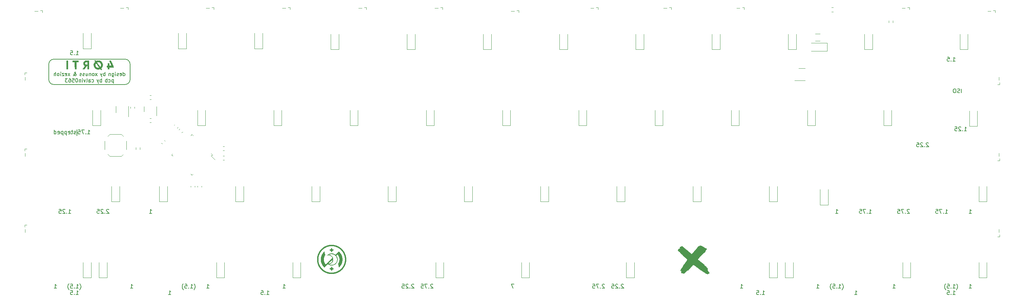
<source format=gbr>
%TF.GenerationSoftware,KiCad,Pcbnew,(7.0.0)*%
%TF.CreationDate,2024-04-06T15:01:54+02:00*%
%TF.ProjectId,forti GND,666f7274-6920-4474-9e44-2e6b69636164,rev?*%
%TF.SameCoordinates,Original*%
%TF.FileFunction,Legend,Bot*%
%TF.FilePolarity,Positive*%
%FSLAX46Y46*%
G04 Gerber Fmt 4.6, Leading zero omitted, Abs format (unit mm)*
G04 Created by KiCad (PCBNEW (7.0.0)) date 2024-04-06 15:01:54*
%MOMM*%
%LPD*%
G01*
G04 APERTURE LIST*
%ADD10C,0.150000*%
%ADD11C,0.120000*%
G04 APERTURE END LIST*
D10*
X59245535Y-84504880D02*
X59816963Y-84504880D01*
X59531249Y-84504880D02*
X59531249Y-83504880D01*
X59531249Y-83504880D02*
X59626487Y-83647738D01*
X59626487Y-83647738D02*
X59721725Y-83742976D01*
X59721725Y-83742976D02*
X59816963Y-83790595D01*
X54410000Y-51000000D02*
X54410000Y-47190000D01*
X34090000Y-51000000D02*
G75*
G03*
X35360000Y-52270000I1270000J0D01*
G01*
X53140000Y-45920000D02*
X35360000Y-45920000D01*
X35360000Y-52270000D02*
X53140000Y-52270000D01*
X53139999Y-52269999D02*
G75*
G03*
X54409999Y-50999999I1J1269999D01*
G01*
X41120181Y-63500000D02*
X41120181Y-65087500D01*
X35360000Y-45920000D02*
G75*
G03*
X34090000Y-47190000I0J-1270000D01*
G01*
X34090000Y-47190000D02*
X34090000Y-51000000D01*
X54410000Y-47190000D02*
G75*
G03*
X53140000Y-45920000I-1270000J0D01*
G01*
X150352082Y-102254880D02*
X149685416Y-102254880D01*
X149685416Y-102254880D02*
X150113987Y-103254880D01*
X249126189Y-83600119D02*
X249078570Y-83552500D01*
X249078570Y-83552500D02*
X248983332Y-83504880D01*
X248983332Y-83504880D02*
X248745237Y-83504880D01*
X248745237Y-83504880D02*
X248649999Y-83552500D01*
X248649999Y-83552500D02*
X248602380Y-83600119D01*
X248602380Y-83600119D02*
X248554761Y-83695357D01*
X248554761Y-83695357D02*
X248554761Y-83790595D01*
X248554761Y-83790595D02*
X248602380Y-83933452D01*
X248602380Y-83933452D02*
X249173808Y-84504880D01*
X249173808Y-84504880D02*
X248554761Y-84504880D01*
X248126189Y-84409642D02*
X248078570Y-84457261D01*
X248078570Y-84457261D02*
X248126189Y-84504880D01*
X248126189Y-84504880D02*
X248173808Y-84457261D01*
X248173808Y-84457261D02*
X248126189Y-84409642D01*
X248126189Y-84409642D02*
X248126189Y-84504880D01*
X247745237Y-83504880D02*
X247078571Y-83504880D01*
X247078571Y-83504880D02*
X247507142Y-84504880D01*
X246221428Y-83504880D02*
X246697618Y-83504880D01*
X246697618Y-83504880D02*
X246745237Y-83981071D01*
X246745237Y-83981071D02*
X246697618Y-83933452D01*
X246697618Y-83933452D02*
X246602380Y-83885833D01*
X246602380Y-83885833D02*
X246364285Y-83885833D01*
X246364285Y-83885833D02*
X246269047Y-83933452D01*
X246269047Y-83933452D02*
X246221428Y-83981071D01*
X246221428Y-83981071D02*
X246173809Y-84076309D01*
X246173809Y-84076309D02*
X246173809Y-84314404D01*
X246173809Y-84314404D02*
X246221428Y-84409642D01*
X246221428Y-84409642D02*
X246269047Y-84457261D01*
X246269047Y-84457261D02*
X246364285Y-84504880D01*
X246364285Y-84504880D02*
X246602380Y-84504880D01*
X246602380Y-84504880D02*
X246697618Y-84457261D01*
X246697618Y-84457261D02*
X246745237Y-84409642D01*
X130063689Y-102350119D02*
X130016070Y-102302500D01*
X130016070Y-102302500D02*
X129920832Y-102254880D01*
X129920832Y-102254880D02*
X129682737Y-102254880D01*
X129682737Y-102254880D02*
X129587499Y-102302500D01*
X129587499Y-102302500D02*
X129539880Y-102350119D01*
X129539880Y-102350119D02*
X129492261Y-102445357D01*
X129492261Y-102445357D02*
X129492261Y-102540595D01*
X129492261Y-102540595D02*
X129539880Y-102683452D01*
X129539880Y-102683452D02*
X130111308Y-103254880D01*
X130111308Y-103254880D02*
X129492261Y-103254880D01*
X129063689Y-103159642D02*
X129016070Y-103207261D01*
X129016070Y-103207261D02*
X129063689Y-103254880D01*
X129063689Y-103254880D02*
X129111308Y-103207261D01*
X129111308Y-103207261D02*
X129063689Y-103159642D01*
X129063689Y-103159642D02*
X129063689Y-103254880D01*
X128682737Y-102254880D02*
X128016071Y-102254880D01*
X128016071Y-102254880D02*
X128444642Y-103254880D01*
X127158928Y-102254880D02*
X127635118Y-102254880D01*
X127635118Y-102254880D02*
X127682737Y-102731071D01*
X127682737Y-102731071D02*
X127635118Y-102683452D01*
X127635118Y-102683452D02*
X127539880Y-102635833D01*
X127539880Y-102635833D02*
X127301785Y-102635833D01*
X127301785Y-102635833D02*
X127206547Y-102683452D01*
X127206547Y-102683452D02*
X127158928Y-102731071D01*
X127158928Y-102731071D02*
X127111309Y-102826309D01*
X127111309Y-102826309D02*
X127111309Y-103064404D01*
X127111309Y-103064404D02*
X127158928Y-103159642D01*
X127158928Y-103159642D02*
X127206547Y-103207261D01*
X127206547Y-103207261D02*
X127301785Y-103254880D01*
X127301785Y-103254880D02*
X127539880Y-103254880D01*
X127539880Y-103254880D02*
X127635118Y-103207261D01*
X127635118Y-103207261D02*
X127682737Y-103159642D01*
X70389583Y-103635833D02*
X70437202Y-103588214D01*
X70437202Y-103588214D02*
X70532440Y-103445357D01*
X70532440Y-103445357D02*
X70580059Y-103350119D01*
X70580059Y-103350119D02*
X70627678Y-103207261D01*
X70627678Y-103207261D02*
X70675297Y-102969166D01*
X70675297Y-102969166D02*
X70675297Y-102778690D01*
X70675297Y-102778690D02*
X70627678Y-102540595D01*
X70627678Y-102540595D02*
X70580059Y-102397738D01*
X70580059Y-102397738D02*
X70532440Y-102302500D01*
X70532440Y-102302500D02*
X70437202Y-102159642D01*
X70437202Y-102159642D02*
X70389583Y-102112023D01*
X69484821Y-103254880D02*
X70056249Y-103254880D01*
X69770535Y-103254880D02*
X69770535Y-102254880D01*
X69770535Y-102254880D02*
X69865773Y-102397738D01*
X69865773Y-102397738D02*
X69961011Y-102492976D01*
X69961011Y-102492976D02*
X70056249Y-102540595D01*
X69056249Y-103159642D02*
X69008630Y-103207261D01*
X69008630Y-103207261D02*
X69056249Y-103254880D01*
X69056249Y-103254880D02*
X69103868Y-103207261D01*
X69103868Y-103207261D02*
X69056249Y-103159642D01*
X69056249Y-103159642D02*
X69056249Y-103254880D01*
X68103869Y-102254880D02*
X68580059Y-102254880D01*
X68580059Y-102254880D02*
X68627678Y-102731071D01*
X68627678Y-102731071D02*
X68580059Y-102683452D01*
X68580059Y-102683452D02*
X68484821Y-102635833D01*
X68484821Y-102635833D02*
X68246726Y-102635833D01*
X68246726Y-102635833D02*
X68151488Y-102683452D01*
X68151488Y-102683452D02*
X68103869Y-102731071D01*
X68103869Y-102731071D02*
X68056250Y-102826309D01*
X68056250Y-102826309D02*
X68056250Y-103064404D01*
X68056250Y-103064404D02*
X68103869Y-103159642D01*
X68103869Y-103159642D02*
X68151488Y-103207261D01*
X68151488Y-103207261D02*
X68246726Y-103254880D01*
X68246726Y-103254880D02*
X68484821Y-103254880D01*
X68484821Y-103254880D02*
X68580059Y-103207261D01*
X68580059Y-103207261D02*
X68627678Y-103159642D01*
X67722916Y-103635833D02*
X67675297Y-103588214D01*
X67675297Y-103588214D02*
X67580059Y-103445357D01*
X67580059Y-103445357D02*
X67532440Y-103350119D01*
X67532440Y-103350119D02*
X67484821Y-103207261D01*
X67484821Y-103207261D02*
X67437202Y-102969166D01*
X67437202Y-102969166D02*
X67437202Y-102778690D01*
X67437202Y-102778690D02*
X67484821Y-102540595D01*
X67484821Y-102540595D02*
X67532440Y-102397738D01*
X67532440Y-102397738D02*
X67580059Y-102302500D01*
X67580059Y-102302500D02*
X67675297Y-102159642D01*
X67675297Y-102159642D02*
X67722916Y-102112023D01*
X41814583Y-103635833D02*
X41862202Y-103588214D01*
X41862202Y-103588214D02*
X41957440Y-103445357D01*
X41957440Y-103445357D02*
X42005059Y-103350119D01*
X42005059Y-103350119D02*
X42052678Y-103207261D01*
X42052678Y-103207261D02*
X42100297Y-102969166D01*
X42100297Y-102969166D02*
X42100297Y-102778690D01*
X42100297Y-102778690D02*
X42052678Y-102540595D01*
X42052678Y-102540595D02*
X42005059Y-102397738D01*
X42005059Y-102397738D02*
X41957440Y-102302500D01*
X41957440Y-102302500D02*
X41862202Y-102159642D01*
X41862202Y-102159642D02*
X41814583Y-102112023D01*
X40909821Y-103254880D02*
X41481249Y-103254880D01*
X41195535Y-103254880D02*
X41195535Y-102254880D01*
X41195535Y-102254880D02*
X41290773Y-102397738D01*
X41290773Y-102397738D02*
X41386011Y-102492976D01*
X41386011Y-102492976D02*
X41481249Y-102540595D01*
X40481249Y-103159642D02*
X40433630Y-103207261D01*
X40433630Y-103207261D02*
X40481249Y-103254880D01*
X40481249Y-103254880D02*
X40528868Y-103207261D01*
X40528868Y-103207261D02*
X40481249Y-103159642D01*
X40481249Y-103159642D02*
X40481249Y-103254880D01*
X39528869Y-102254880D02*
X40005059Y-102254880D01*
X40005059Y-102254880D02*
X40052678Y-102731071D01*
X40052678Y-102731071D02*
X40005059Y-102683452D01*
X40005059Y-102683452D02*
X39909821Y-102635833D01*
X39909821Y-102635833D02*
X39671726Y-102635833D01*
X39671726Y-102635833D02*
X39576488Y-102683452D01*
X39576488Y-102683452D02*
X39528869Y-102731071D01*
X39528869Y-102731071D02*
X39481250Y-102826309D01*
X39481250Y-102826309D02*
X39481250Y-103064404D01*
X39481250Y-103064404D02*
X39528869Y-103159642D01*
X39528869Y-103159642D02*
X39576488Y-103207261D01*
X39576488Y-103207261D02*
X39671726Y-103254880D01*
X39671726Y-103254880D02*
X39909821Y-103254880D01*
X39909821Y-103254880D02*
X40005059Y-103207261D01*
X40005059Y-103207261D02*
X40052678Y-103159642D01*
X39147916Y-103635833D02*
X39100297Y-103588214D01*
X39100297Y-103588214D02*
X39005059Y-103445357D01*
X39005059Y-103445357D02*
X38957440Y-103350119D01*
X38957440Y-103350119D02*
X38909821Y-103207261D01*
X38909821Y-103207261D02*
X38862202Y-102969166D01*
X38862202Y-102969166D02*
X38862202Y-102778690D01*
X38862202Y-102778690D02*
X38909821Y-102540595D01*
X38909821Y-102540595D02*
X38957440Y-102397738D01*
X38957440Y-102397738D02*
X39005059Y-102302500D01*
X39005059Y-102302500D02*
X39100297Y-102159642D01*
X39100297Y-102159642D02*
X39147916Y-102112023D01*
X264033035Y-103254880D02*
X264604463Y-103254880D01*
X264318749Y-103254880D02*
X264318749Y-102254880D01*
X264318749Y-102254880D02*
X264413987Y-102397738D01*
X264413987Y-102397738D02*
X264509225Y-102492976D01*
X264509225Y-102492976D02*
X264604463Y-102540595D01*
X260889583Y-103635833D02*
X260937202Y-103588214D01*
X260937202Y-103588214D02*
X261032440Y-103445357D01*
X261032440Y-103445357D02*
X261080059Y-103350119D01*
X261080059Y-103350119D02*
X261127678Y-103207261D01*
X261127678Y-103207261D02*
X261175297Y-102969166D01*
X261175297Y-102969166D02*
X261175297Y-102778690D01*
X261175297Y-102778690D02*
X261127678Y-102540595D01*
X261127678Y-102540595D02*
X261080059Y-102397738D01*
X261080059Y-102397738D02*
X261032440Y-102302500D01*
X261032440Y-102302500D02*
X260937202Y-102159642D01*
X260937202Y-102159642D02*
X260889583Y-102112023D01*
X259984821Y-103254880D02*
X260556249Y-103254880D01*
X260270535Y-103254880D02*
X260270535Y-102254880D01*
X260270535Y-102254880D02*
X260365773Y-102397738D01*
X260365773Y-102397738D02*
X260461011Y-102492976D01*
X260461011Y-102492976D02*
X260556249Y-102540595D01*
X259556249Y-103159642D02*
X259508630Y-103207261D01*
X259508630Y-103207261D02*
X259556249Y-103254880D01*
X259556249Y-103254880D02*
X259603868Y-103207261D01*
X259603868Y-103207261D02*
X259556249Y-103159642D01*
X259556249Y-103159642D02*
X259556249Y-103254880D01*
X258603869Y-102254880D02*
X259080059Y-102254880D01*
X259080059Y-102254880D02*
X259127678Y-102731071D01*
X259127678Y-102731071D02*
X259080059Y-102683452D01*
X259080059Y-102683452D02*
X258984821Y-102635833D01*
X258984821Y-102635833D02*
X258746726Y-102635833D01*
X258746726Y-102635833D02*
X258651488Y-102683452D01*
X258651488Y-102683452D02*
X258603869Y-102731071D01*
X258603869Y-102731071D02*
X258556250Y-102826309D01*
X258556250Y-102826309D02*
X258556250Y-103064404D01*
X258556250Y-103064404D02*
X258603869Y-103159642D01*
X258603869Y-103159642D02*
X258651488Y-103207261D01*
X258651488Y-103207261D02*
X258746726Y-103254880D01*
X258746726Y-103254880D02*
X258984821Y-103254880D01*
X258984821Y-103254880D02*
X259080059Y-103207261D01*
X259080059Y-103207261D02*
X259127678Y-103159642D01*
X258222916Y-103635833D02*
X258175297Y-103588214D01*
X258175297Y-103588214D02*
X258080059Y-103445357D01*
X258080059Y-103445357D02*
X258032440Y-103350119D01*
X258032440Y-103350119D02*
X257984821Y-103207261D01*
X257984821Y-103207261D02*
X257937202Y-102969166D01*
X257937202Y-102969166D02*
X257937202Y-102778690D01*
X257937202Y-102778690D02*
X257984821Y-102540595D01*
X257984821Y-102540595D02*
X258032440Y-102397738D01*
X258032440Y-102397738D02*
X258080059Y-102302500D01*
X258080059Y-102302500D02*
X258175297Y-102159642D01*
X258175297Y-102159642D02*
X258222916Y-102112023D01*
X49101189Y-83600119D02*
X49053570Y-83552500D01*
X49053570Y-83552500D02*
X48958332Y-83504880D01*
X48958332Y-83504880D02*
X48720237Y-83504880D01*
X48720237Y-83504880D02*
X48624999Y-83552500D01*
X48624999Y-83552500D02*
X48577380Y-83600119D01*
X48577380Y-83600119D02*
X48529761Y-83695357D01*
X48529761Y-83695357D02*
X48529761Y-83790595D01*
X48529761Y-83790595D02*
X48577380Y-83933452D01*
X48577380Y-83933452D02*
X49148808Y-84504880D01*
X49148808Y-84504880D02*
X48529761Y-84504880D01*
X48101189Y-84409642D02*
X48053570Y-84457261D01*
X48053570Y-84457261D02*
X48101189Y-84504880D01*
X48101189Y-84504880D02*
X48148808Y-84457261D01*
X48148808Y-84457261D02*
X48101189Y-84409642D01*
X48101189Y-84409642D02*
X48101189Y-84504880D01*
X47672618Y-83600119D02*
X47624999Y-83552500D01*
X47624999Y-83552500D02*
X47529761Y-83504880D01*
X47529761Y-83504880D02*
X47291666Y-83504880D01*
X47291666Y-83504880D02*
X47196428Y-83552500D01*
X47196428Y-83552500D02*
X47148809Y-83600119D01*
X47148809Y-83600119D02*
X47101190Y-83695357D01*
X47101190Y-83695357D02*
X47101190Y-83790595D01*
X47101190Y-83790595D02*
X47148809Y-83933452D01*
X47148809Y-83933452D02*
X47720237Y-84504880D01*
X47720237Y-84504880D02*
X47101190Y-84504880D01*
X46196428Y-83504880D02*
X46672618Y-83504880D01*
X46672618Y-83504880D02*
X46720237Y-83981071D01*
X46720237Y-83981071D02*
X46672618Y-83933452D01*
X46672618Y-83933452D02*
X46577380Y-83885833D01*
X46577380Y-83885833D02*
X46339285Y-83885833D01*
X46339285Y-83885833D02*
X46244047Y-83933452D01*
X46244047Y-83933452D02*
X46196428Y-83981071D01*
X46196428Y-83981071D02*
X46148809Y-84076309D01*
X46148809Y-84076309D02*
X46148809Y-84314404D01*
X46148809Y-84314404D02*
X46196428Y-84409642D01*
X46196428Y-84409642D02*
X46244047Y-84457261D01*
X46244047Y-84457261D02*
X46339285Y-84504880D01*
X46339285Y-84504880D02*
X46577380Y-84504880D01*
X46577380Y-84504880D02*
X46672618Y-84457261D01*
X46672618Y-84457261D02*
X46720237Y-84409642D01*
X35433035Y-103254880D02*
X36004463Y-103254880D01*
X35718749Y-103254880D02*
X35718749Y-102254880D01*
X35718749Y-102254880D02*
X35813987Y-102397738D01*
X35813987Y-102397738D02*
X35909225Y-102492976D01*
X35909225Y-102492976D02*
X36004463Y-102540595D01*
X125301189Y-102350119D02*
X125253570Y-102302500D01*
X125253570Y-102302500D02*
X125158332Y-102254880D01*
X125158332Y-102254880D02*
X124920237Y-102254880D01*
X124920237Y-102254880D02*
X124824999Y-102302500D01*
X124824999Y-102302500D02*
X124777380Y-102350119D01*
X124777380Y-102350119D02*
X124729761Y-102445357D01*
X124729761Y-102445357D02*
X124729761Y-102540595D01*
X124729761Y-102540595D02*
X124777380Y-102683452D01*
X124777380Y-102683452D02*
X125348808Y-103254880D01*
X125348808Y-103254880D02*
X124729761Y-103254880D01*
X124301189Y-103159642D02*
X124253570Y-103207261D01*
X124253570Y-103207261D02*
X124301189Y-103254880D01*
X124301189Y-103254880D02*
X124348808Y-103207261D01*
X124348808Y-103207261D02*
X124301189Y-103159642D01*
X124301189Y-103159642D02*
X124301189Y-103254880D01*
X123872618Y-102350119D02*
X123824999Y-102302500D01*
X123824999Y-102302500D02*
X123729761Y-102254880D01*
X123729761Y-102254880D02*
X123491666Y-102254880D01*
X123491666Y-102254880D02*
X123396428Y-102302500D01*
X123396428Y-102302500D02*
X123348809Y-102350119D01*
X123348809Y-102350119D02*
X123301190Y-102445357D01*
X123301190Y-102445357D02*
X123301190Y-102540595D01*
X123301190Y-102540595D02*
X123348809Y-102683452D01*
X123348809Y-102683452D02*
X123920237Y-103254880D01*
X123920237Y-103254880D02*
X123301190Y-103254880D01*
X122396428Y-102254880D02*
X122872618Y-102254880D01*
X122872618Y-102254880D02*
X122920237Y-102731071D01*
X122920237Y-102731071D02*
X122872618Y-102683452D01*
X122872618Y-102683452D02*
X122777380Y-102635833D01*
X122777380Y-102635833D02*
X122539285Y-102635833D01*
X122539285Y-102635833D02*
X122444047Y-102683452D01*
X122444047Y-102683452D02*
X122396428Y-102731071D01*
X122396428Y-102731071D02*
X122348809Y-102826309D01*
X122348809Y-102826309D02*
X122348809Y-103064404D01*
X122348809Y-103064404D02*
X122396428Y-103159642D01*
X122396428Y-103159642D02*
X122444047Y-103207261D01*
X122444047Y-103207261D02*
X122539285Y-103254880D01*
X122539285Y-103254880D02*
X122777380Y-103254880D01*
X122777380Y-103254880D02*
X122872618Y-103207261D01*
X122872618Y-103207261D02*
X122920237Y-103159642D01*
X262143749Y-54342380D02*
X262143749Y-53342380D01*
X261715178Y-54294761D02*
X261572321Y-54342380D01*
X261572321Y-54342380D02*
X261334226Y-54342380D01*
X261334226Y-54342380D02*
X261238988Y-54294761D01*
X261238988Y-54294761D02*
X261191369Y-54247142D01*
X261191369Y-54247142D02*
X261143750Y-54151904D01*
X261143750Y-54151904D02*
X261143750Y-54056666D01*
X261143750Y-54056666D02*
X261191369Y-53961428D01*
X261191369Y-53961428D02*
X261238988Y-53913809D01*
X261238988Y-53913809D02*
X261334226Y-53866190D01*
X261334226Y-53866190D02*
X261524702Y-53818571D01*
X261524702Y-53818571D02*
X261619940Y-53770952D01*
X261619940Y-53770952D02*
X261667559Y-53723333D01*
X261667559Y-53723333D02*
X261715178Y-53628095D01*
X261715178Y-53628095D02*
X261715178Y-53532857D01*
X261715178Y-53532857D02*
X261667559Y-53437619D01*
X261667559Y-53437619D02*
X261619940Y-53390000D01*
X261619940Y-53390000D02*
X261524702Y-53342380D01*
X261524702Y-53342380D02*
X261286607Y-53342380D01*
X261286607Y-53342380D02*
X261143750Y-53390000D01*
X260524702Y-53342380D02*
X260334226Y-53342380D01*
X260334226Y-53342380D02*
X260238988Y-53390000D01*
X260238988Y-53390000D02*
X260143750Y-53485238D01*
X260143750Y-53485238D02*
X260096131Y-53675714D01*
X260096131Y-53675714D02*
X260096131Y-54009047D01*
X260096131Y-54009047D02*
X260143750Y-54199523D01*
X260143750Y-54199523D02*
X260238988Y-54294761D01*
X260238988Y-54294761D02*
X260334226Y-54342380D01*
X260334226Y-54342380D02*
X260524702Y-54342380D01*
X260524702Y-54342380D02*
X260619940Y-54294761D01*
X260619940Y-54294761D02*
X260715178Y-54199523D01*
X260715178Y-54199523D02*
X260762797Y-54009047D01*
X260762797Y-54009047D02*
X260762797Y-53675714D01*
X260762797Y-53675714D02*
X260715178Y-53485238D01*
X260715178Y-53485238D02*
X260619940Y-53390000D01*
X260619940Y-53390000D02*
X260524702Y-53342380D01*
X39004761Y-84504880D02*
X39576189Y-84504880D01*
X39290475Y-84504880D02*
X39290475Y-83504880D01*
X39290475Y-83504880D02*
X39385713Y-83647738D01*
X39385713Y-83647738D02*
X39480951Y-83742976D01*
X39480951Y-83742976D02*
X39576189Y-83790595D01*
X38576189Y-84409642D02*
X38528570Y-84457261D01*
X38528570Y-84457261D02*
X38576189Y-84504880D01*
X38576189Y-84504880D02*
X38623808Y-84457261D01*
X38623808Y-84457261D02*
X38576189Y-84409642D01*
X38576189Y-84409642D02*
X38576189Y-84504880D01*
X38147618Y-83600119D02*
X38099999Y-83552500D01*
X38099999Y-83552500D02*
X38004761Y-83504880D01*
X38004761Y-83504880D02*
X37766666Y-83504880D01*
X37766666Y-83504880D02*
X37671428Y-83552500D01*
X37671428Y-83552500D02*
X37623809Y-83600119D01*
X37623809Y-83600119D02*
X37576190Y-83695357D01*
X37576190Y-83695357D02*
X37576190Y-83790595D01*
X37576190Y-83790595D02*
X37623809Y-83933452D01*
X37623809Y-83933452D02*
X38195237Y-84504880D01*
X38195237Y-84504880D02*
X37576190Y-84504880D01*
X36671428Y-83504880D02*
X37147618Y-83504880D01*
X37147618Y-83504880D02*
X37195237Y-83981071D01*
X37195237Y-83981071D02*
X37147618Y-83933452D01*
X37147618Y-83933452D02*
X37052380Y-83885833D01*
X37052380Y-83885833D02*
X36814285Y-83885833D01*
X36814285Y-83885833D02*
X36719047Y-83933452D01*
X36719047Y-83933452D02*
X36671428Y-83981071D01*
X36671428Y-83981071D02*
X36623809Y-84076309D01*
X36623809Y-84076309D02*
X36623809Y-84314404D01*
X36623809Y-84314404D02*
X36671428Y-84409642D01*
X36671428Y-84409642D02*
X36719047Y-84457261D01*
X36719047Y-84457261D02*
X36814285Y-84504880D01*
X36814285Y-84504880D02*
X37052380Y-84504880D01*
X37052380Y-84504880D02*
X37147618Y-84457261D01*
X37147618Y-84457261D02*
X37195237Y-84409642D01*
X232314583Y-103635833D02*
X232362202Y-103588214D01*
X232362202Y-103588214D02*
X232457440Y-103445357D01*
X232457440Y-103445357D02*
X232505059Y-103350119D01*
X232505059Y-103350119D02*
X232552678Y-103207261D01*
X232552678Y-103207261D02*
X232600297Y-102969166D01*
X232600297Y-102969166D02*
X232600297Y-102778690D01*
X232600297Y-102778690D02*
X232552678Y-102540595D01*
X232552678Y-102540595D02*
X232505059Y-102397738D01*
X232505059Y-102397738D02*
X232457440Y-102302500D01*
X232457440Y-102302500D02*
X232362202Y-102159642D01*
X232362202Y-102159642D02*
X232314583Y-102112023D01*
X231409821Y-103254880D02*
X231981249Y-103254880D01*
X231695535Y-103254880D02*
X231695535Y-102254880D01*
X231695535Y-102254880D02*
X231790773Y-102397738D01*
X231790773Y-102397738D02*
X231886011Y-102492976D01*
X231886011Y-102492976D02*
X231981249Y-102540595D01*
X230981249Y-103159642D02*
X230933630Y-103207261D01*
X230933630Y-103207261D02*
X230981249Y-103254880D01*
X230981249Y-103254880D02*
X231028868Y-103207261D01*
X231028868Y-103207261D02*
X230981249Y-103159642D01*
X230981249Y-103159642D02*
X230981249Y-103254880D01*
X230028869Y-102254880D02*
X230505059Y-102254880D01*
X230505059Y-102254880D02*
X230552678Y-102731071D01*
X230552678Y-102731071D02*
X230505059Y-102683452D01*
X230505059Y-102683452D02*
X230409821Y-102635833D01*
X230409821Y-102635833D02*
X230171726Y-102635833D01*
X230171726Y-102635833D02*
X230076488Y-102683452D01*
X230076488Y-102683452D02*
X230028869Y-102731071D01*
X230028869Y-102731071D02*
X229981250Y-102826309D01*
X229981250Y-102826309D02*
X229981250Y-103064404D01*
X229981250Y-103064404D02*
X230028869Y-103159642D01*
X230028869Y-103159642D02*
X230076488Y-103207261D01*
X230076488Y-103207261D02*
X230171726Y-103254880D01*
X230171726Y-103254880D02*
X230409821Y-103254880D01*
X230409821Y-103254880D02*
X230505059Y-103207261D01*
X230505059Y-103207261D02*
X230552678Y-103159642D01*
X229647916Y-103635833D02*
X229600297Y-103588214D01*
X229600297Y-103588214D02*
X229505059Y-103445357D01*
X229505059Y-103445357D02*
X229457440Y-103350119D01*
X229457440Y-103350119D02*
X229409821Y-103207261D01*
X229409821Y-103207261D02*
X229362202Y-102969166D01*
X229362202Y-102969166D02*
X229362202Y-102778690D01*
X229362202Y-102778690D02*
X229409821Y-102540595D01*
X229409821Y-102540595D02*
X229457440Y-102397738D01*
X229457440Y-102397738D02*
X229505059Y-102302500D01*
X229505059Y-102302500D02*
X229600297Y-102159642D01*
X229600297Y-102159642D02*
X229647916Y-102112023D01*
X88534821Y-104842380D02*
X89106249Y-104842380D01*
X88820535Y-104842380D02*
X88820535Y-103842380D01*
X88820535Y-103842380D02*
X88915773Y-103985238D01*
X88915773Y-103985238D02*
X89011011Y-104080476D01*
X89011011Y-104080476D02*
X89106249Y-104128095D01*
X88106249Y-104747142D02*
X88058630Y-104794761D01*
X88058630Y-104794761D02*
X88106249Y-104842380D01*
X88106249Y-104842380D02*
X88153868Y-104794761D01*
X88153868Y-104794761D02*
X88106249Y-104747142D01*
X88106249Y-104747142D02*
X88106249Y-104842380D01*
X87153869Y-103842380D02*
X87630059Y-103842380D01*
X87630059Y-103842380D02*
X87677678Y-104318571D01*
X87677678Y-104318571D02*
X87630059Y-104270952D01*
X87630059Y-104270952D02*
X87534821Y-104223333D01*
X87534821Y-104223333D02*
X87296726Y-104223333D01*
X87296726Y-104223333D02*
X87201488Y-104270952D01*
X87201488Y-104270952D02*
X87153869Y-104318571D01*
X87153869Y-104318571D02*
X87106250Y-104413809D01*
X87106250Y-104413809D02*
X87106250Y-104651904D01*
X87106250Y-104651904D02*
X87153869Y-104747142D01*
X87153869Y-104747142D02*
X87201488Y-104794761D01*
X87201488Y-104794761D02*
X87296726Y-104842380D01*
X87296726Y-104842380D02*
X87534821Y-104842380D01*
X87534821Y-104842380D02*
X87630059Y-104794761D01*
X87630059Y-104794761D02*
X87677678Y-104747142D01*
X172926189Y-102350119D02*
X172878570Y-102302500D01*
X172878570Y-102302500D02*
X172783332Y-102254880D01*
X172783332Y-102254880D02*
X172545237Y-102254880D01*
X172545237Y-102254880D02*
X172449999Y-102302500D01*
X172449999Y-102302500D02*
X172402380Y-102350119D01*
X172402380Y-102350119D02*
X172354761Y-102445357D01*
X172354761Y-102445357D02*
X172354761Y-102540595D01*
X172354761Y-102540595D02*
X172402380Y-102683452D01*
X172402380Y-102683452D02*
X172973808Y-103254880D01*
X172973808Y-103254880D02*
X172354761Y-103254880D01*
X171926189Y-103159642D02*
X171878570Y-103207261D01*
X171878570Y-103207261D02*
X171926189Y-103254880D01*
X171926189Y-103254880D02*
X171973808Y-103207261D01*
X171973808Y-103207261D02*
X171926189Y-103159642D01*
X171926189Y-103159642D02*
X171926189Y-103254880D01*
X171545237Y-102254880D02*
X170878571Y-102254880D01*
X170878571Y-102254880D02*
X171307142Y-103254880D01*
X170021428Y-102254880D02*
X170497618Y-102254880D01*
X170497618Y-102254880D02*
X170545237Y-102731071D01*
X170545237Y-102731071D02*
X170497618Y-102683452D01*
X170497618Y-102683452D02*
X170402380Y-102635833D01*
X170402380Y-102635833D02*
X170164285Y-102635833D01*
X170164285Y-102635833D02*
X170069047Y-102683452D01*
X170069047Y-102683452D02*
X170021428Y-102731071D01*
X170021428Y-102731071D02*
X169973809Y-102826309D01*
X169973809Y-102826309D02*
X169973809Y-103064404D01*
X169973809Y-103064404D02*
X170021428Y-103159642D01*
X170021428Y-103159642D02*
X170069047Y-103207261D01*
X170069047Y-103207261D02*
X170164285Y-103254880D01*
X170164285Y-103254880D02*
X170402380Y-103254880D01*
X170402380Y-103254880D02*
X170497618Y-103207261D01*
X170497618Y-103207261D02*
X170545237Y-103159642D01*
X230695535Y-84504880D02*
X231266963Y-84504880D01*
X230981249Y-84504880D02*
X230981249Y-83504880D01*
X230981249Y-83504880D02*
X231076487Y-83647738D01*
X231076487Y-83647738D02*
X231171725Y-83742976D01*
X231171725Y-83742976D02*
X231266963Y-83790595D01*
X52680000Y-50060642D02*
X52680000Y-49160642D01*
X52680000Y-50017785D02*
X52765714Y-50060642D01*
X52765714Y-50060642D02*
X52937142Y-50060642D01*
X52937142Y-50060642D02*
X53022857Y-50017785D01*
X53022857Y-50017785D02*
X53065714Y-49974928D01*
X53065714Y-49974928D02*
X53108571Y-49889214D01*
X53108571Y-49889214D02*
X53108571Y-49632071D01*
X53108571Y-49632071D02*
X53065714Y-49546357D01*
X53065714Y-49546357D02*
X53022857Y-49503500D01*
X53022857Y-49503500D02*
X52937142Y-49460642D01*
X52937142Y-49460642D02*
X52765714Y-49460642D01*
X52765714Y-49460642D02*
X52680000Y-49503500D01*
X51908571Y-50017785D02*
X51994285Y-50060642D01*
X51994285Y-50060642D02*
X52165714Y-50060642D01*
X52165714Y-50060642D02*
X52251428Y-50017785D01*
X52251428Y-50017785D02*
X52294285Y-49932071D01*
X52294285Y-49932071D02*
X52294285Y-49589214D01*
X52294285Y-49589214D02*
X52251428Y-49503500D01*
X52251428Y-49503500D02*
X52165714Y-49460642D01*
X52165714Y-49460642D02*
X51994285Y-49460642D01*
X51994285Y-49460642D02*
X51908571Y-49503500D01*
X51908571Y-49503500D02*
X51865714Y-49589214D01*
X51865714Y-49589214D02*
X51865714Y-49674928D01*
X51865714Y-49674928D02*
X52294285Y-49760642D01*
X51522856Y-50017785D02*
X51437142Y-50060642D01*
X51437142Y-50060642D02*
X51265713Y-50060642D01*
X51265713Y-50060642D02*
X51179999Y-50017785D01*
X51179999Y-50017785D02*
X51137142Y-49932071D01*
X51137142Y-49932071D02*
X51137142Y-49889214D01*
X51137142Y-49889214D02*
X51179999Y-49803500D01*
X51179999Y-49803500D02*
X51265713Y-49760642D01*
X51265713Y-49760642D02*
X51394285Y-49760642D01*
X51394285Y-49760642D02*
X51479999Y-49717785D01*
X51479999Y-49717785D02*
X51522856Y-49632071D01*
X51522856Y-49632071D02*
X51522856Y-49589214D01*
X51522856Y-49589214D02*
X51479999Y-49503500D01*
X51479999Y-49503500D02*
X51394285Y-49460642D01*
X51394285Y-49460642D02*
X51265713Y-49460642D01*
X51265713Y-49460642D02*
X51179999Y-49503500D01*
X50751428Y-50060642D02*
X50751428Y-49460642D01*
X50751428Y-49160642D02*
X50794285Y-49203500D01*
X50794285Y-49203500D02*
X50751428Y-49246357D01*
X50751428Y-49246357D02*
X50708571Y-49203500D01*
X50708571Y-49203500D02*
X50751428Y-49160642D01*
X50751428Y-49160642D02*
X50751428Y-49246357D01*
X49937143Y-49460642D02*
X49937143Y-50189214D01*
X49937143Y-50189214D02*
X49980000Y-50274928D01*
X49980000Y-50274928D02*
X50022857Y-50317785D01*
X50022857Y-50317785D02*
X50108571Y-50360642D01*
X50108571Y-50360642D02*
X50237143Y-50360642D01*
X50237143Y-50360642D02*
X50322857Y-50317785D01*
X49937143Y-50017785D02*
X50022857Y-50060642D01*
X50022857Y-50060642D02*
X50194285Y-50060642D01*
X50194285Y-50060642D02*
X50280000Y-50017785D01*
X50280000Y-50017785D02*
X50322857Y-49974928D01*
X50322857Y-49974928D02*
X50365714Y-49889214D01*
X50365714Y-49889214D02*
X50365714Y-49632071D01*
X50365714Y-49632071D02*
X50322857Y-49546357D01*
X50322857Y-49546357D02*
X50280000Y-49503500D01*
X50280000Y-49503500D02*
X50194285Y-49460642D01*
X50194285Y-49460642D02*
X50022857Y-49460642D01*
X50022857Y-49460642D02*
X49937143Y-49503500D01*
X49508571Y-49460642D02*
X49508571Y-50060642D01*
X49508571Y-49546357D02*
X49465714Y-49503500D01*
X49465714Y-49503500D02*
X49379999Y-49460642D01*
X49379999Y-49460642D02*
X49251428Y-49460642D01*
X49251428Y-49460642D02*
X49165714Y-49503500D01*
X49165714Y-49503500D02*
X49122857Y-49589214D01*
X49122857Y-49589214D02*
X49122857Y-50060642D01*
X48154285Y-50060642D02*
X48154285Y-49160642D01*
X48154285Y-49503500D02*
X48068571Y-49460642D01*
X48068571Y-49460642D02*
X47897142Y-49460642D01*
X47897142Y-49460642D02*
X47811428Y-49503500D01*
X47811428Y-49503500D02*
X47768571Y-49546357D01*
X47768571Y-49546357D02*
X47725713Y-49632071D01*
X47725713Y-49632071D02*
X47725713Y-49889214D01*
X47725713Y-49889214D02*
X47768571Y-49974928D01*
X47768571Y-49974928D02*
X47811428Y-50017785D01*
X47811428Y-50017785D02*
X47897142Y-50060642D01*
X47897142Y-50060642D02*
X48068571Y-50060642D01*
X48068571Y-50060642D02*
X48154285Y-50017785D01*
X47425713Y-49460642D02*
X47211427Y-50060642D01*
X46997142Y-49460642D02*
X47211427Y-50060642D01*
X47211427Y-50060642D02*
X47297142Y-50274928D01*
X47297142Y-50274928D02*
X47339999Y-50317785D01*
X47339999Y-50317785D02*
X47425713Y-50360642D01*
X46199999Y-50060642D02*
X45728571Y-49460642D01*
X46199999Y-49460642D02*
X45728571Y-50060642D01*
X45257142Y-50060642D02*
X45342857Y-50017785D01*
X45342857Y-50017785D02*
X45385714Y-49974928D01*
X45385714Y-49974928D02*
X45428571Y-49889214D01*
X45428571Y-49889214D02*
X45428571Y-49632071D01*
X45428571Y-49632071D02*
X45385714Y-49546357D01*
X45385714Y-49546357D02*
X45342857Y-49503500D01*
X45342857Y-49503500D02*
X45257142Y-49460642D01*
X45257142Y-49460642D02*
X45128571Y-49460642D01*
X45128571Y-49460642D02*
X45042857Y-49503500D01*
X45042857Y-49503500D02*
X45000000Y-49546357D01*
X45000000Y-49546357D02*
X44957142Y-49632071D01*
X44957142Y-49632071D02*
X44957142Y-49889214D01*
X44957142Y-49889214D02*
X45000000Y-49974928D01*
X45000000Y-49974928D02*
X45042857Y-50017785D01*
X45042857Y-50017785D02*
X45128571Y-50060642D01*
X45128571Y-50060642D02*
X45257142Y-50060642D01*
X44571428Y-49460642D02*
X44571428Y-50060642D01*
X44571428Y-49546357D02*
X44528571Y-49503500D01*
X44528571Y-49503500D02*
X44442856Y-49460642D01*
X44442856Y-49460642D02*
X44314285Y-49460642D01*
X44314285Y-49460642D02*
X44228571Y-49503500D01*
X44228571Y-49503500D02*
X44185714Y-49589214D01*
X44185714Y-49589214D02*
X44185714Y-50060642D01*
X43371428Y-49460642D02*
X43371428Y-50060642D01*
X43757142Y-49460642D02*
X43757142Y-49932071D01*
X43757142Y-49932071D02*
X43714285Y-50017785D01*
X43714285Y-50017785D02*
X43628570Y-50060642D01*
X43628570Y-50060642D02*
X43499999Y-50060642D01*
X43499999Y-50060642D02*
X43414285Y-50017785D01*
X43414285Y-50017785D02*
X43371428Y-49974928D01*
X42985713Y-50017785D02*
X42899999Y-50060642D01*
X42899999Y-50060642D02*
X42728570Y-50060642D01*
X42728570Y-50060642D02*
X42642856Y-50017785D01*
X42642856Y-50017785D02*
X42599999Y-49932071D01*
X42599999Y-49932071D02*
X42599999Y-49889214D01*
X42599999Y-49889214D02*
X42642856Y-49803500D01*
X42642856Y-49803500D02*
X42728570Y-49760642D01*
X42728570Y-49760642D02*
X42857142Y-49760642D01*
X42857142Y-49760642D02*
X42942856Y-49717785D01*
X42942856Y-49717785D02*
X42985713Y-49632071D01*
X42985713Y-49632071D02*
X42985713Y-49589214D01*
X42985713Y-49589214D02*
X42942856Y-49503500D01*
X42942856Y-49503500D02*
X42857142Y-49460642D01*
X42857142Y-49460642D02*
X42728570Y-49460642D01*
X42728570Y-49460642D02*
X42642856Y-49503500D01*
X42257142Y-50017785D02*
X42171428Y-50060642D01*
X42171428Y-50060642D02*
X41999999Y-50060642D01*
X41999999Y-50060642D02*
X41914285Y-50017785D01*
X41914285Y-50017785D02*
X41871428Y-49932071D01*
X41871428Y-49932071D02*
X41871428Y-49889214D01*
X41871428Y-49889214D02*
X41914285Y-49803500D01*
X41914285Y-49803500D02*
X41999999Y-49760642D01*
X41999999Y-49760642D02*
X42128571Y-49760642D01*
X42128571Y-49760642D02*
X42214285Y-49717785D01*
X42214285Y-49717785D02*
X42257142Y-49632071D01*
X42257142Y-49632071D02*
X42257142Y-49589214D01*
X42257142Y-49589214D02*
X42214285Y-49503500D01*
X42214285Y-49503500D02*
X42128571Y-49460642D01*
X42128571Y-49460642D02*
X41999999Y-49460642D01*
X41999999Y-49460642D02*
X41914285Y-49503500D01*
X40217142Y-50060642D02*
X40260000Y-50060642D01*
X40260000Y-50060642D02*
X40345714Y-50017785D01*
X40345714Y-50017785D02*
X40474285Y-49889214D01*
X40474285Y-49889214D02*
X40688571Y-49632071D01*
X40688571Y-49632071D02*
X40774285Y-49503500D01*
X40774285Y-49503500D02*
X40817142Y-49374928D01*
X40817142Y-49374928D02*
X40817142Y-49289214D01*
X40817142Y-49289214D02*
X40774285Y-49203500D01*
X40774285Y-49203500D02*
X40688571Y-49160642D01*
X40688571Y-49160642D02*
X40645714Y-49160642D01*
X40645714Y-49160642D02*
X40560000Y-49203500D01*
X40560000Y-49203500D02*
X40517142Y-49289214D01*
X40517142Y-49289214D02*
X40517142Y-49332071D01*
X40517142Y-49332071D02*
X40560000Y-49417785D01*
X40560000Y-49417785D02*
X40602857Y-49460642D01*
X40602857Y-49460642D02*
X40860000Y-49632071D01*
X40860000Y-49632071D02*
X40902857Y-49674928D01*
X40902857Y-49674928D02*
X40945714Y-49760642D01*
X40945714Y-49760642D02*
X40945714Y-49889214D01*
X40945714Y-49889214D02*
X40902857Y-49974928D01*
X40902857Y-49974928D02*
X40860000Y-50017785D01*
X40860000Y-50017785D02*
X40774285Y-50060642D01*
X40774285Y-50060642D02*
X40645714Y-50060642D01*
X40645714Y-50060642D02*
X40560000Y-50017785D01*
X40560000Y-50017785D02*
X40517142Y-49974928D01*
X40517142Y-49974928D02*
X40388571Y-49803500D01*
X40388571Y-49803500D02*
X40345714Y-49674928D01*
X40345714Y-49674928D02*
X40345714Y-49589214D01*
X39377142Y-50060642D02*
X38905714Y-49460642D01*
X39377142Y-49460642D02*
X38905714Y-50060642D01*
X38220000Y-50017785D02*
X38305714Y-50060642D01*
X38305714Y-50060642D02*
X38477143Y-50060642D01*
X38477143Y-50060642D02*
X38562857Y-50017785D01*
X38562857Y-50017785D02*
X38605714Y-49932071D01*
X38605714Y-49932071D02*
X38605714Y-49589214D01*
X38605714Y-49589214D02*
X38562857Y-49503500D01*
X38562857Y-49503500D02*
X38477143Y-49460642D01*
X38477143Y-49460642D02*
X38305714Y-49460642D01*
X38305714Y-49460642D02*
X38220000Y-49503500D01*
X38220000Y-49503500D02*
X38177143Y-49589214D01*
X38177143Y-49589214D02*
X38177143Y-49674928D01*
X38177143Y-49674928D02*
X38605714Y-49760642D01*
X37877142Y-49460642D02*
X37405714Y-49460642D01*
X37405714Y-49460642D02*
X37877142Y-50060642D01*
X37877142Y-50060642D02*
X37405714Y-50060642D01*
X37062857Y-50060642D02*
X37062857Y-49460642D01*
X37062857Y-49160642D02*
X37105714Y-49203500D01*
X37105714Y-49203500D02*
X37062857Y-49246357D01*
X37062857Y-49246357D02*
X37020000Y-49203500D01*
X37020000Y-49203500D02*
X37062857Y-49160642D01*
X37062857Y-49160642D02*
X37062857Y-49246357D01*
X36505714Y-50060642D02*
X36591429Y-50017785D01*
X36591429Y-50017785D02*
X36634286Y-49974928D01*
X36634286Y-49974928D02*
X36677143Y-49889214D01*
X36677143Y-49889214D02*
X36677143Y-49632071D01*
X36677143Y-49632071D02*
X36634286Y-49546357D01*
X36634286Y-49546357D02*
X36591429Y-49503500D01*
X36591429Y-49503500D02*
X36505714Y-49460642D01*
X36505714Y-49460642D02*
X36377143Y-49460642D01*
X36377143Y-49460642D02*
X36291429Y-49503500D01*
X36291429Y-49503500D02*
X36248572Y-49546357D01*
X36248572Y-49546357D02*
X36205714Y-49632071D01*
X36205714Y-49632071D02*
X36205714Y-49889214D01*
X36205714Y-49889214D02*
X36248572Y-49974928D01*
X36248572Y-49974928D02*
X36291429Y-50017785D01*
X36291429Y-50017785D02*
X36377143Y-50060642D01*
X36377143Y-50060642D02*
X36505714Y-50060642D01*
X35820000Y-50060642D02*
X35820000Y-49160642D01*
X35434286Y-50060642D02*
X35434286Y-49589214D01*
X35434286Y-49589214D02*
X35477143Y-49503500D01*
X35477143Y-49503500D02*
X35562857Y-49460642D01*
X35562857Y-49460642D02*
X35691428Y-49460642D01*
X35691428Y-49460642D02*
X35777143Y-49503500D01*
X35777143Y-49503500D02*
X35820000Y-49546357D01*
X264033035Y-84504880D02*
X264604463Y-84504880D01*
X264318749Y-84504880D02*
X264318749Y-83504880D01*
X264318749Y-83504880D02*
X264413987Y-83647738D01*
X264413987Y-83647738D02*
X264509225Y-83742976D01*
X264509225Y-83742976D02*
X264604463Y-83790595D01*
X259984821Y-104842380D02*
X260556249Y-104842380D01*
X260270535Y-104842380D02*
X260270535Y-103842380D01*
X260270535Y-103842380D02*
X260365773Y-103985238D01*
X260365773Y-103985238D02*
X260461011Y-104080476D01*
X260461011Y-104080476D02*
X260556249Y-104128095D01*
X259556249Y-104747142D02*
X259508630Y-104794761D01*
X259508630Y-104794761D02*
X259556249Y-104842380D01*
X259556249Y-104842380D02*
X259603868Y-104794761D01*
X259603868Y-104794761D02*
X259556249Y-104747142D01*
X259556249Y-104747142D02*
X259556249Y-104842380D01*
X258603869Y-103842380D02*
X259080059Y-103842380D01*
X259080059Y-103842380D02*
X259127678Y-104318571D01*
X259127678Y-104318571D02*
X259080059Y-104270952D01*
X259080059Y-104270952D02*
X258984821Y-104223333D01*
X258984821Y-104223333D02*
X258746726Y-104223333D01*
X258746726Y-104223333D02*
X258651488Y-104270952D01*
X258651488Y-104270952D02*
X258603869Y-104318571D01*
X258603869Y-104318571D02*
X258556250Y-104413809D01*
X258556250Y-104413809D02*
X258556250Y-104651904D01*
X258556250Y-104651904D02*
X258603869Y-104747142D01*
X258603869Y-104747142D02*
X258651488Y-104794761D01*
X258651488Y-104794761D02*
X258746726Y-104842380D01*
X258746726Y-104842380D02*
X258984821Y-104842380D01*
X258984821Y-104842380D02*
X259080059Y-104794761D01*
X259080059Y-104794761D02*
X259127678Y-104747142D01*
X258079761Y-84504880D02*
X258651189Y-84504880D01*
X258365475Y-84504880D02*
X258365475Y-83504880D01*
X258365475Y-83504880D02*
X258460713Y-83647738D01*
X258460713Y-83647738D02*
X258555951Y-83742976D01*
X258555951Y-83742976D02*
X258651189Y-83790595D01*
X257651189Y-84409642D02*
X257603570Y-84457261D01*
X257603570Y-84457261D02*
X257651189Y-84504880D01*
X257651189Y-84504880D02*
X257698808Y-84457261D01*
X257698808Y-84457261D02*
X257651189Y-84409642D01*
X257651189Y-84409642D02*
X257651189Y-84504880D01*
X257270237Y-83504880D02*
X256603571Y-83504880D01*
X256603571Y-83504880D02*
X257032142Y-84504880D01*
X255746428Y-83504880D02*
X256222618Y-83504880D01*
X256222618Y-83504880D02*
X256270237Y-83981071D01*
X256270237Y-83981071D02*
X256222618Y-83933452D01*
X256222618Y-83933452D02*
X256127380Y-83885833D01*
X256127380Y-83885833D02*
X255889285Y-83885833D01*
X255889285Y-83885833D02*
X255794047Y-83933452D01*
X255794047Y-83933452D02*
X255746428Y-83981071D01*
X255746428Y-83981071D02*
X255698809Y-84076309D01*
X255698809Y-84076309D02*
X255698809Y-84314404D01*
X255698809Y-84314404D02*
X255746428Y-84409642D01*
X255746428Y-84409642D02*
X255794047Y-84457261D01*
X255794047Y-84457261D02*
X255889285Y-84504880D01*
X255889285Y-84504880D02*
X256127380Y-84504880D01*
X256127380Y-84504880D02*
X256222618Y-84457261D01*
X256222618Y-84457261D02*
X256270237Y-84409642D01*
X50232858Y-51048142D02*
X50232858Y-51948142D01*
X50232858Y-51091000D02*
X50147144Y-51048142D01*
X50147144Y-51048142D02*
X49975715Y-51048142D01*
X49975715Y-51048142D02*
X49890001Y-51091000D01*
X49890001Y-51091000D02*
X49847144Y-51133857D01*
X49847144Y-51133857D02*
X49804286Y-51219571D01*
X49804286Y-51219571D02*
X49804286Y-51476714D01*
X49804286Y-51476714D02*
X49847144Y-51562428D01*
X49847144Y-51562428D02*
X49890001Y-51605285D01*
X49890001Y-51605285D02*
X49975715Y-51648142D01*
X49975715Y-51648142D02*
X50147144Y-51648142D01*
X50147144Y-51648142D02*
X50232858Y-51605285D01*
X49032858Y-51605285D02*
X49118572Y-51648142D01*
X49118572Y-51648142D02*
X49290000Y-51648142D01*
X49290000Y-51648142D02*
X49375715Y-51605285D01*
X49375715Y-51605285D02*
X49418572Y-51562428D01*
X49418572Y-51562428D02*
X49461429Y-51476714D01*
X49461429Y-51476714D02*
X49461429Y-51219571D01*
X49461429Y-51219571D02*
X49418572Y-51133857D01*
X49418572Y-51133857D02*
X49375715Y-51091000D01*
X49375715Y-51091000D02*
X49290000Y-51048142D01*
X49290000Y-51048142D02*
X49118572Y-51048142D01*
X49118572Y-51048142D02*
X49032858Y-51091000D01*
X48647143Y-51648142D02*
X48647143Y-50748142D01*
X48647143Y-51091000D02*
X48561429Y-51048142D01*
X48561429Y-51048142D02*
X48390000Y-51048142D01*
X48390000Y-51048142D02*
X48304286Y-51091000D01*
X48304286Y-51091000D02*
X48261429Y-51133857D01*
X48261429Y-51133857D02*
X48218571Y-51219571D01*
X48218571Y-51219571D02*
X48218571Y-51476714D01*
X48218571Y-51476714D02*
X48261429Y-51562428D01*
X48261429Y-51562428D02*
X48304286Y-51605285D01*
X48304286Y-51605285D02*
X48390000Y-51648142D01*
X48390000Y-51648142D02*
X48561429Y-51648142D01*
X48561429Y-51648142D02*
X48647143Y-51605285D01*
X47292857Y-51648142D02*
X47292857Y-50748142D01*
X47292857Y-51091000D02*
X47207143Y-51048142D01*
X47207143Y-51048142D02*
X47035714Y-51048142D01*
X47035714Y-51048142D02*
X46950000Y-51091000D01*
X46950000Y-51091000D02*
X46907143Y-51133857D01*
X46907143Y-51133857D02*
X46864285Y-51219571D01*
X46864285Y-51219571D02*
X46864285Y-51476714D01*
X46864285Y-51476714D02*
X46907143Y-51562428D01*
X46907143Y-51562428D02*
X46950000Y-51605285D01*
X46950000Y-51605285D02*
X47035714Y-51648142D01*
X47035714Y-51648142D02*
X47207143Y-51648142D01*
X47207143Y-51648142D02*
X47292857Y-51605285D01*
X46564285Y-51048142D02*
X46349999Y-51648142D01*
X46135714Y-51048142D02*
X46349999Y-51648142D01*
X46349999Y-51648142D02*
X46435714Y-51862428D01*
X46435714Y-51862428D02*
X46478571Y-51905285D01*
X46478571Y-51905285D02*
X46564285Y-51948142D01*
X44867143Y-51605285D02*
X44952857Y-51648142D01*
X44952857Y-51648142D02*
X45124285Y-51648142D01*
X45124285Y-51648142D02*
X45210000Y-51605285D01*
X45210000Y-51605285D02*
X45252857Y-51562428D01*
X45252857Y-51562428D02*
X45295714Y-51476714D01*
X45295714Y-51476714D02*
X45295714Y-51219571D01*
X45295714Y-51219571D02*
X45252857Y-51133857D01*
X45252857Y-51133857D02*
X45210000Y-51091000D01*
X45210000Y-51091000D02*
X45124285Y-51048142D01*
X45124285Y-51048142D02*
X44952857Y-51048142D01*
X44952857Y-51048142D02*
X44867143Y-51091000D01*
X44095714Y-51648142D02*
X44095714Y-51176714D01*
X44095714Y-51176714D02*
X44138571Y-51091000D01*
X44138571Y-51091000D02*
X44224285Y-51048142D01*
X44224285Y-51048142D02*
X44395714Y-51048142D01*
X44395714Y-51048142D02*
X44481428Y-51091000D01*
X44095714Y-51605285D02*
X44181428Y-51648142D01*
X44181428Y-51648142D02*
X44395714Y-51648142D01*
X44395714Y-51648142D02*
X44481428Y-51605285D01*
X44481428Y-51605285D02*
X44524285Y-51519571D01*
X44524285Y-51519571D02*
X44524285Y-51433857D01*
X44524285Y-51433857D02*
X44481428Y-51348142D01*
X44481428Y-51348142D02*
X44395714Y-51305285D01*
X44395714Y-51305285D02*
X44181428Y-51305285D01*
X44181428Y-51305285D02*
X44095714Y-51262428D01*
X43538570Y-51648142D02*
X43624285Y-51605285D01*
X43624285Y-51605285D02*
X43667142Y-51519571D01*
X43667142Y-51519571D02*
X43667142Y-50748142D01*
X43281427Y-51048142D02*
X43067141Y-51648142D01*
X43067141Y-51648142D02*
X42852856Y-51048142D01*
X42509999Y-51648142D02*
X42509999Y-51048142D01*
X42509999Y-50748142D02*
X42552856Y-50791000D01*
X42552856Y-50791000D02*
X42509999Y-50833857D01*
X42509999Y-50833857D02*
X42467142Y-50791000D01*
X42467142Y-50791000D02*
X42509999Y-50748142D01*
X42509999Y-50748142D02*
X42509999Y-50833857D01*
X42081428Y-51048142D02*
X42081428Y-51648142D01*
X42081428Y-51133857D02*
X42038571Y-51091000D01*
X42038571Y-51091000D02*
X41952856Y-51048142D01*
X41952856Y-51048142D02*
X41824285Y-51048142D01*
X41824285Y-51048142D02*
X41738571Y-51091000D01*
X41738571Y-51091000D02*
X41695714Y-51176714D01*
X41695714Y-51176714D02*
X41695714Y-51648142D01*
X41095713Y-50748142D02*
X41009999Y-50748142D01*
X41009999Y-50748142D02*
X40924285Y-50791000D01*
X40924285Y-50791000D02*
X40881428Y-50833857D01*
X40881428Y-50833857D02*
X40838570Y-50919571D01*
X40838570Y-50919571D02*
X40795713Y-51091000D01*
X40795713Y-51091000D02*
X40795713Y-51305285D01*
X40795713Y-51305285D02*
X40838570Y-51476714D01*
X40838570Y-51476714D02*
X40881428Y-51562428D01*
X40881428Y-51562428D02*
X40924285Y-51605285D01*
X40924285Y-51605285D02*
X41009999Y-51648142D01*
X41009999Y-51648142D02*
X41095713Y-51648142D01*
X41095713Y-51648142D02*
X41181428Y-51605285D01*
X41181428Y-51605285D02*
X41224285Y-51562428D01*
X41224285Y-51562428D02*
X41267142Y-51476714D01*
X41267142Y-51476714D02*
X41309999Y-51305285D01*
X41309999Y-51305285D02*
X41309999Y-51091000D01*
X41309999Y-51091000D02*
X41267142Y-50919571D01*
X41267142Y-50919571D02*
X41224285Y-50833857D01*
X41224285Y-50833857D02*
X41181428Y-50791000D01*
X41181428Y-50791000D02*
X41095713Y-50748142D01*
X39981427Y-50748142D02*
X40409999Y-50748142D01*
X40409999Y-50748142D02*
X40452856Y-51176714D01*
X40452856Y-51176714D02*
X40409999Y-51133857D01*
X40409999Y-51133857D02*
X40324285Y-51091000D01*
X40324285Y-51091000D02*
X40109999Y-51091000D01*
X40109999Y-51091000D02*
X40024285Y-51133857D01*
X40024285Y-51133857D02*
X39981427Y-51176714D01*
X39981427Y-51176714D02*
X39938570Y-51262428D01*
X39938570Y-51262428D02*
X39938570Y-51476714D01*
X39938570Y-51476714D02*
X39981427Y-51562428D01*
X39981427Y-51562428D02*
X40024285Y-51605285D01*
X40024285Y-51605285D02*
X40109999Y-51648142D01*
X40109999Y-51648142D02*
X40324285Y-51648142D01*
X40324285Y-51648142D02*
X40409999Y-51605285D01*
X40409999Y-51605285D02*
X40452856Y-51562428D01*
X39167142Y-50748142D02*
X39338570Y-50748142D01*
X39338570Y-50748142D02*
X39424284Y-50791000D01*
X39424284Y-50791000D02*
X39467142Y-50833857D01*
X39467142Y-50833857D02*
X39552856Y-50962428D01*
X39552856Y-50962428D02*
X39595713Y-51133857D01*
X39595713Y-51133857D02*
X39595713Y-51476714D01*
X39595713Y-51476714D02*
X39552856Y-51562428D01*
X39552856Y-51562428D02*
X39509999Y-51605285D01*
X39509999Y-51605285D02*
X39424284Y-51648142D01*
X39424284Y-51648142D02*
X39252856Y-51648142D01*
X39252856Y-51648142D02*
X39167142Y-51605285D01*
X39167142Y-51605285D02*
X39124284Y-51562428D01*
X39124284Y-51562428D02*
X39081427Y-51476714D01*
X39081427Y-51476714D02*
X39081427Y-51262428D01*
X39081427Y-51262428D02*
X39124284Y-51176714D01*
X39124284Y-51176714D02*
X39167142Y-51133857D01*
X39167142Y-51133857D02*
X39252856Y-51091000D01*
X39252856Y-51091000D02*
X39424284Y-51091000D01*
X39424284Y-51091000D02*
X39509999Y-51133857D01*
X39509999Y-51133857D02*
X39552856Y-51176714D01*
X39552856Y-51176714D02*
X39595713Y-51262428D01*
X38781427Y-50748142D02*
X38224284Y-50748142D01*
X38224284Y-50748142D02*
X38524284Y-51091000D01*
X38524284Y-51091000D02*
X38395713Y-51091000D01*
X38395713Y-51091000D02*
X38309999Y-51133857D01*
X38309999Y-51133857D02*
X38267141Y-51176714D01*
X38267141Y-51176714D02*
X38224284Y-51262428D01*
X38224284Y-51262428D02*
X38224284Y-51476714D01*
X38224284Y-51476714D02*
X38267141Y-51562428D01*
X38267141Y-51562428D02*
X38309999Y-51605285D01*
X38309999Y-51605285D02*
X38395713Y-51648142D01*
X38395713Y-51648142D02*
X38652856Y-51648142D01*
X38652856Y-51648142D02*
X38738570Y-51605285D01*
X38738570Y-51605285D02*
X38781427Y-51562428D01*
X235458035Y-104842380D02*
X236029463Y-104842380D01*
X235743749Y-104842380D02*
X235743749Y-103842380D01*
X235743749Y-103842380D02*
X235838987Y-103985238D01*
X235838987Y-103985238D02*
X235934225Y-104080476D01*
X235934225Y-104080476D02*
X236029463Y-104128095D01*
X239029761Y-84504880D02*
X239601189Y-84504880D01*
X239315475Y-84504880D02*
X239315475Y-83504880D01*
X239315475Y-83504880D02*
X239410713Y-83647738D01*
X239410713Y-83647738D02*
X239505951Y-83742976D01*
X239505951Y-83742976D02*
X239601189Y-83790595D01*
X238601189Y-84409642D02*
X238553570Y-84457261D01*
X238553570Y-84457261D02*
X238601189Y-84504880D01*
X238601189Y-84504880D02*
X238648808Y-84457261D01*
X238648808Y-84457261D02*
X238601189Y-84409642D01*
X238601189Y-84409642D02*
X238601189Y-84504880D01*
X238220237Y-83504880D02*
X237553571Y-83504880D01*
X237553571Y-83504880D02*
X237982142Y-84504880D01*
X236696428Y-83504880D02*
X237172618Y-83504880D01*
X237172618Y-83504880D02*
X237220237Y-83981071D01*
X237220237Y-83981071D02*
X237172618Y-83933452D01*
X237172618Y-83933452D02*
X237077380Y-83885833D01*
X237077380Y-83885833D02*
X236839285Y-83885833D01*
X236839285Y-83885833D02*
X236744047Y-83933452D01*
X236744047Y-83933452D02*
X236696428Y-83981071D01*
X236696428Y-83981071D02*
X236648809Y-84076309D01*
X236648809Y-84076309D02*
X236648809Y-84314404D01*
X236648809Y-84314404D02*
X236696428Y-84409642D01*
X236696428Y-84409642D02*
X236744047Y-84457261D01*
X236744047Y-84457261D02*
X236839285Y-84504880D01*
X236839285Y-84504880D02*
X237077380Y-84504880D01*
X237077380Y-84504880D02*
X237172618Y-84457261D01*
X237172618Y-84457261D02*
X237220237Y-84409642D01*
X206883035Y-103254880D02*
X207454463Y-103254880D01*
X207168749Y-103254880D02*
X207168749Y-102254880D01*
X207168749Y-102254880D02*
X207263987Y-102397738D01*
X207263987Y-102397738D02*
X207359225Y-102492976D01*
X207359225Y-102492976D02*
X207454463Y-102540595D01*
X43767261Y-64661130D02*
X44338689Y-64661130D01*
X44052975Y-64661130D02*
X44052975Y-63661130D01*
X44052975Y-63661130D02*
X44148213Y-63803988D01*
X44148213Y-63803988D02*
X44243451Y-63899226D01*
X44243451Y-63899226D02*
X44338689Y-63946845D01*
X43338689Y-64565892D02*
X43291070Y-64613511D01*
X43291070Y-64613511D02*
X43338689Y-64661130D01*
X43338689Y-64661130D02*
X43386308Y-64613511D01*
X43386308Y-64613511D02*
X43338689Y-64565892D01*
X43338689Y-64565892D02*
X43338689Y-64661130D01*
X42957737Y-63661130D02*
X42291071Y-63661130D01*
X42291071Y-63661130D02*
X42719642Y-64661130D01*
X41433928Y-63661130D02*
X41910118Y-63661130D01*
X41910118Y-63661130D02*
X41957737Y-64137321D01*
X41957737Y-64137321D02*
X41910118Y-64089702D01*
X41910118Y-64089702D02*
X41814880Y-64042083D01*
X41814880Y-64042083D02*
X41576785Y-64042083D01*
X41576785Y-64042083D02*
X41481547Y-64089702D01*
X41481547Y-64089702D02*
X41433928Y-64137321D01*
X41433928Y-64137321D02*
X41386309Y-64232559D01*
X41386309Y-64232559D02*
X41386309Y-64470654D01*
X41386309Y-64470654D02*
X41433928Y-64565892D01*
X41433928Y-64565892D02*
X41481547Y-64613511D01*
X41481547Y-64613511D02*
X41576785Y-64661130D01*
X41576785Y-64661130D02*
X41814880Y-64661130D01*
X41814880Y-64661130D02*
X41910118Y-64613511D01*
X41910118Y-64613511D02*
X41957737Y-64565892D01*
X225933035Y-103254880D02*
X226504463Y-103254880D01*
X226218749Y-103254880D02*
X226218749Y-102254880D01*
X226218749Y-102254880D02*
X226313987Y-102397738D01*
X226313987Y-102397738D02*
X226409225Y-102492976D01*
X226409225Y-102492976D02*
X226504463Y-102540595D01*
X212359821Y-104842380D02*
X212931249Y-104842380D01*
X212645535Y-104842380D02*
X212645535Y-103842380D01*
X212645535Y-103842380D02*
X212740773Y-103985238D01*
X212740773Y-103985238D02*
X212836011Y-104080476D01*
X212836011Y-104080476D02*
X212931249Y-104128095D01*
X211931249Y-104747142D02*
X211883630Y-104794761D01*
X211883630Y-104794761D02*
X211931249Y-104842380D01*
X211931249Y-104842380D02*
X211978868Y-104794761D01*
X211978868Y-104794761D02*
X211931249Y-104747142D01*
X211931249Y-104747142D02*
X211931249Y-104842380D01*
X210978869Y-103842380D02*
X211455059Y-103842380D01*
X211455059Y-103842380D02*
X211502678Y-104318571D01*
X211502678Y-104318571D02*
X211455059Y-104270952D01*
X211455059Y-104270952D02*
X211359821Y-104223333D01*
X211359821Y-104223333D02*
X211121726Y-104223333D01*
X211121726Y-104223333D02*
X211026488Y-104270952D01*
X211026488Y-104270952D02*
X210978869Y-104318571D01*
X210978869Y-104318571D02*
X210931250Y-104413809D01*
X210931250Y-104413809D02*
X210931250Y-104651904D01*
X210931250Y-104651904D02*
X210978869Y-104747142D01*
X210978869Y-104747142D02*
X211026488Y-104794761D01*
X211026488Y-104794761D02*
X211121726Y-104842380D01*
X211121726Y-104842380D02*
X211359821Y-104842380D01*
X211359821Y-104842380D02*
X211455059Y-104794761D01*
X211455059Y-104794761D02*
X211502678Y-104747142D01*
X64008035Y-104842380D02*
X64579463Y-104842380D01*
X64293749Y-104842380D02*
X64293749Y-103842380D01*
X64293749Y-103842380D02*
X64388987Y-103985238D01*
X64388987Y-103985238D02*
X64484225Y-104080476D01*
X64484225Y-104080476D02*
X64579463Y-104128095D01*
X262842261Y-63867380D02*
X263413689Y-63867380D01*
X263127975Y-63867380D02*
X263127975Y-62867380D01*
X263127975Y-62867380D02*
X263223213Y-63010238D01*
X263223213Y-63010238D02*
X263318451Y-63105476D01*
X263318451Y-63105476D02*
X263413689Y-63153095D01*
X262413689Y-63772142D02*
X262366070Y-63819761D01*
X262366070Y-63819761D02*
X262413689Y-63867380D01*
X262413689Y-63867380D02*
X262461308Y-63819761D01*
X262461308Y-63819761D02*
X262413689Y-63772142D01*
X262413689Y-63772142D02*
X262413689Y-63867380D01*
X261985118Y-62962619D02*
X261937499Y-62915000D01*
X261937499Y-62915000D02*
X261842261Y-62867380D01*
X261842261Y-62867380D02*
X261604166Y-62867380D01*
X261604166Y-62867380D02*
X261508928Y-62915000D01*
X261508928Y-62915000D02*
X261461309Y-62962619D01*
X261461309Y-62962619D02*
X261413690Y-63057857D01*
X261413690Y-63057857D02*
X261413690Y-63153095D01*
X261413690Y-63153095D02*
X261461309Y-63295952D01*
X261461309Y-63295952D02*
X262032737Y-63867380D01*
X262032737Y-63867380D02*
X261413690Y-63867380D01*
X260508928Y-62867380D02*
X260985118Y-62867380D01*
X260985118Y-62867380D02*
X261032737Y-63343571D01*
X261032737Y-63343571D02*
X260985118Y-63295952D01*
X260985118Y-63295952D02*
X260889880Y-63248333D01*
X260889880Y-63248333D02*
X260651785Y-63248333D01*
X260651785Y-63248333D02*
X260556547Y-63295952D01*
X260556547Y-63295952D02*
X260508928Y-63343571D01*
X260508928Y-63343571D02*
X260461309Y-63438809D01*
X260461309Y-63438809D02*
X260461309Y-63676904D01*
X260461309Y-63676904D02*
X260508928Y-63772142D01*
X260508928Y-63772142D02*
X260556547Y-63819761D01*
X260556547Y-63819761D02*
X260651785Y-63867380D01*
X260651785Y-63867380D02*
X260889880Y-63867380D01*
X260889880Y-63867380D02*
X260985118Y-63819761D01*
X260985118Y-63819761D02*
X261032737Y-63772142D01*
X40909821Y-44817380D02*
X41481249Y-44817380D01*
X41195535Y-44817380D02*
X41195535Y-43817380D01*
X41195535Y-43817380D02*
X41290773Y-43960238D01*
X41290773Y-43960238D02*
X41386011Y-44055476D01*
X41386011Y-44055476D02*
X41481249Y-44103095D01*
X40481249Y-44722142D02*
X40433630Y-44769761D01*
X40433630Y-44769761D02*
X40481249Y-44817380D01*
X40481249Y-44817380D02*
X40528868Y-44769761D01*
X40528868Y-44769761D02*
X40481249Y-44722142D01*
X40481249Y-44722142D02*
X40481249Y-44817380D01*
X39528869Y-43817380D02*
X40005059Y-43817380D01*
X40005059Y-43817380D02*
X40052678Y-44293571D01*
X40052678Y-44293571D02*
X40005059Y-44245952D01*
X40005059Y-44245952D02*
X39909821Y-44198333D01*
X39909821Y-44198333D02*
X39671726Y-44198333D01*
X39671726Y-44198333D02*
X39576488Y-44245952D01*
X39576488Y-44245952D02*
X39528869Y-44293571D01*
X39528869Y-44293571D02*
X39481250Y-44388809D01*
X39481250Y-44388809D02*
X39481250Y-44626904D01*
X39481250Y-44626904D02*
X39528869Y-44722142D01*
X39528869Y-44722142D02*
X39576488Y-44769761D01*
X39576488Y-44769761D02*
X39671726Y-44817380D01*
X39671726Y-44817380D02*
X39909821Y-44817380D01*
X39909821Y-44817380D02*
X40005059Y-44769761D01*
X40005059Y-44769761D02*
X40052678Y-44722142D01*
X40814285Y-64613511D02*
X40719047Y-64661130D01*
X40719047Y-64661130D02*
X40528571Y-64661130D01*
X40528571Y-64661130D02*
X40433333Y-64613511D01*
X40433333Y-64613511D02*
X40385714Y-64518273D01*
X40385714Y-64518273D02*
X40385714Y-64470654D01*
X40385714Y-64470654D02*
X40433333Y-64375416D01*
X40433333Y-64375416D02*
X40528571Y-64327797D01*
X40528571Y-64327797D02*
X40671428Y-64327797D01*
X40671428Y-64327797D02*
X40766666Y-64280178D01*
X40766666Y-64280178D02*
X40814285Y-64184940D01*
X40814285Y-64184940D02*
X40814285Y-64137321D01*
X40814285Y-64137321D02*
X40766666Y-64042083D01*
X40766666Y-64042083D02*
X40671428Y-63994464D01*
X40671428Y-63994464D02*
X40528571Y-63994464D01*
X40528571Y-63994464D02*
X40433333Y-64042083D01*
X40099999Y-63994464D02*
X39719047Y-63994464D01*
X39957142Y-63661130D02*
X39957142Y-64518273D01*
X39957142Y-64518273D02*
X39909523Y-64613511D01*
X39909523Y-64613511D02*
X39814285Y-64661130D01*
X39814285Y-64661130D02*
X39719047Y-64661130D01*
X39004761Y-64613511D02*
X39099999Y-64661130D01*
X39099999Y-64661130D02*
X39290475Y-64661130D01*
X39290475Y-64661130D02*
X39385713Y-64613511D01*
X39385713Y-64613511D02*
X39433332Y-64518273D01*
X39433332Y-64518273D02*
X39433332Y-64137321D01*
X39433332Y-64137321D02*
X39385713Y-64042083D01*
X39385713Y-64042083D02*
X39290475Y-63994464D01*
X39290475Y-63994464D02*
X39099999Y-63994464D01*
X39099999Y-63994464D02*
X39004761Y-64042083D01*
X39004761Y-64042083D02*
X38957142Y-64137321D01*
X38957142Y-64137321D02*
X38957142Y-64232559D01*
X38957142Y-64232559D02*
X39433332Y-64327797D01*
X38528570Y-63994464D02*
X38528570Y-64994464D01*
X38528570Y-64042083D02*
X38433332Y-63994464D01*
X38433332Y-63994464D02*
X38242856Y-63994464D01*
X38242856Y-63994464D02*
X38147618Y-64042083D01*
X38147618Y-64042083D02*
X38099999Y-64089702D01*
X38099999Y-64089702D02*
X38052380Y-64184940D01*
X38052380Y-64184940D02*
X38052380Y-64470654D01*
X38052380Y-64470654D02*
X38099999Y-64565892D01*
X38099999Y-64565892D02*
X38147618Y-64613511D01*
X38147618Y-64613511D02*
X38242856Y-64661130D01*
X38242856Y-64661130D02*
X38433332Y-64661130D01*
X38433332Y-64661130D02*
X38528570Y-64613511D01*
X37623808Y-63994464D02*
X37623808Y-64994464D01*
X37623808Y-64042083D02*
X37528570Y-63994464D01*
X37528570Y-63994464D02*
X37338094Y-63994464D01*
X37338094Y-63994464D02*
X37242856Y-64042083D01*
X37242856Y-64042083D02*
X37195237Y-64089702D01*
X37195237Y-64089702D02*
X37147618Y-64184940D01*
X37147618Y-64184940D02*
X37147618Y-64470654D01*
X37147618Y-64470654D02*
X37195237Y-64565892D01*
X37195237Y-64565892D02*
X37242856Y-64613511D01*
X37242856Y-64613511D02*
X37338094Y-64661130D01*
X37338094Y-64661130D02*
X37528570Y-64661130D01*
X37528570Y-64661130D02*
X37623808Y-64613511D01*
X36338094Y-64613511D02*
X36433332Y-64661130D01*
X36433332Y-64661130D02*
X36623808Y-64661130D01*
X36623808Y-64661130D02*
X36719046Y-64613511D01*
X36719046Y-64613511D02*
X36766665Y-64518273D01*
X36766665Y-64518273D02*
X36766665Y-64137321D01*
X36766665Y-64137321D02*
X36719046Y-64042083D01*
X36719046Y-64042083D02*
X36623808Y-63994464D01*
X36623808Y-63994464D02*
X36433332Y-63994464D01*
X36433332Y-63994464D02*
X36338094Y-64042083D01*
X36338094Y-64042083D02*
X36290475Y-64137321D01*
X36290475Y-64137321D02*
X36290475Y-64232559D01*
X36290475Y-64232559D02*
X36766665Y-64327797D01*
X35433332Y-64661130D02*
X35433332Y-63661130D01*
X35433332Y-64613511D02*
X35528570Y-64661130D01*
X35528570Y-64661130D02*
X35719046Y-64661130D01*
X35719046Y-64661130D02*
X35814284Y-64613511D01*
X35814284Y-64613511D02*
X35861903Y-64565892D01*
X35861903Y-64565892D02*
X35909522Y-64470654D01*
X35909522Y-64470654D02*
X35909522Y-64184940D01*
X35909522Y-64184940D02*
X35861903Y-64089702D01*
X35861903Y-64089702D02*
X35814284Y-64042083D01*
X35814284Y-64042083D02*
X35719046Y-63994464D01*
X35719046Y-63994464D02*
X35528570Y-63994464D01*
X35528570Y-63994464D02*
X35433332Y-64042083D01*
X259984821Y-46404880D02*
X260556249Y-46404880D01*
X260270535Y-46404880D02*
X260270535Y-45404880D01*
X260270535Y-45404880D02*
X260365773Y-45547738D01*
X260365773Y-45547738D02*
X260461011Y-45642976D01*
X260461011Y-45642976D02*
X260556249Y-45690595D01*
X259556249Y-46309642D02*
X259508630Y-46357261D01*
X259508630Y-46357261D02*
X259556249Y-46404880D01*
X259556249Y-46404880D02*
X259603868Y-46357261D01*
X259603868Y-46357261D02*
X259556249Y-46309642D01*
X259556249Y-46309642D02*
X259556249Y-46404880D01*
X258603869Y-45404880D02*
X259080059Y-45404880D01*
X259080059Y-45404880D02*
X259127678Y-45881071D01*
X259127678Y-45881071D02*
X259080059Y-45833452D01*
X259080059Y-45833452D02*
X258984821Y-45785833D01*
X258984821Y-45785833D02*
X258746726Y-45785833D01*
X258746726Y-45785833D02*
X258651488Y-45833452D01*
X258651488Y-45833452D02*
X258603869Y-45881071D01*
X258603869Y-45881071D02*
X258556250Y-45976309D01*
X258556250Y-45976309D02*
X258556250Y-46214404D01*
X258556250Y-46214404D02*
X258603869Y-46309642D01*
X258603869Y-46309642D02*
X258651488Y-46357261D01*
X258651488Y-46357261D02*
X258746726Y-46404880D01*
X258746726Y-46404880D02*
X258984821Y-46404880D01*
X258984821Y-46404880D02*
X259080059Y-46357261D01*
X259080059Y-46357261D02*
X259127678Y-46309642D01*
X253888689Y-66931369D02*
X253841070Y-66883750D01*
X253841070Y-66883750D02*
X253745832Y-66836130D01*
X253745832Y-66836130D02*
X253507737Y-66836130D01*
X253507737Y-66836130D02*
X253412499Y-66883750D01*
X253412499Y-66883750D02*
X253364880Y-66931369D01*
X253364880Y-66931369D02*
X253317261Y-67026607D01*
X253317261Y-67026607D02*
X253317261Y-67121845D01*
X253317261Y-67121845D02*
X253364880Y-67264702D01*
X253364880Y-67264702D02*
X253936308Y-67836130D01*
X253936308Y-67836130D02*
X253317261Y-67836130D01*
X252888689Y-67740892D02*
X252841070Y-67788511D01*
X252841070Y-67788511D02*
X252888689Y-67836130D01*
X252888689Y-67836130D02*
X252936308Y-67788511D01*
X252936308Y-67788511D02*
X252888689Y-67740892D01*
X252888689Y-67740892D02*
X252888689Y-67836130D01*
X252460118Y-66931369D02*
X252412499Y-66883750D01*
X252412499Y-66883750D02*
X252317261Y-66836130D01*
X252317261Y-66836130D02*
X252079166Y-66836130D01*
X252079166Y-66836130D02*
X251983928Y-66883750D01*
X251983928Y-66883750D02*
X251936309Y-66931369D01*
X251936309Y-66931369D02*
X251888690Y-67026607D01*
X251888690Y-67026607D02*
X251888690Y-67121845D01*
X251888690Y-67121845D02*
X251936309Y-67264702D01*
X251936309Y-67264702D02*
X252507737Y-67836130D01*
X252507737Y-67836130D02*
X251888690Y-67836130D01*
X250983928Y-66836130D02*
X251460118Y-66836130D01*
X251460118Y-66836130D02*
X251507737Y-67312321D01*
X251507737Y-67312321D02*
X251460118Y-67264702D01*
X251460118Y-67264702D02*
X251364880Y-67217083D01*
X251364880Y-67217083D02*
X251126785Y-67217083D01*
X251126785Y-67217083D02*
X251031547Y-67264702D01*
X251031547Y-67264702D02*
X250983928Y-67312321D01*
X250983928Y-67312321D02*
X250936309Y-67407559D01*
X250936309Y-67407559D02*
X250936309Y-67645654D01*
X250936309Y-67645654D02*
X250983928Y-67740892D01*
X250983928Y-67740892D02*
X251031547Y-67788511D01*
X251031547Y-67788511D02*
X251126785Y-67836130D01*
X251126785Y-67836130D02*
X251364880Y-67836130D01*
X251364880Y-67836130D02*
X251460118Y-67788511D01*
X251460118Y-67788511D02*
X251507737Y-67740892D01*
X244983035Y-103254880D02*
X245554463Y-103254880D01*
X245268749Y-103254880D02*
X245268749Y-102254880D01*
X245268749Y-102254880D02*
X245363987Y-102397738D01*
X245363987Y-102397738D02*
X245459225Y-102492976D01*
X245459225Y-102492976D02*
X245554463Y-102540595D01*
X73533035Y-103254880D02*
X74104463Y-103254880D01*
X73818749Y-103254880D02*
X73818749Y-102254880D01*
X73818749Y-102254880D02*
X73913987Y-102397738D01*
X73913987Y-102397738D02*
X74009225Y-102492976D01*
X74009225Y-102492976D02*
X74104463Y-102540595D01*
X177688689Y-102350119D02*
X177641070Y-102302500D01*
X177641070Y-102302500D02*
X177545832Y-102254880D01*
X177545832Y-102254880D02*
X177307737Y-102254880D01*
X177307737Y-102254880D02*
X177212499Y-102302500D01*
X177212499Y-102302500D02*
X177164880Y-102350119D01*
X177164880Y-102350119D02*
X177117261Y-102445357D01*
X177117261Y-102445357D02*
X177117261Y-102540595D01*
X177117261Y-102540595D02*
X177164880Y-102683452D01*
X177164880Y-102683452D02*
X177736308Y-103254880D01*
X177736308Y-103254880D02*
X177117261Y-103254880D01*
X176688689Y-103159642D02*
X176641070Y-103207261D01*
X176641070Y-103207261D02*
X176688689Y-103254880D01*
X176688689Y-103254880D02*
X176736308Y-103207261D01*
X176736308Y-103207261D02*
X176688689Y-103159642D01*
X176688689Y-103159642D02*
X176688689Y-103254880D01*
X176260118Y-102350119D02*
X176212499Y-102302500D01*
X176212499Y-102302500D02*
X176117261Y-102254880D01*
X176117261Y-102254880D02*
X175879166Y-102254880D01*
X175879166Y-102254880D02*
X175783928Y-102302500D01*
X175783928Y-102302500D02*
X175736309Y-102350119D01*
X175736309Y-102350119D02*
X175688690Y-102445357D01*
X175688690Y-102445357D02*
X175688690Y-102540595D01*
X175688690Y-102540595D02*
X175736309Y-102683452D01*
X175736309Y-102683452D02*
X176307737Y-103254880D01*
X176307737Y-103254880D02*
X175688690Y-103254880D01*
X174783928Y-102254880D02*
X175260118Y-102254880D01*
X175260118Y-102254880D02*
X175307737Y-102731071D01*
X175307737Y-102731071D02*
X175260118Y-102683452D01*
X175260118Y-102683452D02*
X175164880Y-102635833D01*
X175164880Y-102635833D02*
X174926785Y-102635833D01*
X174926785Y-102635833D02*
X174831547Y-102683452D01*
X174831547Y-102683452D02*
X174783928Y-102731071D01*
X174783928Y-102731071D02*
X174736309Y-102826309D01*
X174736309Y-102826309D02*
X174736309Y-103064404D01*
X174736309Y-103064404D02*
X174783928Y-103159642D01*
X174783928Y-103159642D02*
X174831547Y-103207261D01*
X174831547Y-103207261D02*
X174926785Y-103254880D01*
X174926785Y-103254880D02*
X175164880Y-103254880D01*
X175164880Y-103254880D02*
X175260118Y-103207261D01*
X175260118Y-103207261D02*
X175307737Y-103159642D01*
X54483035Y-103254880D02*
X55054463Y-103254880D01*
X54768749Y-103254880D02*
X54768749Y-102254880D01*
X54768749Y-102254880D02*
X54863987Y-102397738D01*
X54863987Y-102397738D02*
X54959225Y-102492976D01*
X54959225Y-102492976D02*
X55054463Y-102540595D01*
X40909821Y-104842380D02*
X41481249Y-104842380D01*
X41195535Y-104842380D02*
X41195535Y-103842380D01*
X41195535Y-103842380D02*
X41290773Y-103985238D01*
X41290773Y-103985238D02*
X41386011Y-104080476D01*
X41386011Y-104080476D02*
X41481249Y-104128095D01*
X40481249Y-104747142D02*
X40433630Y-104794761D01*
X40433630Y-104794761D02*
X40481249Y-104842380D01*
X40481249Y-104842380D02*
X40528868Y-104794761D01*
X40528868Y-104794761D02*
X40481249Y-104747142D01*
X40481249Y-104747142D02*
X40481249Y-104842380D01*
X39528869Y-103842380D02*
X40005059Y-103842380D01*
X40005059Y-103842380D02*
X40052678Y-104318571D01*
X40052678Y-104318571D02*
X40005059Y-104270952D01*
X40005059Y-104270952D02*
X39909821Y-104223333D01*
X39909821Y-104223333D02*
X39671726Y-104223333D01*
X39671726Y-104223333D02*
X39576488Y-104270952D01*
X39576488Y-104270952D02*
X39528869Y-104318571D01*
X39528869Y-104318571D02*
X39481250Y-104413809D01*
X39481250Y-104413809D02*
X39481250Y-104651904D01*
X39481250Y-104651904D02*
X39528869Y-104747142D01*
X39528869Y-104747142D02*
X39576488Y-104794761D01*
X39576488Y-104794761D02*
X39671726Y-104842380D01*
X39671726Y-104842380D02*
X39909821Y-104842380D01*
X39909821Y-104842380D02*
X40005059Y-104794761D01*
X40005059Y-104794761D02*
X40052678Y-104747142D01*
X92583035Y-103254880D02*
X93154463Y-103254880D01*
X92868749Y-103254880D02*
X92868749Y-102254880D01*
X92868749Y-102254880D02*
X92963987Y-102397738D01*
X92963987Y-102397738D02*
X93059225Y-102492976D01*
X93059225Y-102492976D02*
X93154463Y-102540595D01*
D11*
%TO.C,LED2*%
X28560000Y-68350000D02*
X28060000Y-68350000D01*
X28060000Y-68350000D02*
X28060000Y-68850000D01*
X28210000Y-69450000D02*
X28210000Y-70250000D01*
%TO.C,D29*%
X118856250Y-81585000D02*
X118856250Y-77725000D01*
X120856250Y-81585000D02*
X118856250Y-81585000D01*
X120856250Y-81585000D02*
X120856250Y-77725000D01*
%TO.C,D36*%
X266493750Y-81585000D02*
X266493750Y-77725000D01*
X268493750Y-81585000D02*
X266493750Y-81585000D01*
X268493750Y-81585000D02*
X268493750Y-77725000D01*
%TO.C,D13*%
X45037500Y-62535000D02*
X45037500Y-58675000D01*
X47037500Y-62535000D02*
X45037500Y-62535000D01*
X47037500Y-62535000D02*
X47037500Y-58675000D01*
%TO.C,LED10*%
X151518750Y-34275000D02*
X151518750Y-33775000D01*
X151518750Y-33775000D02*
X151018750Y-33775000D01*
X150418750Y-33925000D02*
X149618750Y-33925000D01*
%TO.C,D41*%
X130762500Y-100635000D02*
X130762500Y-96775000D01*
X132762500Y-100635000D02*
X130762500Y-100635000D01*
X132762500Y-100635000D02*
X132762500Y-96775000D01*
%TO.C,G\u002A\u002A\u002A*%
G36*
X38767666Y-46257113D02*
G01*
X38825482Y-46257547D01*
X38865221Y-46259083D01*
X38891220Y-46262416D01*
X38907813Y-46268244D01*
X38919336Y-46277263D01*
X38930124Y-46290172D01*
X38934563Y-46296065D01*
X38938587Y-46302975D01*
X38942067Y-46312300D01*
X38945034Y-46325646D01*
X38947522Y-46344621D01*
X38949565Y-46370833D01*
X38951195Y-46405887D01*
X38952447Y-46451391D01*
X38953354Y-46508953D01*
X38953948Y-46580179D01*
X38954264Y-46666677D01*
X38954334Y-46770053D01*
X38954192Y-46891915D01*
X38953872Y-47033869D01*
X38953406Y-47197524D01*
X38952828Y-47384485D01*
X38952243Y-47557109D01*
X38951537Y-47728055D01*
X38950751Y-47876843D01*
X38949856Y-48004929D01*
X38948826Y-48113769D01*
X38947633Y-48204818D01*
X38946250Y-48279532D01*
X38944649Y-48339367D01*
X38942802Y-48385779D01*
X38940683Y-48420224D01*
X38938263Y-48444157D01*
X38935516Y-48459035D01*
X38932413Y-48466312D01*
X38914348Y-48474925D01*
X38876090Y-48481913D01*
X38823628Y-48486596D01*
X38762446Y-48488973D01*
X38698025Y-48489046D01*
X38635849Y-48486814D01*
X38581399Y-48482278D01*
X38540157Y-48475437D01*
X38517607Y-48466292D01*
X38516416Y-48465157D01*
X38512555Y-48460132D01*
X38509183Y-48452295D01*
X38506268Y-48440070D01*
X38503775Y-48421876D01*
X38501672Y-48396135D01*
X38499926Y-48361268D01*
X38498503Y-48315697D01*
X38497372Y-48257842D01*
X38496499Y-48186125D01*
X38495850Y-48098966D01*
X38495393Y-47994788D01*
X38495096Y-47872011D01*
X38494924Y-47729056D01*
X38494845Y-47564344D01*
X38494826Y-47376297D01*
X38494832Y-47225289D01*
X38494876Y-47056153D01*
X38494994Y-46909081D01*
X38495222Y-46782484D01*
X38495597Y-46674773D01*
X38496155Y-46584360D01*
X38496931Y-46509655D01*
X38497963Y-46449069D01*
X38499286Y-46401013D01*
X38500936Y-46363899D01*
X38502950Y-46336138D01*
X38505364Y-46316140D01*
X38508214Y-46302316D01*
X38511536Y-46293078D01*
X38515366Y-46286838D01*
X38519740Y-46282004D01*
X38530284Y-46273058D01*
X38545293Y-46265902D01*
X38567872Y-46261255D01*
X38602355Y-46258589D01*
X38653079Y-46257377D01*
X38724378Y-46257090D01*
X38767666Y-46257113D01*
G37*
G36*
X40859604Y-46257098D02*
G01*
X41004500Y-46257216D01*
X41127113Y-46257513D01*
X41229360Y-46258039D01*
X41313156Y-46258844D01*
X41380417Y-46259978D01*
X41433059Y-46261491D01*
X41472998Y-46263432D01*
X41502150Y-46265852D01*
X41522430Y-46268801D01*
X41535755Y-46272327D01*
X41544041Y-46276482D01*
X41548420Y-46279662D01*
X41557873Y-46288884D01*
X41564353Y-46302332D01*
X41568419Y-46324143D01*
X41570629Y-46358456D01*
X41571546Y-46409407D01*
X41571727Y-46481134D01*
X41571700Y-46502801D01*
X41570995Y-46571745D01*
X41569058Y-46620663D01*
X41565518Y-46653426D01*
X41560006Y-46673904D01*
X41552151Y-46685970D01*
X41550471Y-46687525D01*
X41538803Y-46694097D01*
X41519154Y-46698901D01*
X41488140Y-46702191D01*
X41442374Y-46704225D01*
X41378471Y-46705258D01*
X41293044Y-46705545D01*
X41216144Y-46705916D01*
X41140820Y-46707480D01*
X41087270Y-46710364D01*
X41053762Y-46714668D01*
X41038563Y-46720494D01*
X41037654Y-46721869D01*
X41034680Y-46734456D01*
X41032115Y-46760043D01*
X41029937Y-46799955D01*
X41028124Y-46855514D01*
X41026651Y-46928045D01*
X41025497Y-47018871D01*
X41024640Y-47129316D01*
X41024055Y-47260704D01*
X41023721Y-47414357D01*
X41023615Y-47591600D01*
X41023595Y-47704791D01*
X41023474Y-47857774D01*
X41023208Y-47988715D01*
X41022758Y-48099349D01*
X41022086Y-48191408D01*
X41021152Y-48266628D01*
X41019918Y-48326743D01*
X41018345Y-48373487D01*
X41016394Y-48408593D01*
X41014027Y-48433797D01*
X41011205Y-48450832D01*
X41007888Y-48461433D01*
X41004039Y-48467333D01*
X41002392Y-48468871D01*
X40988967Y-48476387D01*
X40966328Y-48481566D01*
X40930553Y-48484790D01*
X40877720Y-48486443D01*
X40803907Y-48486909D01*
X40782317Y-48486821D01*
X40716775Y-48485444D01*
X40661067Y-48482640D01*
X40620219Y-48478724D01*
X40599255Y-48474013D01*
X40599100Y-48473930D01*
X40594444Y-48470758D01*
X40590433Y-48465465D01*
X40587021Y-48456297D01*
X40584158Y-48441501D01*
X40581797Y-48419324D01*
X40579890Y-48388012D01*
X40578387Y-48345813D01*
X40577241Y-48290972D01*
X40576404Y-48221737D01*
X40575828Y-48136354D01*
X40575463Y-48033070D01*
X40575262Y-47910132D01*
X40575177Y-47765787D01*
X40575160Y-47598280D01*
X40575149Y-47538041D01*
X40574973Y-47367863D01*
X40574564Y-47220853D01*
X40573900Y-47095691D01*
X40572958Y-46991058D01*
X40571715Y-46905635D01*
X40570150Y-46838102D01*
X40568239Y-46787141D01*
X40565961Y-46751432D01*
X40563292Y-46729656D01*
X40560211Y-46720494D01*
X40549500Y-46715718D01*
X40519828Y-46711115D01*
X40470463Y-46707953D01*
X40399675Y-46706130D01*
X40305731Y-46705545D01*
X40286691Y-46705535D01*
X40205857Y-46705119D01*
X40145866Y-46703905D01*
X40103333Y-46701640D01*
X40074873Y-46698066D01*
X40057098Y-46692928D01*
X40046623Y-46685970D01*
X40044337Y-46683428D01*
X40037126Y-46669549D01*
X40032162Y-46646251D01*
X40029074Y-46609663D01*
X40027493Y-46555914D01*
X40027048Y-46481134D01*
X40027065Y-46451820D01*
X40027453Y-46388288D01*
X40028785Y-46343997D01*
X40031619Y-46314808D01*
X40036515Y-46296584D01*
X40044033Y-46285188D01*
X40054734Y-46276482D01*
X40057360Y-46274854D01*
X40067303Y-46270939D01*
X40083002Y-46267634D01*
X40106371Y-46264889D01*
X40139327Y-46262654D01*
X40183786Y-46260878D01*
X40241664Y-46259513D01*
X40314876Y-46258508D01*
X40405338Y-46257813D01*
X40514967Y-46257378D01*
X40645678Y-46257154D01*
X40799387Y-46257090D01*
X40859604Y-46257098D01*
G37*
G36*
X44187691Y-47123046D02*
G01*
X44187708Y-47182164D01*
X44187715Y-47369228D01*
X44187715Y-47374926D01*
X44187674Y-47563347D01*
X44187538Y-47728457D01*
X44187278Y-47871817D01*
X44186866Y-47994985D01*
X44186276Y-48099522D01*
X44185478Y-48186985D01*
X44184446Y-48258936D01*
X44183152Y-48316933D01*
X44181567Y-48362537D01*
X44179665Y-48397305D01*
X44177417Y-48422799D01*
X44174796Y-48440576D01*
X44171774Y-48452198D01*
X44168323Y-48459223D01*
X44164122Y-48464915D01*
X44154772Y-48473851D01*
X44140775Y-48479969D01*
X44118079Y-48483803D01*
X44082630Y-48485883D01*
X44030374Y-48486741D01*
X43957259Y-48486909D01*
X43917831Y-48486878D01*
X43855655Y-48486431D01*
X43812311Y-48485029D01*
X43783747Y-48482138D01*
X43765908Y-48477228D01*
X43754742Y-48469767D01*
X43746195Y-48459223D01*
X43741916Y-48451287D01*
X43737567Y-48436577D01*
X43734118Y-48414089D01*
X43731471Y-48381377D01*
X43729527Y-48335992D01*
X43728187Y-48275485D01*
X43727352Y-48197409D01*
X43726923Y-48099317D01*
X43726803Y-47978759D01*
X43726803Y-47525980D01*
X43699391Y-47529961D01*
X43697752Y-47530396D01*
X43685808Y-47539178D01*
X43666809Y-47559930D01*
X43639826Y-47593929D01*
X43603933Y-47642450D01*
X43558202Y-47706772D01*
X43501705Y-47788172D01*
X43433515Y-47887925D01*
X43352705Y-48007311D01*
X43033431Y-48480680D01*
X42808257Y-48484071D01*
X42777056Y-48484504D01*
X42696603Y-48484906D01*
X42636968Y-48483328D01*
X42595073Y-48479019D01*
X42567843Y-48471230D01*
X42552201Y-48459210D01*
X42545072Y-48442209D01*
X42543379Y-48419476D01*
X42546713Y-48409842D01*
X42563322Y-48379941D01*
X42592851Y-48332885D01*
X42634164Y-48270384D01*
X42686124Y-48194148D01*
X42747593Y-48105887D01*
X42817435Y-48007311D01*
X42826072Y-47995209D01*
X42886990Y-47909577D01*
X42942879Y-47830557D01*
X42992158Y-47760421D01*
X43033241Y-47701438D01*
X43064547Y-47655881D01*
X43084491Y-47626022D01*
X43091491Y-47614131D01*
X43082270Y-47604364D01*
X43056635Y-47586472D01*
X43020342Y-47564680D01*
X42958536Y-47523897D01*
X42873119Y-47444426D01*
X42801697Y-47347791D01*
X42746621Y-47237393D01*
X42710245Y-47116629D01*
X42700100Y-47053224D01*
X42699080Y-46985830D01*
X43166234Y-46985830D01*
X43172836Y-47046475D01*
X43201574Y-47120056D01*
X43251763Y-47182892D01*
X43321947Y-47232676D01*
X43326463Y-47235031D01*
X43351014Y-47245545D01*
X43379764Y-47252955D01*
X43417892Y-47257993D01*
X43470575Y-47261388D01*
X43542994Y-47263871D01*
X43610440Y-47265273D01*
X43661594Y-47265061D01*
X43694690Y-47262844D01*
X43713243Y-47258378D01*
X43720768Y-47251414D01*
X43721329Y-47248923D01*
X43722995Y-47225466D01*
X43724135Y-47182185D01*
X43724705Y-47123046D01*
X43724658Y-47052013D01*
X43723950Y-46973051D01*
X43720574Y-46711774D01*
X43546175Y-46711896D01*
X43502417Y-46712042D01*
X43442824Y-46713093D01*
X43400093Y-46715679D01*
X43369112Y-46720414D01*
X43344768Y-46727911D01*
X43321947Y-46738783D01*
X43267815Y-46774705D01*
X43212312Y-46834595D01*
X43177986Y-46905708D01*
X43166234Y-46985830D01*
X42699080Y-46985830D01*
X42698231Y-46929794D01*
X42719100Y-46809762D01*
X42761262Y-46695384D01*
X42823275Y-46588914D01*
X42903696Y-46492608D01*
X43001082Y-46408721D01*
X43113990Y-46339508D01*
X43240976Y-46287223D01*
X43245842Y-46285698D01*
X43268842Y-46279736D01*
X43296518Y-46274889D01*
X43331761Y-46270994D01*
X43377463Y-46267888D01*
X43436514Y-46265407D01*
X43511806Y-46263391D01*
X43606230Y-46261675D01*
X43722677Y-46260097D01*
X43812126Y-46259030D01*
X43906921Y-46258052D01*
X43981530Y-46257634D01*
X44038610Y-46257902D01*
X44080817Y-46258982D01*
X44110811Y-46261000D01*
X44131248Y-46264084D01*
X44144785Y-46268360D01*
X44154079Y-46273954D01*
X44161789Y-46280993D01*
X44166149Y-46285607D01*
X44170170Y-46291431D01*
X44173658Y-46299829D01*
X44176650Y-46312395D01*
X44179184Y-46330726D01*
X44181298Y-46356417D01*
X44183031Y-46391065D01*
X44184419Y-46436264D01*
X44185502Y-46493612D01*
X44186317Y-46564702D01*
X44186903Y-46651133D01*
X44187296Y-46754498D01*
X44187536Y-46876395D01*
X44187661Y-47018418D01*
X44187691Y-47123046D01*
G37*
G36*
X49605435Y-46251602D02*
G01*
X49645186Y-46260216D01*
X49666418Y-46273965D01*
X49668396Y-46277170D01*
X49680116Y-46300823D01*
X49700082Y-46344195D01*
X49727335Y-46405046D01*
X49760921Y-46481135D01*
X49799882Y-46570223D01*
X49843262Y-46670068D01*
X49890105Y-46778430D01*
X49939452Y-46893069D01*
X49990349Y-47011744D01*
X50041839Y-47132214D01*
X50092965Y-47252239D01*
X50142770Y-47369579D01*
X50190298Y-47481993D01*
X50234592Y-47587241D01*
X50274697Y-47683081D01*
X50309654Y-47767274D01*
X50338509Y-47837579D01*
X50360303Y-47891756D01*
X50374082Y-47927563D01*
X50378887Y-47942761D01*
X50378800Y-47957272D01*
X50377253Y-47971479D01*
X50372117Y-47983068D01*
X50361260Y-47992306D01*
X50342549Y-47999459D01*
X50313852Y-48004794D01*
X50273035Y-48008577D01*
X50217968Y-48011074D01*
X50146516Y-48012552D01*
X50056548Y-48013278D01*
X49945931Y-48013519D01*
X49812532Y-48013539D01*
X49689852Y-48013609D01*
X49581831Y-48013886D01*
X49494475Y-48014451D01*
X49425593Y-48015385D01*
X49373000Y-48016768D01*
X49334506Y-48018680D01*
X49307924Y-48021204D01*
X49291065Y-48024419D01*
X49281743Y-48028405D01*
X49277767Y-48033244D01*
X49276243Y-48041273D01*
X49273851Y-48072187D01*
X49271937Y-48120515D01*
X49270666Y-48181492D01*
X49270206Y-48250353D01*
X49270119Y-48290678D01*
X49269268Y-48357199D01*
X49267232Y-48404378D01*
X49263672Y-48435963D01*
X49258251Y-48455699D01*
X49250631Y-48467333D01*
X49248322Y-48469430D01*
X49234562Y-48476718D01*
X49211436Y-48481737D01*
X49175059Y-48484859D01*
X49121548Y-48486459D01*
X49047020Y-48486909D01*
X48991639Y-48486745D01*
X48934501Y-48485764D01*
X48895150Y-48483499D01*
X48869473Y-48479496D01*
X48853354Y-48473305D01*
X48842680Y-48464473D01*
X48837223Y-48456751D01*
X48830849Y-48439430D01*
X48826207Y-48411848D01*
X48822924Y-48370341D01*
X48820629Y-48311247D01*
X48818949Y-48230903D01*
X48815523Y-48019768D01*
X48728603Y-48016020D01*
X48717032Y-48015512D01*
X48672994Y-48012480D01*
X48641370Y-48005659D01*
X48620105Y-47991527D01*
X48607143Y-47966563D01*
X48600429Y-47927247D01*
X48597907Y-47870058D01*
X48597523Y-47791476D01*
X48597528Y-47780059D01*
X48598215Y-47702826D01*
X48601253Y-47646711D01*
X48608324Y-47608348D01*
X48621109Y-47584370D01*
X48641287Y-47571411D01*
X48670540Y-47566105D01*
X48710549Y-47565084D01*
X48711926Y-47565085D01*
X48746829Y-47565422D01*
X48773465Y-47564364D01*
X48792943Y-47558971D01*
X48806376Y-47546304D01*
X48814874Y-47523425D01*
X48819550Y-47487395D01*
X48821514Y-47435275D01*
X48821877Y-47364126D01*
X48821751Y-47271010D01*
X48821638Y-47213791D01*
X48821595Y-47127174D01*
X48823353Y-47061149D01*
X48828783Y-47012936D01*
X48839754Y-46979760D01*
X48858138Y-46958844D01*
X48885804Y-46947410D01*
X48924624Y-46942681D01*
X48976468Y-46941880D01*
X49043207Y-46942230D01*
X49074064Y-46942114D01*
X49136915Y-46941816D01*
X49184758Y-46943769D01*
X49219626Y-46950802D01*
X49243552Y-46965744D01*
X49258569Y-46991423D01*
X49266709Y-47030670D01*
X49270007Y-47086313D01*
X49270495Y-47161180D01*
X49270206Y-47258101D01*
X49270247Y-47290622D01*
X49271000Y-47384008D01*
X49272775Y-47454845D01*
X49275664Y-47504939D01*
X49279760Y-47536100D01*
X49285155Y-47550136D01*
X49288565Y-47552430D01*
X49311523Y-47558122D01*
X49354729Y-47562059D01*
X49419724Y-47564345D01*
X49508049Y-47565084D01*
X49515637Y-47565083D01*
X49591198Y-47564763D01*
X49645694Y-47563655D01*
X49682666Y-47561423D01*
X49705655Y-47557731D01*
X49718201Y-47552243D01*
X49723847Y-47544625D01*
X49722580Y-47535336D01*
X49712428Y-47503825D01*
X49693011Y-47451901D01*
X49664873Y-47380910D01*
X49628561Y-47292199D01*
X49584621Y-47187114D01*
X49533598Y-47067001D01*
X49476038Y-46933208D01*
X49459790Y-46895606D01*
X49411283Y-46782775D01*
X49366222Y-46677125D01*
X49325539Y-46580891D01*
X49290164Y-46496311D01*
X49261029Y-46425620D01*
X49239066Y-46371054D01*
X49225205Y-46334851D01*
X49220378Y-46319246D01*
X49221562Y-46305002D01*
X49230150Y-46286511D01*
X49249969Y-46273150D01*
X49284440Y-46263707D01*
X49336983Y-46256972D01*
X49411018Y-46251732D01*
X49463616Y-46249190D01*
X49545475Y-46247976D01*
X49605435Y-46251602D01*
G37*
G36*
X47615991Y-47401689D02*
G01*
X47616161Y-47451746D01*
X47595525Y-47607102D01*
X47553689Y-47758900D01*
X47490620Y-47904812D01*
X47414446Y-48029185D01*
X47406284Y-48042511D01*
X47300649Y-48169668D01*
X47227394Y-48245955D01*
X47320747Y-48381546D01*
X47327492Y-48391384D01*
X47361370Y-48442213D01*
X47388881Y-48485787D01*
X47407350Y-48517747D01*
X47414100Y-48533731D01*
X47414007Y-48535125D01*
X47404308Y-48555669D01*
X47383524Y-48580903D01*
X47370606Y-48592690D01*
X47353160Y-48602818D01*
X47329114Y-48608478D01*
X47292364Y-48610941D01*
X47236810Y-48611480D01*
X47203996Y-48611273D01*
X47149675Y-48608231D01*
X47110299Y-48598805D01*
X47079118Y-48579545D01*
X47049387Y-48547001D01*
X47014358Y-48497723D01*
X47003191Y-48481584D01*
X46976893Y-48447810D01*
X46957824Y-48432114D01*
X46942759Y-48431512D01*
X46859828Y-48463260D01*
X46704926Y-48506694D01*
X46550952Y-48530129D01*
X46403278Y-48532559D01*
X46324569Y-48525349D01*
X46160668Y-48493159D01*
X46006101Y-48439562D01*
X45862495Y-48366177D01*
X45731473Y-48274620D01*
X45614660Y-48166509D01*
X45513680Y-48043464D01*
X45430158Y-47907101D01*
X45365718Y-47759038D01*
X45321984Y-47600893D01*
X45300581Y-47434285D01*
X45300375Y-47415599D01*
X45761240Y-47415599D01*
X45762646Y-47434654D01*
X45784879Y-47562503D01*
X45829110Y-47679347D01*
X45895974Y-47786510D01*
X45986106Y-47885320D01*
X46016553Y-47912602D01*
X46099182Y-47973975D01*
X46186551Y-48018494D01*
X46287798Y-48051183D01*
X46302760Y-48054758D01*
X46367703Y-48065684D01*
X46436760Y-48071298D01*
X46505139Y-48071871D01*
X46568047Y-48067674D01*
X46620692Y-48058980D01*
X46658281Y-48046060D01*
X46676022Y-48029185D01*
X46674184Y-48023665D01*
X46660542Y-47999560D01*
X46635061Y-47958870D01*
X46599348Y-47903924D01*
X46555011Y-47837052D01*
X46503659Y-47760584D01*
X46446900Y-47676847D01*
X46386341Y-47588172D01*
X46323591Y-47496888D01*
X46260258Y-47405323D01*
X46197950Y-47315808D01*
X46138276Y-47230671D01*
X46082843Y-47152241D01*
X46033259Y-47082848D01*
X45991133Y-47024822D01*
X45958072Y-46980490D01*
X45935686Y-46952183D01*
X45925581Y-46942230D01*
X45913934Y-46945240D01*
X45892061Y-46964468D01*
X45865699Y-47003259D01*
X45833270Y-47063686D01*
X45789927Y-47169458D01*
X45764160Y-47289219D01*
X45761240Y-47415599D01*
X45300375Y-47415599D01*
X45299543Y-47340127D01*
X45316592Y-47180673D01*
X45356037Y-47023376D01*
X45416503Y-46872115D01*
X45493076Y-46737014D01*
X46197138Y-46737014D01*
X46198118Y-46740002D01*
X46210006Y-46760678D01*
X46234272Y-46799018D01*
X46269619Y-46853083D01*
X46314752Y-46920931D01*
X46368377Y-47000622D01*
X46429197Y-47090216D01*
X46495917Y-47187774D01*
X46567242Y-47291354D01*
X46600652Y-47339643D01*
X46690372Y-47468511D01*
X46767986Y-47578693D01*
X46833232Y-47669832D01*
X46885851Y-47741569D01*
X46925581Y-47793549D01*
X46952162Y-47825415D01*
X46965333Y-47836808D01*
X46986033Y-47831055D01*
X47014173Y-47805586D01*
X47044898Y-47763908D01*
X47075871Y-47710130D01*
X47104759Y-47648361D01*
X47129225Y-47582711D01*
X47146934Y-47517287D01*
X47153587Y-47483222D01*
X47163043Y-47401689D01*
X47160597Y-47323066D01*
X47146218Y-47234972D01*
X47111135Y-47118650D01*
X47052785Y-47003888D01*
X46975162Y-46902140D01*
X46880398Y-46815706D01*
X46770629Y-46746886D01*
X46647989Y-46697981D01*
X46586261Y-46684726D01*
X46503524Y-46676950D01*
X46416923Y-46677074D01*
X46335644Y-46685031D01*
X46268875Y-46700752D01*
X46239966Y-46711846D01*
X46210263Y-46726282D01*
X46197138Y-46737014D01*
X45493076Y-46737014D01*
X45496614Y-46730771D01*
X45594996Y-46603224D01*
X45658842Y-46532046D01*
X45591393Y-46435053D01*
X45588218Y-46430486D01*
X45549456Y-46374092D01*
X45523327Y-46333732D01*
X45508052Y-46305474D01*
X45501856Y-46285384D01*
X45502962Y-46269529D01*
X45509593Y-46253976D01*
X45521910Y-46234347D01*
X45538059Y-46216795D01*
X45539633Y-46216013D01*
X45561444Y-46212185D01*
X45600204Y-46209476D01*
X45649157Y-46207938D01*
X45701546Y-46207628D01*
X45750613Y-46208598D01*
X45789603Y-46210903D01*
X45811758Y-46214597D01*
X45823266Y-46223205D01*
X45845580Y-46248517D01*
X45870132Y-46283111D01*
X45888088Y-46309631D01*
X45907557Y-46334634D01*
X45918825Y-46344290D01*
X45919040Y-46344282D01*
X45935124Y-46339196D01*
X45966945Y-46326503D01*
X46007841Y-46308854D01*
X46045859Y-46292291D01*
X46108882Y-46267482D01*
X46166806Y-46249644D01*
X46225624Y-46237702D01*
X46291328Y-46230582D01*
X46369910Y-46227210D01*
X46467362Y-46226514D01*
X46525118Y-46226761D01*
X46591442Y-46227694D01*
X46641866Y-46229835D01*
X46681723Y-46233770D01*
X46716349Y-46240090D01*
X46751078Y-46249382D01*
X46791246Y-46262234D01*
X46885035Y-46296712D01*
X47029976Y-46366394D01*
X47159455Y-46451889D01*
X47277502Y-46555631D01*
X47296652Y-46575228D01*
X47402514Y-46703055D01*
X47487375Y-46841289D01*
X47551204Y-46987602D01*
X47593967Y-47139668D01*
X47615630Y-47295159D01*
X47615991Y-47401689D01*
G37*
%TO.C,D20*%
X185531250Y-62535000D02*
X185531250Y-58675000D01*
X187531250Y-62535000D02*
X185531250Y-62535000D01*
X187531250Y-62535000D02*
X187531250Y-58675000D01*
%TO.C,D26*%
X61706250Y-81585000D02*
X61706250Y-77725000D01*
X63706250Y-81585000D02*
X61706250Y-81585000D01*
X63706250Y-81585000D02*
X63706250Y-77725000D01*
%TO.C,R1*%
X244997500Y-36275242D02*
X244997500Y-36749758D01*
X243952500Y-36275242D02*
X243952500Y-36749758D01*
%TO.C,D22*%
X223631250Y-62535000D02*
X223631250Y-58675000D01*
X225631250Y-62535000D02*
X223631250Y-62535000D01*
X225631250Y-62535000D02*
X225631250Y-58675000D01*
%TO.C,LED7*%
X94368750Y-33481250D02*
X94368750Y-32981250D01*
X94368750Y-32981250D02*
X93868750Y-32981250D01*
X93268750Y-33131250D02*
X92468750Y-33131250D01*
%TO.C,D32*%
X176006250Y-81585000D02*
X176006250Y-77725000D01*
X178006250Y-81585000D02*
X176006250Y-81585000D01*
X178006250Y-81585000D02*
X178006250Y-77725000D01*
%TO.C,R2*%
X230124758Y-34060000D02*
X229650242Y-34060000D01*
X230124758Y-33015000D02*
X229650242Y-33015000D01*
%TO.C,LED9*%
X132468750Y-33481250D02*
X132468750Y-32981250D01*
X132468750Y-32981250D02*
X131968750Y-32981250D01*
X131368750Y-33131250D02*
X130568750Y-33131250D01*
%TO.C,LED12*%
X189618750Y-33481250D02*
X189618750Y-32981250D01*
X189618750Y-32981250D02*
X189118750Y-32981250D01*
X188518750Y-33131250D02*
X187718750Y-33131250D01*
%TO.C,D15*%
X90281250Y-62535000D02*
X90281250Y-58675000D01*
X92281250Y-62535000D02*
X90281250Y-62535000D01*
X92281250Y-62535000D02*
X92281250Y-58675000D01*
%TO.C,D40*%
X95043750Y-100635000D02*
X95043750Y-96775000D01*
X97043750Y-100635000D02*
X95043750Y-100635000D01*
X97043750Y-100635000D02*
X97043750Y-96775000D01*
%TO.C,LED13*%
X207875000Y-33481250D02*
X207875000Y-32981250D01*
X207875000Y-32981250D02*
X207375000Y-32981250D01*
X206775000Y-33131250D02*
X205975000Y-33131250D01*
%TO.C,D31*%
X156956250Y-81585000D02*
X156956250Y-77725000D01*
X158956250Y-81585000D02*
X156956250Y-81585000D01*
X158956250Y-81585000D02*
X158956250Y-77725000D01*
%TO.C,D21*%
X204581250Y-62535000D02*
X204581250Y-58675000D01*
X206581250Y-62535000D02*
X204581250Y-62535000D01*
X206581250Y-62535000D02*
X206581250Y-58675000D01*
%TO.C,D4*%
X104568750Y-43485000D02*
X104568750Y-39625000D01*
X106568750Y-43485000D02*
X104568750Y-43485000D01*
X106568750Y-43485000D02*
X106568750Y-39625000D01*
%TO.C,D9*%
X199818750Y-43485000D02*
X199818750Y-39625000D01*
X201818750Y-43485000D02*
X199818750Y-43485000D01*
X201818750Y-43485000D02*
X201818750Y-39625000D01*
%TO.C,D34*%
X214106250Y-81585000D02*
X214106250Y-77725000D01*
X216106250Y-81585000D02*
X214106250Y-81585000D01*
X216106250Y-81585000D02*
X216106250Y-77725000D01*
%TO.C,D24*%
X264112500Y-62722500D02*
X264112500Y-58862500D01*
X266112500Y-62722500D02*
X264112500Y-62722500D01*
X266112500Y-62722500D02*
X266112500Y-58862500D01*
%TO.C,D27*%
X80756250Y-81585000D02*
X80756250Y-77725000D01*
X82756250Y-81585000D02*
X80756250Y-81585000D01*
X82756250Y-81585000D02*
X82756250Y-77725000D01*
%TO.C,LED17*%
X271160000Y-71350000D02*
X271660000Y-71350000D01*
X271660000Y-71350000D02*
X271660000Y-70850000D01*
X271510000Y-70250000D02*
X271510000Y-69450000D01*
%TO.C,D16*%
X109331250Y-62535000D02*
X109331250Y-58675000D01*
X111331250Y-62535000D02*
X109331250Y-62535000D01*
X111331250Y-62535000D02*
X111331250Y-58675000D01*
%TO.C,LED6*%
X75318750Y-33481250D02*
X75318750Y-32981250D01*
X75318750Y-32981250D02*
X74818750Y-32981250D01*
X74218750Y-33131250D02*
X73418750Y-33131250D01*
%TO.C,D3*%
X85518750Y-43297500D02*
X85518750Y-39437500D01*
X87518750Y-43297500D02*
X85518750Y-43297500D01*
X87518750Y-43297500D02*
X87518750Y-39437500D01*
%TO.C,U4*%
X50851566Y-58500316D02*
X50851566Y-59300316D01*
X50851566Y-58500316D02*
X50851566Y-57700316D01*
X53971566Y-58500316D02*
X53971566Y-60300316D01*
X53971566Y-58500316D02*
X53971566Y-57700316D01*
%TO.C,D42*%
X152193750Y-100635000D02*
X152193750Y-96775000D01*
X154193750Y-100635000D02*
X152193750Y-100635000D01*
X154193750Y-100635000D02*
X154193750Y-96775000D01*
%TO.C,D28*%
X99806250Y-81585000D02*
X99806250Y-77725000D01*
X101806250Y-81585000D02*
X99806250Y-81585000D01*
X101806250Y-81585000D02*
X101806250Y-77725000D01*
%TO.C,SW1*%
X53520000Y-68508750D02*
X53520000Y-66428750D01*
X52250000Y-70188750D02*
X52740000Y-69698750D01*
X52250000Y-70188750D02*
X49350000Y-70188750D01*
X52250000Y-64748750D02*
X52740000Y-65238750D01*
X52250000Y-64748750D02*
X49350000Y-64748750D01*
X49350000Y-70188750D02*
X48860000Y-69698750D01*
X49350000Y-64748750D02*
X48860000Y-65238750D01*
X48080000Y-68508750D02*
X48080000Y-66428750D01*
%TO.C,D10*%
X218868750Y-43485000D02*
X218868750Y-39625000D01*
X220868750Y-43485000D02*
X218868750Y-43485000D01*
X220868750Y-43485000D02*
X220868750Y-39625000D01*
%TO.C,LED5*%
X53887500Y-33481250D02*
X53887500Y-32981250D01*
X53887500Y-32981250D02*
X53387500Y-32981250D01*
X52787500Y-33131250D02*
X51987500Y-33131250D01*
%TO.C,C7*%
X70615094Y-77646920D02*
X70615094Y-77928080D01*
X69595094Y-77646920D02*
X69595094Y-77928080D01*
%TO.C,C4*%
X62445031Y-67135030D02*
X62246220Y-66936219D01*
X63166280Y-66413781D02*
X62967469Y-66214970D01*
%TO.C,D_PWR1*%
X228578750Y-43862500D02*
X224568750Y-43862500D01*
X228578750Y-41862500D02*
X228578750Y-43862500D01*
X228578750Y-41862500D02*
X224568750Y-41862500D01*
%TO.C,D38*%
X46625000Y-100635000D02*
X46625000Y-96775000D01*
X48625000Y-100635000D02*
X46625000Y-100635000D01*
X48625000Y-100635000D02*
X48625000Y-96775000D01*
%TO.C,LED3*%
X28560000Y-49300000D02*
X28060000Y-49300000D01*
X28060000Y-49300000D02*
X28060000Y-49800000D01*
X28210000Y-50400000D02*
X28210000Y-51200000D01*
%TO.C,D44*%
X214106250Y-100635000D02*
X214106250Y-96775000D01*
X216106250Y-100635000D02*
X214106250Y-100635000D01*
X216106250Y-100635000D02*
X216106250Y-96775000D01*
%TO.C,D2*%
X66468750Y-43297500D02*
X66468750Y-39437500D01*
X68468750Y-43297500D02*
X66468750Y-43297500D01*
X68468750Y-43297500D02*
X68468750Y-39437500D01*
%TO.C,C8*%
X77646920Y-70133750D02*
X77928080Y-70133750D01*
X77646920Y-71153750D02*
X77928080Y-71153750D01*
%TO.C,D23*%
X242681250Y-62535000D02*
X242681250Y-58675000D01*
X244681250Y-62535000D02*
X242681250Y-62535000D01*
X244681250Y-62535000D02*
X244681250Y-58675000D01*
%TO.C,D1*%
X42656250Y-43297500D02*
X42656250Y-39437500D01*
X44656250Y-43297500D02*
X42656250Y-43297500D01*
X44656250Y-43297500D02*
X44656250Y-39437500D01*
%TO.C,D39*%
X75993750Y-100635000D02*
X75993750Y-96775000D01*
X77993750Y-100635000D02*
X75993750Y-100635000D01*
X77993750Y-100635000D02*
X77993750Y-96775000D01*
%TO.C,D30*%
X137906250Y-81585000D02*
X137906250Y-77725000D01*
X139906250Y-81585000D02*
X137906250Y-81585000D01*
X139906250Y-81585000D02*
X139906250Y-77725000D01*
%TO.C,LED14*%
X249150000Y-33481250D02*
X249150000Y-32981250D01*
X249150000Y-32981250D02*
X248650000Y-32981250D01*
X248050000Y-33131250D02*
X247250000Y-33131250D01*
%TO.C,LED18*%
X271160000Y-90400000D02*
X271660000Y-90400000D01*
X271660000Y-90400000D02*
X271660000Y-89900000D01*
X271510000Y-89300000D02*
X271510000Y-88500000D01*
%TO.C,U2*%
X69850000Y-74955311D02*
X70168198Y-74637113D01*
X74637113Y-70168198D02*
X75549281Y-71080366D01*
X74955311Y-69850000D02*
X74637113Y-70168198D01*
X69531802Y-74637113D02*
X69850000Y-74955311D01*
X74637113Y-69531802D02*
X74955311Y-69850000D01*
X65062887Y-70168198D02*
X64744689Y-69850000D01*
X70168198Y-65062887D02*
X69850000Y-64744689D01*
X64744689Y-69850000D02*
X65062887Y-69531802D01*
X69850000Y-64744689D02*
X69531802Y-65062887D01*
%TO.C,LED16*%
X271160000Y-52300000D02*
X271660000Y-52300000D01*
X271660000Y-52300000D02*
X271660000Y-51800000D01*
X271510000Y-51200000D02*
X271510000Y-50400000D01*
%TO.C,D8*%
X180768750Y-43485000D02*
X180768750Y-39625000D01*
X182768750Y-43485000D02*
X180768750Y-43485000D01*
X182768750Y-43485000D02*
X182768750Y-39625000D01*
%TO.C,U3*%
X57930000Y-58420000D02*
X57930000Y-59070000D01*
X57930000Y-58420000D02*
X57930000Y-57770000D01*
X61050000Y-58420000D02*
X61050000Y-60095000D01*
X61050000Y-58420000D02*
X61050000Y-57770000D01*
%TO.C,D11*%
X237918750Y-43485000D02*
X237918750Y-39625000D01*
X239918750Y-43485000D02*
X237918750Y-43485000D01*
X239918750Y-43485000D02*
X239918750Y-39625000D01*
%TO.C,D25*%
X49800000Y-81585000D02*
X49800000Y-77725000D01*
X51800000Y-81585000D02*
X49800000Y-81585000D01*
X51800000Y-81585000D02*
X51800000Y-77725000D01*
%TO.C,LED15*%
X270581250Y-34275000D02*
X270581250Y-33775000D01*
X270581250Y-33775000D02*
X270081250Y-33775000D01*
X269481250Y-33925000D02*
X268681250Y-33925000D01*
%TO.C,LED4*%
X32456250Y-34275000D02*
X32456250Y-33775000D01*
X32456250Y-33775000D02*
X31956250Y-33775000D01*
X31356250Y-33925000D02*
X30556250Y-33925000D01*
%TO.C,D35*%
X226806250Y-82378750D02*
X226806250Y-78518750D01*
X228806250Y-82378750D02*
X226806250Y-82378750D01*
X228806250Y-82378750D02*
X228806250Y-78518750D01*
%TO.C,D12*%
X261731250Y-43485000D02*
X261731250Y-39625000D01*
X263731250Y-43485000D02*
X261731250Y-43485000D01*
X263731250Y-43485000D02*
X263731250Y-39625000D01*
%TO.C,D6*%
X142668750Y-43485000D02*
X142668750Y-39625000D01*
X144668750Y-43485000D02*
X142668750Y-43485000D01*
X144668750Y-43485000D02*
X144668750Y-39625000D01*
%TO.C,U1*%
X222256113Y-48182270D02*
X221456113Y-48182270D01*
X222256113Y-48182270D02*
X223056113Y-48182270D01*
X222256113Y-51302270D02*
X220456113Y-51302270D01*
X222256113Y-51302270D02*
X223056113Y-51302270D01*
%TO.C,D17*%
X128381250Y-62535000D02*
X128381250Y-58675000D01*
X130381250Y-62535000D02*
X128381250Y-62535000D01*
X130381250Y-62535000D02*
X130381250Y-58675000D01*
%TO.C,D7*%
X161718750Y-43485000D02*
X161718750Y-39625000D01*
X163718750Y-43485000D02*
X161718750Y-43485000D01*
X163718750Y-43485000D02*
X163718750Y-39625000D01*
%TO.C,LED8*%
X113418750Y-33481250D02*
X113418750Y-32981250D01*
X113418750Y-32981250D02*
X112918750Y-32981250D01*
X112318750Y-33131250D02*
X111518750Y-33131250D01*
%TO.C,G\u002A\u002A\u002A*%
G36*
X196819325Y-92588509D02*
G01*
X196814010Y-92604052D01*
X196808146Y-92616943D01*
X196807994Y-92647276D01*
X196813464Y-92677912D01*
X196822848Y-92691893D01*
X196829222Y-92689201D01*
X196857249Y-92672799D01*
X196898351Y-92646441D01*
X196921338Y-92631505D01*
X196953137Y-92614303D01*
X196970774Y-92614283D01*
X196983098Y-92629694D01*
X196999919Y-92646958D01*
X197038543Y-92648517D01*
X197066159Y-92646468D01*
X197089334Y-92657096D01*
X197118702Y-92682329D01*
X197165343Y-92702623D01*
X197214212Y-92712932D01*
X197250449Y-92708514D01*
X197287159Y-92694871D01*
X197343588Y-92699558D01*
X197401770Y-92736786D01*
X197420254Y-92754891D01*
X197445967Y-92790251D01*
X197451826Y-92816418D01*
X197435311Y-92826641D01*
X197431126Y-92827179D01*
X197418468Y-92843744D01*
X197424029Y-92849801D01*
X197455294Y-92856385D01*
X197506896Y-92857268D01*
X197523802Y-92856832D01*
X197592314Y-92863346D01*
X197644665Y-92886190D01*
X197646953Y-92887665D01*
X197692270Y-92908055D01*
X197732909Y-92913594D01*
X197755472Y-92912645D01*
X197765907Y-92924775D01*
X197761469Y-92960208D01*
X197759256Y-92972505D01*
X197759658Y-93003241D01*
X197775910Y-93011920D01*
X197799158Y-93014832D01*
X197850219Y-93036272D01*
X197894079Y-93071008D01*
X197917667Y-93109997D01*
X197924657Y-93137147D01*
X197938554Y-93166399D01*
X197960557Y-93168883D01*
X197999642Y-93148856D01*
X198017822Y-93138718D01*
X198054616Y-93125143D01*
X198067724Y-93134688D01*
X198056564Y-93167168D01*
X198047288Y-93188762D01*
X198046035Y-93207170D01*
X198047583Y-93207957D01*
X198072725Y-93211583D01*
X198120986Y-93214711D01*
X198183669Y-93216737D01*
X198185763Y-93216778D01*
X198260229Y-93220574D01*
X198304784Y-93228736D01*
X198322919Y-93241895D01*
X198336839Y-93255955D01*
X198370934Y-93264572D01*
X198410149Y-93272746D01*
X198421893Y-93298628D01*
X198406812Y-93344084D01*
X198392389Y-93383050D01*
X198390684Y-93411953D01*
X198397978Y-93421323D01*
X198428002Y-93431744D01*
X198463961Y-93429952D01*
X198488536Y-93415346D01*
X198496566Y-93408424D01*
X198517938Y-93413241D01*
X198538062Y-93435674D01*
X198546982Y-93466935D01*
X198537265Y-93492297D01*
X198509942Y-93533717D01*
X198471187Y-93581041D01*
X198433926Y-93625729D01*
X198406048Y-93665727D01*
X198395391Y-93690302D01*
X198381891Y-93713377D01*
X198348525Y-93734672D01*
X198348268Y-93734779D01*
X198301706Y-93760134D01*
X198255525Y-93793727D01*
X198229284Y-93818197D01*
X198222432Y-93834101D01*
X198237833Y-93844284D01*
X198254721Y-93855161D01*
X198247932Y-93873543D01*
X198240907Y-93883887D01*
X198238858Y-93916042D01*
X198234620Y-93942980D01*
X198210930Y-93974853D01*
X198185134Y-94009465D01*
X198184247Y-94051401D01*
X198184896Y-94054125D01*
X198186975Y-94105130D01*
X198174427Y-94154960D01*
X198151522Y-94192793D01*
X198122531Y-94207808D01*
X198119637Y-94208053D01*
X198087844Y-94221517D01*
X198040846Y-94251143D01*
X197986669Y-94290776D01*
X197933339Y-94334259D01*
X197888882Y-94375435D01*
X197861326Y-94408149D01*
X197839977Y-94431508D01*
X197798036Y-94466597D01*
X197746108Y-94503844D01*
X197685471Y-94547998D01*
X197615793Y-94604678D01*
X197553006Y-94661022D01*
X197525365Y-94687400D01*
X197460316Y-94748912D01*
X197387607Y-94817131D01*
X197318416Y-94881548D01*
X197317413Y-94882478D01*
X197229692Y-94967258D01*
X197125523Y-95073650D01*
X197009276Y-95196883D01*
X196885321Y-95332189D01*
X196758028Y-95474799D01*
X196631765Y-95619944D01*
X196510904Y-95762856D01*
X196289056Y-96029375D01*
X196377701Y-96108147D01*
X196423628Y-96149545D01*
X196482790Y-96204165D01*
X196531075Y-96250083D01*
X196557167Y-96273495D01*
X196597086Y-96302084D01*
X196625105Y-96313246D01*
X196633040Y-96315965D01*
X196664684Y-96337230D01*
X196712792Y-96376167D01*
X196772395Y-96428646D01*
X196838526Y-96490542D01*
X196858852Y-96509955D01*
X196934076Y-96579447D01*
X197008379Y-96644910D01*
X197074132Y-96699741D01*
X197123707Y-96737339D01*
X197157964Y-96761752D01*
X197228185Y-96814564D01*
X197309206Y-96877828D01*
X197392012Y-96944362D01*
X197467587Y-97006986D01*
X197526916Y-97058517D01*
X197551075Y-97077938D01*
X197570380Y-97088047D01*
X197579526Y-97094653D01*
X197603915Y-97122183D01*
X197635625Y-97163843D01*
X197659177Y-97194119D01*
X197690567Y-97226903D01*
X197711665Y-97239638D01*
X197733477Y-97248021D01*
X197763760Y-97273325D01*
X197788402Y-97295636D01*
X197811888Y-97307012D01*
X197819340Y-97309306D01*
X197848146Y-97328508D01*
X197885073Y-97360847D01*
X197886257Y-97361999D01*
X197927717Y-97414636D01*
X197940731Y-97466119D01*
X197941486Y-97478805D01*
X197952947Y-97511752D01*
X197981876Y-97543599D01*
X198032974Y-97578628D01*
X198110944Y-97621120D01*
X198138832Y-97637784D01*
X198198439Y-97680883D01*
X198272427Y-97740629D01*
X198355216Y-97812452D01*
X198441228Y-97891779D01*
X198452025Y-97902177D01*
X198480272Y-97933896D01*
X198487601Y-97957467D01*
X198478230Y-97983329D01*
X198468483Y-98009644D01*
X198476672Y-98033040D01*
X198508033Y-98063881D01*
X198511895Y-98067230D01*
X198551783Y-98101780D01*
X198605265Y-98148055D01*
X198661888Y-98197011D01*
X198713432Y-98245151D01*
X198754401Y-98296383D01*
X198765472Y-98334759D01*
X198747028Y-98361015D01*
X198743608Y-98364106D01*
X198735161Y-98396188D01*
X198737897Y-98455357D01*
X198741521Y-98508089D01*
X198734769Y-98543579D01*
X198714708Y-98570985D01*
X198692482Y-98596740D01*
X198681730Y-98617387D01*
X198687226Y-98628097D01*
X198711238Y-98657364D01*
X198747853Y-98695379D01*
X198765763Y-98713236D01*
X198794827Y-98747467D01*
X198804188Y-98773547D01*
X198798383Y-98800955D01*
X198788087Y-98829530D01*
X198782791Y-98847926D01*
X198783259Y-98849099D01*
X198797325Y-98868219D01*
X198827016Y-98904763D01*
X198866975Y-98952101D01*
X198867899Y-98953181D01*
X198913663Y-99011976D01*
X198953223Y-99071931D01*
X198978109Y-99120230D01*
X199010120Y-99177271D01*
X199080773Y-99244519D01*
X199149756Y-99303212D01*
X199196543Y-99363713D01*
X199217129Y-99420390D01*
X199210191Y-99469525D01*
X199174403Y-99507398D01*
X199167227Y-99511819D01*
X199118946Y-99542301D01*
X199067957Y-99575347D01*
X199052941Y-99584769D01*
X199003160Y-99605387D01*
X198954263Y-99604231D01*
X198945115Y-99602432D01*
X198914390Y-99599829D01*
X198902608Y-99614137D01*
X198900696Y-99653738D01*
X198894954Y-99698086D01*
X198871220Y-99730789D01*
X198855017Y-99735691D01*
X198808249Y-99740184D01*
X198744667Y-99740838D01*
X198674470Y-99737922D01*
X198607856Y-99731705D01*
X198555025Y-99722455D01*
X198532332Y-99713685D01*
X198482895Y-99689019D01*
X198418056Y-99653441D01*
X198345084Y-99611264D01*
X198271253Y-99566802D01*
X198203833Y-99524368D01*
X198150098Y-99488274D01*
X198117318Y-99462834D01*
X198089684Y-99439647D01*
X198071041Y-99429294D01*
X198060637Y-99425623D01*
X198026835Y-99407427D01*
X197979016Y-99378718D01*
X197925516Y-99344824D01*
X197874672Y-99311068D01*
X197834818Y-99282776D01*
X197814290Y-99265272D01*
X197810659Y-99261157D01*
X197774543Y-99233466D01*
X197712480Y-99196770D01*
X197629012Y-99153801D01*
X197611882Y-99144582D01*
X197561968Y-99112785D01*
X197511107Y-99075375D01*
X197492364Y-99061109D01*
X197431817Y-99020680D01*
X197374750Y-98989003D01*
X197356224Y-98979423D01*
X197296756Y-98941538D01*
X197242869Y-98898800D01*
X197221273Y-98880095D01*
X197177711Y-98847764D01*
X197144756Y-98830011D01*
X197132976Y-98825581D01*
X197086772Y-98802170D01*
X197030327Y-98768157D01*
X196973644Y-98730134D01*
X196926726Y-98694692D01*
X196899575Y-98668425D01*
X196881758Y-98650177D01*
X196853255Y-98637649D01*
X196831540Y-98631156D01*
X196799260Y-98608173D01*
X196783849Y-98595276D01*
X196740658Y-98566246D01*
X196688561Y-98536588D01*
X196688328Y-98536467D01*
X196634071Y-98503114D01*
X196569759Y-98456276D01*
X196509264Y-98406051D01*
X196497688Y-98395704D01*
X196451647Y-98355991D01*
X196416747Y-98328131D01*
X196399795Y-98317622D01*
X196382870Y-98309989D01*
X196356301Y-98282110D01*
X196335712Y-98245656D01*
X196326068Y-98229233D01*
X196294546Y-98204379D01*
X196278999Y-98196595D01*
X196239079Y-98171384D01*
X196192429Y-98137857D01*
X196166967Y-98119216D01*
X196112011Y-98082780D01*
X196066103Y-98056761D01*
X196012919Y-98025263D01*
X195933110Y-97957229D01*
X195846187Y-97859726D01*
X195844266Y-97857362D01*
X195784039Y-97796985D01*
X195728770Y-97769480D01*
X195727344Y-97769169D01*
X195682334Y-97753989D01*
X195628554Y-97729226D01*
X195579543Y-97701734D01*
X195548839Y-97678370D01*
X195541158Y-97671788D01*
X195510794Y-97648061D01*
X195463550Y-97612160D01*
X195405669Y-97568861D01*
X195373669Y-97544835D01*
X195310470Y-97496030D01*
X195256346Y-97452559D01*
X195220391Y-97421647D01*
X195208719Y-97410973D01*
X195177872Y-97384967D01*
X195161439Y-97374579D01*
X195158998Y-97375693D01*
X195141344Y-97394523D01*
X195115700Y-97429243D01*
X195108316Y-97439472D01*
X195073249Y-97482776D01*
X195025277Y-97537509D01*
X194972530Y-97594295D01*
X194960373Y-97607060D01*
X194901238Y-97671000D01*
X194844037Y-97735375D01*
X194799651Y-97787995D01*
X194767188Y-97828011D01*
X194734624Y-97867434D01*
X194715434Y-97889769D01*
X194714417Y-97890873D01*
X194693685Y-97914291D01*
X194658727Y-97954494D01*
X194616521Y-98003462D01*
X194610683Y-98010206D01*
X194569154Y-98055044D01*
X194535119Y-98086736D01*
X194515460Y-98098790D01*
X194511142Y-98100352D01*
X194485938Y-98120163D01*
X194445425Y-98158688D01*
X194394439Y-98210795D01*
X194337813Y-98271349D01*
X194280383Y-98335219D01*
X194226983Y-98397270D01*
X194182448Y-98452370D01*
X194067222Y-98593063D01*
X193942598Y-98724658D01*
X193824822Y-98826614D01*
X193820376Y-98829976D01*
X193768864Y-98864875D01*
X193730413Y-98879954D01*
X193695223Y-98879187D01*
X193674743Y-98877355D01*
X193640182Y-98884664D01*
X193594672Y-98906919D01*
X193530612Y-98947264D01*
X193521365Y-98953507D01*
X193459177Y-98999914D01*
X193403823Y-99047946D01*
X193366339Y-99088141D01*
X193351541Y-99107652D01*
X193324401Y-99142294D01*
X193309386Y-99159798D01*
X193303157Y-99167249D01*
X193281952Y-99197068D01*
X193253516Y-99239804D01*
X193229539Y-99273513D01*
X193197131Y-99302989D01*
X193162710Y-99311389D01*
X193162198Y-99311391D01*
X193127206Y-99321253D01*
X193082701Y-99352443D01*
X193023990Y-99408239D01*
X192993685Y-99438840D01*
X192904407Y-99522093D01*
X192828047Y-99582304D01*
X192766313Y-99618410D01*
X192720911Y-99629348D01*
X192693546Y-99614055D01*
X192693018Y-99613288D01*
X192668590Y-99604569D01*
X192625047Y-99607533D01*
X192589796Y-99610943D01*
X192550834Y-99601004D01*
X192504245Y-99570837D01*
X192486661Y-99557180D01*
X192446826Y-99523314D01*
X192422004Y-99498019D01*
X192416270Y-99491204D01*
X192394503Y-99481394D01*
X192359419Y-99492499D01*
X192349644Y-99496735D01*
X192316783Y-99503154D01*
X192291403Y-99487621D01*
X192279817Y-99477591D01*
X192238997Y-99464039D01*
X192200749Y-99482795D01*
X192196258Y-99486657D01*
X192169419Y-99489783D01*
X192142211Y-99466215D01*
X192119020Y-99421483D01*
X192104233Y-99361117D01*
X192102769Y-99349580D01*
X192102053Y-99281210D01*
X192119411Y-99225671D01*
X192135721Y-99183327D01*
X192132152Y-99152847D01*
X192103349Y-99142954D01*
X192094110Y-99140306D01*
X192081270Y-99116569D01*
X192080537Y-99076795D01*
X192091253Y-99031541D01*
X192112765Y-98991363D01*
X192113234Y-98990762D01*
X192136293Y-98956874D01*
X192146077Y-98934000D01*
X192147160Y-98929383D01*
X192161985Y-98901691D01*
X192188561Y-98863539D01*
X192191456Y-98859708D01*
X192221135Y-98813578D01*
X192230464Y-98783275D01*
X192218037Y-98773114D01*
X192204327Y-98783499D01*
X192175976Y-98814276D01*
X192140327Y-98858198D01*
X192127689Y-98874036D01*
X192083334Y-98919258D01*
X192049398Y-98936446D01*
X192027896Y-98925148D01*
X192020845Y-98884913D01*
X192021565Y-98838342D01*
X191973672Y-98889587D01*
X191952279Y-98911502D01*
X191920048Y-98935943D01*
X191897413Y-98934663D01*
X191877931Y-98908967D01*
X191877443Y-98908028D01*
X191873898Y-98864596D01*
X191896588Y-98802086D01*
X191945020Y-98721867D01*
X191987852Y-98654429D01*
X192040014Y-98562397D01*
X192092015Y-98461609D01*
X192093672Y-98458269D01*
X192119960Y-98409894D01*
X192155037Y-98350718D01*
X192193789Y-98288741D01*
X192231100Y-98231966D01*
X192261856Y-98188396D01*
X192280942Y-98166031D01*
X192282017Y-98165155D01*
X192307410Y-98135790D01*
X192343181Y-98083956D01*
X192385761Y-98016006D01*
X192431581Y-97938295D01*
X192477073Y-97857178D01*
X192518668Y-97779009D01*
X192552797Y-97710143D01*
X192575892Y-97656933D01*
X192584383Y-97625734D01*
X192584772Y-97623477D01*
X192597092Y-97597779D01*
X192623272Y-97553221D01*
X192658625Y-97496976D01*
X192698466Y-97436217D01*
X192738110Y-97378118D01*
X192772871Y-97329851D01*
X192798064Y-97298591D01*
X192798649Y-97297955D01*
X192825865Y-97265287D01*
X192868660Y-97210329D01*
X192923264Y-97138117D01*
X192985907Y-97053686D01*
X193052818Y-96962071D01*
X193120228Y-96868307D01*
X193180346Y-96783984D01*
X193274109Y-96652576D01*
X193351461Y-96544344D01*
X193414382Y-96456530D01*
X193464855Y-96386376D01*
X193504860Y-96331124D01*
X193536380Y-96288016D01*
X193561397Y-96254294D01*
X193602206Y-96199339D01*
X193634325Y-96150920D01*
X193647520Y-96115933D01*
X193642353Y-96086839D01*
X193619390Y-96056101D01*
X193579192Y-96016180D01*
X193534943Y-95976207D01*
X193478608Y-95931248D01*
X193431833Y-95899935D01*
X193417374Y-95891308D01*
X193375698Y-95860078D01*
X193350762Y-95831752D01*
X193336406Y-95810498D01*
X193297284Y-95765220D01*
X193242438Y-95708941D01*
X193178118Y-95647748D01*
X193110572Y-95587728D01*
X193046051Y-95534968D01*
X192993124Y-95491620D01*
X192921662Y-95427852D01*
X192860062Y-95367696D01*
X192826888Y-95333993D01*
X192765381Y-95273901D01*
X192695142Y-95207231D01*
X192625790Y-95143201D01*
X192574060Y-95094408D01*
X192512787Y-95032014D01*
X192462118Y-94975423D01*
X192429552Y-94932680D01*
X192409885Y-94903605D01*
X192379954Y-94866097D01*
X192358828Y-94847883D01*
X192357056Y-94846978D01*
X192334465Y-94829811D01*
X192293887Y-94795545D01*
X192240886Y-94749182D01*
X192181023Y-94695725D01*
X192119861Y-94640175D01*
X192062963Y-94587535D01*
X192015889Y-94542806D01*
X191984203Y-94510991D01*
X191982025Y-94508655D01*
X191915043Y-94430008D01*
X191874032Y-94366305D01*
X191860112Y-94319278D01*
X191859991Y-94312590D01*
X191850996Y-94282906D01*
X191822215Y-94274646D01*
X191815677Y-94274284D01*
X191774262Y-94262147D01*
X191739779Y-94238979D01*
X191725364Y-94213127D01*
X191723667Y-94208461D01*
X191702040Y-94188169D01*
X191663494Y-94164312D01*
X191654596Y-94159275D01*
X191607632Y-94122594D01*
X191574232Y-94081341D01*
X191564238Y-94067240D01*
X191525741Y-94028878D01*
X191468733Y-93982461D01*
X191400293Y-93933986D01*
X191355365Y-93903142D01*
X191302886Y-93863660D01*
X191267025Y-93832295D01*
X191253746Y-93813933D01*
X191253889Y-93810861D01*
X191267652Y-93781570D01*
X191294373Y-93761398D01*
X191320502Y-93761073D01*
X191339396Y-93762142D01*
X191348790Y-93739940D01*
X191346593Y-93702385D01*
X191331852Y-93658124D01*
X191324381Y-93642270D01*
X191313337Y-93610107D01*
X191320856Y-93587965D01*
X191349706Y-93560750D01*
X191387209Y-93516730D01*
X191414246Y-93464639D01*
X191423791Y-93443612D01*
X191469135Y-93394856D01*
X191539336Y-93357811D01*
X191628514Y-93336006D01*
X191639954Y-93334189D01*
X191676814Y-93323490D01*
X191691677Y-93310667D01*
X191692786Y-93307469D01*
X191715112Y-93300666D01*
X191760139Y-93303006D01*
X191808867Y-93304138D01*
X191837078Y-93289622D01*
X191835504Y-93259817D01*
X191803348Y-93216325D01*
X191768787Y-93164184D01*
X191762031Y-93103768D01*
X191788528Y-93043474D01*
X191812402Y-93009041D01*
X191837230Y-92969617D01*
X191854421Y-92950400D01*
X191896183Y-92940902D01*
X191911851Y-92941641D01*
X191959669Y-92931307D01*
X191996781Y-92906880D01*
X192011704Y-92874918D01*
X192020001Y-92851388D01*
X192048452Y-92825003D01*
X192071665Y-92814826D01*
X192129563Y-92796165D01*
X192198999Y-92778565D01*
X192266222Y-92765356D01*
X192317480Y-92759867D01*
X192350241Y-92766205D01*
X192408593Y-92790130D01*
X192480084Y-92827796D01*
X192557669Y-92874879D01*
X192634302Y-92927055D01*
X192702940Y-92979998D01*
X192756537Y-93029385D01*
X192763764Y-93036643D01*
X192800743Y-93069662D01*
X192845039Y-93105382D01*
X192863049Y-93119564D01*
X192916934Y-93165088D01*
X192968288Y-93211886D01*
X193000439Y-93241960D01*
X193058488Y-93294301D01*
X193115595Y-93343989D01*
X193152743Y-93375692D01*
X193218437Y-93432214D01*
X193276850Y-93482948D01*
X193313712Y-93513725D01*
X193350004Y-93540577D01*
X193369982Y-93550912D01*
X193385414Y-93558672D01*
X193409715Y-93584599D01*
X193429660Y-93605887D01*
X193454319Y-93618286D01*
X193454597Y-93618289D01*
X193478610Y-93630803D01*
X193507660Y-93660260D01*
X193531289Y-93684808D01*
X193577461Y-93723883D01*
X193630998Y-93762991D01*
X193667683Y-93789579D01*
X193722953Y-93833631D01*
X193783348Y-93884814D01*
X193842575Y-93937505D01*
X193894338Y-93986078D01*
X193932345Y-94024906D01*
X193950301Y-94048366D01*
X193954570Y-94055918D01*
X193965246Y-94067208D01*
X193986162Y-94084036D01*
X194021751Y-94109707D01*
X194076448Y-94147530D01*
X194154687Y-94200811D01*
X194203609Y-94236776D01*
X194265247Y-94292360D01*
X194304215Y-94342149D01*
X194312753Y-94356154D01*
X194346963Y-94398828D01*
X194380364Y-94425077D01*
X194414527Y-94440976D01*
X194463397Y-94463823D01*
X194479311Y-94473538D01*
X194520237Y-94505193D01*
X194572820Y-94550779D01*
X194629598Y-94604002D01*
X194752728Y-94723976D01*
X194910764Y-94529413D01*
X194942754Y-94490278D01*
X195018432Y-94398927D01*
X195103861Y-94297048D01*
X195190779Y-94194470D01*
X195270921Y-94101020D01*
X195326368Y-94036759D01*
X195394496Y-93957494D01*
X195455822Y-93885821D01*
X195505256Y-93827691D01*
X195537708Y-93789058D01*
X195545518Y-93779712D01*
X195592229Y-93725731D01*
X195649305Y-93661910D01*
X195706143Y-93600139D01*
X195714388Y-93591313D01*
X195776087Y-93524108D01*
X195839551Y-93453389D01*
X195892257Y-93393086D01*
X195939773Y-93338171D01*
X195986960Y-93284712D01*
X196022730Y-93245296D01*
X196034152Y-93232250D01*
X196056636Y-93198671D01*
X196060787Y-93177475D01*
X196062720Y-93167855D01*
X196082559Y-93137294D01*
X196118771Y-93092784D01*
X196166796Y-93040229D01*
X196195732Y-93009879D01*
X196247653Y-92954445D01*
X196290372Y-92907619D01*
X196316747Y-92877172D01*
X196321467Y-92871368D01*
X196368197Y-92819878D01*
X196413525Y-92778983D01*
X196450940Y-92753949D01*
X196473930Y-92750041D01*
X196477617Y-92761189D01*
X196465545Y-92792133D01*
X196437514Y-92834415D01*
X196398410Y-92880972D01*
X196353116Y-92924740D01*
X196335602Y-92941673D01*
X196312186Y-92975252D01*
X196306924Y-93001391D01*
X196322670Y-93011920D01*
X196323936Y-93011702D01*
X196344158Y-92996837D01*
X196378230Y-92963229D01*
X196419520Y-92917353D01*
X196462496Y-92869691D01*
X196522749Y-92808354D01*
X196587525Y-92746897D01*
X196652130Y-92689341D01*
X196711872Y-92639706D01*
X196762058Y-92602014D01*
X196797994Y-92580284D01*
X196814989Y-92578539D01*
X196819325Y-92588509D01*
G37*
%TO.C,C2*%
X59631388Y-61759873D02*
X59350228Y-61759873D01*
X59631388Y-60739873D02*
X59350228Y-60739873D01*
%TO.C,D5*%
X123618750Y-43485000D02*
X123618750Y-39625000D01*
X125618750Y-43485000D02*
X123618750Y-43485000D01*
X125618750Y-43485000D02*
X125618750Y-39625000D01*
%TO.C,D18*%
X147431250Y-62535000D02*
X147431250Y-58675000D01*
X149431250Y-62535000D02*
X147431250Y-62535000D01*
X149431250Y-62535000D02*
X149431250Y-58675000D01*
%TO.C,R3*%
X55833750Y-68499758D02*
X55833750Y-68025242D01*
X56878750Y-68499758D02*
X56878750Y-68025242D01*
%TO.C,D45*%
X218075000Y-100635000D02*
X218075000Y-96775000D01*
X220075000Y-100635000D02*
X218075000Y-100635000D01*
X220075000Y-100635000D02*
X220075000Y-96775000D01*
%TO.C,C5*%
X66582449Y-63589168D02*
X66781260Y-63390357D01*
X67303698Y-64310417D02*
X67502509Y-64111606D01*
%TO.C,D14*%
X71231250Y-62535000D02*
X71231250Y-58675000D01*
X73231250Y-62535000D02*
X71231250Y-62535000D01*
X73231250Y-62535000D02*
X73231250Y-58675000D01*
%TO.C,C10*%
X54514896Y-58165458D02*
X54514896Y-57884298D01*
X55534896Y-58165458D02*
X55534896Y-57884298D01*
%TO.C,F1*%
X225616686Y-39571250D02*
X226820814Y-39571250D01*
X225616686Y-41391250D02*
X226820814Y-41391250D01*
%TO.C,D47*%
X266493750Y-100635000D02*
X266493750Y-96775000D01*
X268493750Y-100635000D02*
X266493750Y-100635000D01*
X268493750Y-100635000D02*
X268493750Y-96775000D01*
%TO.C,LED11*%
X171362500Y-33481250D02*
X171362500Y-32981250D01*
X171362500Y-32981250D02*
X170862500Y-32981250D01*
X170262500Y-33131250D02*
X169462500Y-33131250D01*
%TO.C,LED1*%
X28560000Y-87400000D02*
X28060000Y-87400000D01*
X28060000Y-87400000D02*
X28060000Y-87900000D01*
X28210000Y-88500000D02*
X28210000Y-89300000D01*
%TO.C,C9*%
X72247281Y-77659536D02*
X72247281Y-77940696D01*
X71227281Y-77659536D02*
X71227281Y-77940696D01*
%TO.C,D46*%
X247443750Y-100635000D02*
X247443750Y-96775000D01*
X249443750Y-100635000D02*
X247443750Y-100635000D01*
X249443750Y-100635000D02*
X249443750Y-96775000D01*
%TO.C,D33*%
X195056250Y-81585000D02*
X195056250Y-77725000D01*
X197056250Y-81585000D02*
X195056250Y-81585000D01*
X197056250Y-81585000D02*
X197056250Y-77725000D01*
%TO.C,D43*%
X178387500Y-100635000D02*
X178387500Y-96775000D01*
X180387500Y-100635000D02*
X178387500Y-100635000D01*
X180387500Y-100635000D02*
X180387500Y-96775000D01*
%TO.C,D19*%
X166481250Y-62535000D02*
X166481250Y-58675000D01*
X168481250Y-62535000D02*
X166481250Y-62535000D01*
X168481250Y-62535000D02*
X168481250Y-58675000D01*
%TO.C,G\u002A\u002A\u002A*%
G36*
X104774739Y-93097535D02*
G01*
X104775203Y-93098127D01*
X104775995Y-93099337D01*
X104777136Y-93101200D01*
X104778645Y-93103754D01*
X104780543Y-93107035D01*
X104782850Y-93111079D01*
X104785586Y-93115924D01*
X104788772Y-93121606D01*
X104792429Y-93128161D01*
X104796575Y-93135626D01*
X104801232Y-93144038D01*
X104806420Y-93153433D01*
X104812159Y-93163848D01*
X104818470Y-93175320D01*
X104825372Y-93187884D01*
X104832886Y-93201578D01*
X104841033Y-93216439D01*
X104849832Y-93232502D01*
X104859304Y-93249804D01*
X104869469Y-93268383D01*
X104880347Y-93288274D01*
X104985214Y-93480061D01*
X105176904Y-93584894D01*
X105186490Y-93590137D01*
X105202265Y-93598770D01*
X105217653Y-93607195D01*
X105232602Y-93615385D01*
X105247058Y-93623309D01*
X105260967Y-93630939D01*
X105274277Y-93638244D01*
X105286933Y-93645195D01*
X105298882Y-93651763D01*
X105310072Y-93657919D01*
X105320447Y-93663633D01*
X105329955Y-93668876D01*
X105338543Y-93673617D01*
X105346157Y-93677829D01*
X105352744Y-93681481D01*
X105358250Y-93684544D01*
X105362622Y-93686988D01*
X105365806Y-93688785D01*
X105367749Y-93689905D01*
X105368397Y-93690317D01*
X105368160Y-93690471D01*
X105366716Y-93691300D01*
X105364010Y-93692819D01*
X105360094Y-93694998D01*
X105355023Y-93697808D01*
X105348850Y-93701220D01*
X105341628Y-93705203D01*
X105333411Y-93709729D01*
X105324253Y-93714767D01*
X105314207Y-93720290D01*
X105303327Y-93726266D01*
X105291666Y-93732668D01*
X105279278Y-93739464D01*
X105266217Y-93746627D01*
X105252537Y-93754125D01*
X105238290Y-93761931D01*
X105223530Y-93770014D01*
X105208312Y-93778345D01*
X105192688Y-93786895D01*
X105176713Y-93795634D01*
X104985225Y-93900360D01*
X104915376Y-94028107D01*
X104914741Y-94029269D01*
X104906979Y-94043465D01*
X104899056Y-94057956D01*
X104891035Y-94072624D01*
X104882982Y-94087352D01*
X104874960Y-94102023D01*
X104867034Y-94116520D01*
X104859267Y-94130725D01*
X104851723Y-94144520D01*
X104844468Y-94157790D01*
X104837564Y-94170416D01*
X104831077Y-94182280D01*
X104825069Y-94193267D01*
X104819606Y-94203257D01*
X104814752Y-94212135D01*
X104810570Y-94219783D01*
X104808977Y-94222695D01*
X104804023Y-94231739D01*
X104799290Y-94240362D01*
X104794829Y-94248469D01*
X104790692Y-94255970D01*
X104786930Y-94262770D01*
X104783595Y-94268778D01*
X104780737Y-94273901D01*
X104778409Y-94278046D01*
X104776662Y-94281121D01*
X104775547Y-94283032D01*
X104775115Y-94283687D01*
X104774961Y-94283449D01*
X104774131Y-94282006D01*
X104772613Y-94279300D01*
X104770434Y-94275385D01*
X104767624Y-94270315D01*
X104764214Y-94264142D01*
X104760231Y-94256921D01*
X104755706Y-94248706D01*
X104750668Y-94239549D01*
X104745147Y-94229504D01*
X104739171Y-94218624D01*
X104732770Y-94206964D01*
X104725974Y-94194576D01*
X104718812Y-94181515D01*
X104711313Y-94167833D01*
X104703507Y-94153584D01*
X104695423Y-94138821D01*
X104687090Y-94123599D01*
X104678539Y-94107971D01*
X104669797Y-94091989D01*
X104564978Y-93900316D01*
X104373199Y-93795410D01*
X104363537Y-93790124D01*
X104347759Y-93781490D01*
X104332366Y-93773065D01*
X104317412Y-93764876D01*
X104302950Y-93756955D01*
X104289034Y-93749330D01*
X104275717Y-93742030D01*
X104263053Y-93735086D01*
X104251095Y-93728525D01*
X104239896Y-93722379D01*
X104229510Y-93716675D01*
X104219991Y-93711444D01*
X104211392Y-93706714D01*
X104203766Y-93702515D01*
X104197168Y-93698877D01*
X104191649Y-93695829D01*
X104187264Y-93693400D01*
X104184067Y-93691619D01*
X104182110Y-93690516D01*
X104181448Y-93690120D01*
X104181679Y-93689976D01*
X104183113Y-93689162D01*
X104185809Y-93687659D01*
X104189714Y-93685495D01*
X104194775Y-93682701D01*
X104200939Y-93679305D01*
X104208151Y-93675336D01*
X104216359Y-93670826D01*
X104225508Y-93665801D01*
X104235546Y-93660293D01*
X104246418Y-93654330D01*
X104258071Y-93647941D01*
X104270452Y-93641157D01*
X104283507Y-93634006D01*
X104297183Y-93626518D01*
X104311425Y-93618722D01*
X104326181Y-93610647D01*
X104341397Y-93602323D01*
X104357019Y-93593780D01*
X104372994Y-93585046D01*
X104382275Y-93579972D01*
X104398064Y-93571337D01*
X104413474Y-93562907D01*
X104428450Y-93554710D01*
X104442938Y-93546776D01*
X104456886Y-93539136D01*
X104470239Y-93531817D01*
X104482943Y-93524851D01*
X104494944Y-93518266D01*
X104506189Y-93512092D01*
X104516625Y-93506359D01*
X104526196Y-93501095D01*
X104534850Y-93496332D01*
X104542532Y-93492097D01*
X104549189Y-93488422D01*
X104554767Y-93485334D01*
X104559213Y-93482865D01*
X104562471Y-93481043D01*
X104564490Y-93479898D01*
X104565214Y-93479459D01*
X104565336Y-93479252D01*
X104566118Y-93477854D01*
X104567592Y-93475190D01*
X104569728Y-93471313D01*
X104572496Y-93466278D01*
X104575868Y-93460139D01*
X104579814Y-93452949D01*
X104584303Y-93444763D01*
X104589306Y-93435635D01*
X104594794Y-93425619D01*
X104600737Y-93414769D01*
X104607106Y-93403139D01*
X104613870Y-93390783D01*
X104621001Y-93377755D01*
X104628468Y-93364109D01*
X104636242Y-93349900D01*
X104644293Y-93335181D01*
X104652592Y-93320006D01*
X104661110Y-93304430D01*
X104669816Y-93288506D01*
X104674200Y-93280486D01*
X104682817Y-93264728D01*
X104691232Y-93249344D01*
X104699415Y-93234388D01*
X104707336Y-93219914D01*
X104714966Y-93205977D01*
X104722276Y-93192630D01*
X104729235Y-93179928D01*
X104735813Y-93167924D01*
X104741982Y-93156673D01*
X104747711Y-93146230D01*
X104752971Y-93136647D01*
X104757732Y-93127979D01*
X104761964Y-93120280D01*
X104765639Y-93113604D01*
X104768725Y-93108006D01*
X104771194Y-93103539D01*
X104773015Y-93100258D01*
X104774160Y-93098217D01*
X104774597Y-93097469D01*
X104774739Y-93097535D01*
G37*
G36*
X104774684Y-97804858D02*
G01*
X104775124Y-97805410D01*
X104775969Y-97806719D01*
X104777236Y-97808818D01*
X104778943Y-97811736D01*
X104781107Y-97815506D01*
X104783745Y-97820158D01*
X104786875Y-97825724D01*
X104790513Y-97832234D01*
X104794677Y-97839720D01*
X104799384Y-97848213D01*
X104804651Y-97857744D01*
X104810496Y-97868345D01*
X104816936Y-97880046D01*
X104823988Y-97892878D01*
X104831670Y-97906873D01*
X104839998Y-97922063D01*
X104848990Y-97938477D01*
X104858663Y-97956147D01*
X104869035Y-97975105D01*
X104880122Y-97995381D01*
X104885232Y-98004728D01*
X104893868Y-98020519D01*
X104902299Y-98035929D01*
X104910497Y-98050906D01*
X104918430Y-98065395D01*
X104926070Y-98079343D01*
X104933387Y-98092696D01*
X104940353Y-98105400D01*
X104946936Y-98117401D01*
X104953108Y-98128647D01*
X104958839Y-98139082D01*
X104964100Y-98148653D01*
X104968861Y-98157306D01*
X104973092Y-98164988D01*
X104976765Y-98171645D01*
X104979849Y-98177222D01*
X104982315Y-98181667D01*
X104984133Y-98184926D01*
X104985274Y-98186943D01*
X104985709Y-98187667D01*
X104985836Y-98187744D01*
X104987077Y-98188443D01*
X104989591Y-98189836D01*
X104993322Y-98191895D01*
X104998217Y-98194589D01*
X105004222Y-98197890D01*
X105011281Y-98201766D01*
X105019341Y-98206188D01*
X105028347Y-98211127D01*
X105038245Y-98216553D01*
X105048981Y-98222436D01*
X105060499Y-98228745D01*
X105072746Y-98235452D01*
X105085667Y-98242526D01*
X105099209Y-98249938D01*
X105113316Y-98257658D01*
X105127934Y-98265656D01*
X105143008Y-98273902D01*
X105158486Y-98282367D01*
X105174311Y-98291020D01*
X105179949Y-98294103D01*
X105195699Y-98302715D01*
X105211100Y-98311137D01*
X105226096Y-98319337D01*
X105240632Y-98327287D01*
X105254651Y-98334955D01*
X105268100Y-98342312D01*
X105280921Y-98349326D01*
X105293061Y-98355967D01*
X105304462Y-98362206D01*
X105315071Y-98368012D01*
X105324831Y-98373353D01*
X105333687Y-98378201D01*
X105341584Y-98382525D01*
X105348465Y-98386294D01*
X105354277Y-98389479D01*
X105358962Y-98392048D01*
X105362466Y-98393971D01*
X105364734Y-98395218D01*
X105365709Y-98395759D01*
X105369355Y-98397844D01*
X105179108Y-98501794D01*
X105171125Y-98506157D01*
X105155341Y-98514783D01*
X105139924Y-98523211D01*
X105124929Y-98531410D01*
X105110410Y-98539350D01*
X105096423Y-98547002D01*
X105083020Y-98554336D01*
X105070258Y-98561322D01*
X105058190Y-98567929D01*
X105046871Y-98574129D01*
X105036355Y-98579891D01*
X105026697Y-98585186D01*
X105017951Y-98589983D01*
X105010171Y-98594253D01*
X105003413Y-98597967D01*
X104997731Y-98601093D01*
X104993178Y-98603603D01*
X104989810Y-98605466D01*
X104987681Y-98606653D01*
X104986846Y-98607133D01*
X104986776Y-98607199D01*
X104986132Y-98608126D01*
X104984916Y-98610114D01*
X104983120Y-98613180D01*
X104980734Y-98617341D01*
X104977749Y-98622614D01*
X104974155Y-98629016D01*
X104969943Y-98636564D01*
X104965103Y-98645274D01*
X104959627Y-98655165D01*
X104953503Y-98666253D01*
X104946724Y-98678555D01*
X104939280Y-98692088D01*
X104931161Y-98706870D01*
X104922357Y-98722917D01*
X104912860Y-98740246D01*
X104902660Y-98758875D01*
X104891748Y-98778820D01*
X104880114Y-98800098D01*
X104874907Y-98809622D01*
X104866283Y-98825389D01*
X104857865Y-98840768D01*
X104849684Y-98855705D01*
X104841768Y-98870147D01*
X104834147Y-98884041D01*
X104826851Y-98897334D01*
X104819908Y-98909971D01*
X104813349Y-98921901D01*
X104807201Y-98933069D01*
X104801496Y-98943422D01*
X104796262Y-98952906D01*
X104791529Y-98961470D01*
X104787325Y-98969058D01*
X104783681Y-98975618D01*
X104780626Y-98981097D01*
X104778188Y-98985441D01*
X104776398Y-98988597D01*
X104775286Y-98990511D01*
X104774879Y-98991130D01*
X104774732Y-98990881D01*
X104773913Y-98989417D01*
X104772404Y-98986691D01*
X104770234Y-98982755D01*
X104767432Y-98977664D01*
X104764029Y-98971471D01*
X104760053Y-98964230D01*
X104755534Y-98955995D01*
X104750502Y-98946819D01*
X104744985Y-98936757D01*
X104739014Y-98925861D01*
X104732617Y-98914186D01*
X104725825Y-98901786D01*
X104718666Y-98888714D01*
X104711171Y-98875023D01*
X104703367Y-98860768D01*
X104695286Y-98846003D01*
X104686956Y-98830780D01*
X104678408Y-98815154D01*
X104669669Y-98799179D01*
X104564978Y-98607772D01*
X104373511Y-98503082D01*
X104364148Y-98497962D01*
X104348374Y-98489332D01*
X104332985Y-98480909D01*
X104318034Y-98472721D01*
X104303574Y-98464799D01*
X104289659Y-98457170D01*
X104276342Y-98449866D01*
X104263678Y-98442914D01*
X104251719Y-98436346D01*
X104240519Y-98430189D01*
X104230132Y-98424474D01*
X104220611Y-98419230D01*
X104212009Y-98414487D01*
X104204381Y-98410274D01*
X104197780Y-98406619D01*
X104192259Y-98403554D01*
X104187871Y-98401107D01*
X104184671Y-98399308D01*
X104182712Y-98398186D01*
X104182047Y-98397770D01*
X104182278Y-98397614D01*
X104183708Y-98396780D01*
X104186402Y-98395257D01*
X104190305Y-98393073D01*
X104195364Y-98390259D01*
X104201525Y-98386843D01*
X104208735Y-98382856D01*
X104216940Y-98378326D01*
X104226086Y-98373283D01*
X104236121Y-98367757D01*
X104246991Y-98361776D01*
X104258642Y-98355371D01*
X104271020Y-98348571D01*
X104284073Y-98341406D01*
X104297746Y-98333904D01*
X104311987Y-98326095D01*
X104326740Y-98318009D01*
X104341954Y-98309676D01*
X104357575Y-98301123D01*
X104373548Y-98292382D01*
X104565045Y-98187616D01*
X104669447Y-97996755D01*
X104674214Y-97988040D01*
X104682846Y-97972263D01*
X104691273Y-97956862D01*
X104699466Y-97941890D01*
X104707396Y-97927403D01*
X104715033Y-97913453D01*
X104722347Y-97900094D01*
X104729310Y-97887382D01*
X104735890Y-97875369D01*
X104742059Y-97864109D01*
X104747787Y-97853657D01*
X104753045Y-97844067D01*
X104757802Y-97835393D01*
X104762030Y-97827688D01*
X104765699Y-97821007D01*
X104768778Y-97815403D01*
X104771239Y-97810931D01*
X104773053Y-97807644D01*
X104774188Y-97805597D01*
X104774616Y-97804844D01*
X104774684Y-97804858D01*
G37*
G36*
X108433903Y-96061051D02*
G01*
X108433912Y-96074452D01*
X108432803Y-96140788D01*
X108430540Y-96206671D01*
X108427127Y-96271817D01*
X108426186Y-96286607D01*
X108420504Y-96361539D01*
X108413316Y-96436206D01*
X108404623Y-96510594D01*
X108394429Y-96584690D01*
X108382735Y-96658481D01*
X108369544Y-96731952D01*
X108354859Y-96805090D01*
X108338681Y-96877882D01*
X108321013Y-96950313D01*
X108301859Y-97022371D01*
X108281219Y-97094041D01*
X108276075Y-97111083D01*
X108253607Y-97182241D01*
X108229707Y-97252856D01*
X108204385Y-97322909D01*
X108177650Y-97392383D01*
X108149514Y-97461259D01*
X108119987Y-97529518D01*
X108089079Y-97597142D01*
X108056800Y-97664113D01*
X108023161Y-97730411D01*
X107988172Y-97796019D01*
X107951843Y-97860918D01*
X107914184Y-97925089D01*
X107875205Y-97988515D01*
X107834918Y-98051176D01*
X107793332Y-98113054D01*
X107750458Y-98174130D01*
X107706305Y-98234387D01*
X107660884Y-98293806D01*
X107614206Y-98352368D01*
X107566281Y-98410054D01*
X107517118Y-98466847D01*
X107508383Y-98476695D01*
X107466761Y-98522608D01*
X107423871Y-98568306D01*
X107379933Y-98613569D01*
X107335166Y-98658176D01*
X107289792Y-98701908D01*
X107244029Y-98744545D01*
X107198098Y-98785867D01*
X107184594Y-98797740D01*
X107127591Y-98846603D01*
X107069697Y-98894227D01*
X107010932Y-98940602D01*
X106951314Y-98985718D01*
X106890861Y-99029564D01*
X106829593Y-99072130D01*
X106767527Y-99113405D01*
X106704683Y-99153379D01*
X106641078Y-99192043D01*
X106576732Y-99229385D01*
X106511662Y-99265395D01*
X106445888Y-99300062D01*
X106379429Y-99333378D01*
X106312302Y-99365330D01*
X106244526Y-99395909D01*
X106176121Y-99425105D01*
X106107104Y-99452907D01*
X106037494Y-99479304D01*
X105967309Y-99504287D01*
X105896569Y-99527845D01*
X105825292Y-99549968D01*
X105815258Y-99552954D01*
X105743680Y-99573341D01*
X105671683Y-99592254D01*
X105599289Y-99609690D01*
X105526522Y-99625645D01*
X105453405Y-99640115D01*
X105379962Y-99653097D01*
X105306216Y-99664587D01*
X105232191Y-99674582D01*
X105157910Y-99683077D01*
X105083398Y-99690068D01*
X105008676Y-99695553D01*
X104933770Y-99699528D01*
X104858702Y-99701988D01*
X104848062Y-99702208D01*
X104822360Y-99702579D01*
X104795580Y-99702759D01*
X104768035Y-99702751D01*
X104740036Y-99702558D01*
X104711895Y-99702184D01*
X104683923Y-99701633D01*
X104656433Y-99700908D01*
X104629735Y-99700014D01*
X104604141Y-99698954D01*
X104587083Y-99698134D01*
X104512329Y-99693599D01*
X104437814Y-99687553D01*
X104363557Y-99680001D01*
X104289578Y-99670951D01*
X104215898Y-99660409D01*
X104142535Y-99648383D01*
X104069510Y-99634879D01*
X103996843Y-99619905D01*
X103924552Y-99603466D01*
X103852659Y-99585570D01*
X103781183Y-99566223D01*
X103710144Y-99545433D01*
X103639561Y-99523206D01*
X103569454Y-99499550D01*
X103499843Y-99474471D01*
X103430748Y-99447975D01*
X103362189Y-99420070D01*
X103294185Y-99390763D01*
X103226756Y-99360061D01*
X103159922Y-99327969D01*
X103093704Y-99294496D01*
X103028119Y-99259648D01*
X102963189Y-99223432D01*
X102898934Y-99185854D01*
X102835372Y-99146922D01*
X102772524Y-99106643D01*
X102710410Y-99065022D01*
X102649048Y-99022068D01*
X102590421Y-98979255D01*
X102530657Y-98933753D01*
X102471910Y-98887108D01*
X102414193Y-98839335D01*
X102357520Y-98790448D01*
X102301903Y-98740463D01*
X102247356Y-98689396D01*
X102193891Y-98637260D01*
X102141523Y-98584072D01*
X102090264Y-98529846D01*
X102040127Y-98474598D01*
X101991125Y-98418342D01*
X101943272Y-98361094D01*
X101896581Y-98302869D01*
X101851065Y-98243682D01*
X101806737Y-98183547D01*
X101763610Y-98122482D01*
X101721698Y-98060499D01*
X101681013Y-97997615D01*
X101641569Y-97933844D01*
X101603379Y-97869202D01*
X101566456Y-97803704D01*
X101530813Y-97737365D01*
X101504365Y-97685912D01*
X101471720Y-97619422D01*
X101440465Y-97552296D01*
X101410605Y-97484560D01*
X101382148Y-97416235D01*
X101355100Y-97347348D01*
X101329467Y-97277919D01*
X101305255Y-97207975D01*
X101282470Y-97137537D01*
X101261119Y-97066630D01*
X101241208Y-96995277D01*
X101222744Y-96923502D01*
X101205732Y-96851328D01*
X101190179Y-96778780D01*
X101176091Y-96705880D01*
X101163474Y-96632653D01*
X101152336Y-96559121D01*
X101142681Y-96485310D01*
X101134516Y-96411241D01*
X101127848Y-96336940D01*
X101122683Y-96262429D01*
X101119027Y-96187732D01*
X101117570Y-96142073D01*
X101116685Y-96095063D01*
X101116494Y-96064983D01*
X101463129Y-96064983D01*
X101463170Y-96079826D01*
X101463266Y-96093856D01*
X101463421Y-96107273D01*
X101463637Y-96120279D01*
X101463918Y-96133075D01*
X101464266Y-96145864D01*
X101464685Y-96158846D01*
X101465178Y-96172223D01*
X101465748Y-96186196D01*
X101467955Y-96230988D01*
X101472561Y-96300192D01*
X101478609Y-96369341D01*
X101486087Y-96438356D01*
X101494981Y-96507158D01*
X101505281Y-96575669D01*
X101516975Y-96643810D01*
X101530049Y-96711502D01*
X101544492Y-96778667D01*
X101560292Y-96845225D01*
X101577436Y-96911099D01*
X101578311Y-96914310D01*
X101597904Y-96983190D01*
X101618918Y-97051493D01*
X101641345Y-97119205D01*
X101665178Y-97186312D01*
X101690409Y-97252799D01*
X101717031Y-97318651D01*
X101745037Y-97383856D01*
X101774420Y-97448398D01*
X101805173Y-97512264D01*
X101837288Y-97575438D01*
X101870759Y-97637907D01*
X101905577Y-97699657D01*
X101941736Y-97760673D01*
X101979228Y-97820942D01*
X102018046Y-97880448D01*
X102058184Y-97939178D01*
X102099633Y-97997117D01*
X102142387Y-98054251D01*
X102186438Y-98110566D01*
X102199306Y-98126560D01*
X102244954Y-98181728D01*
X102291691Y-98235814D01*
X102339524Y-98288824D01*
X102388457Y-98340763D01*
X102438496Y-98391637D01*
X102489646Y-98441452D01*
X102541913Y-98490213D01*
X102595301Y-98537925D01*
X102599759Y-98541817D01*
X102654040Y-98588117D01*
X102709192Y-98633162D01*
X102765193Y-98676943D01*
X102822024Y-98719451D01*
X102879664Y-98760675D01*
X102938093Y-98800608D01*
X102997290Y-98839239D01*
X103057236Y-98876560D01*
X103117909Y-98912560D01*
X103179289Y-98947231D01*
X103241356Y-98980563D01*
X103304090Y-99012547D01*
X103367469Y-99043174D01*
X103431475Y-99072433D01*
X103496085Y-99100316D01*
X103561281Y-99126814D01*
X103627041Y-99151917D01*
X103693345Y-99175616D01*
X103760173Y-99197901D01*
X103827505Y-99218763D01*
X103895319Y-99238193D01*
X103963596Y-99256182D01*
X104032315Y-99272719D01*
X104101455Y-99287796D01*
X104170998Y-99301404D01*
X104240921Y-99313533D01*
X104311204Y-99324173D01*
X104350564Y-99329463D01*
X104395506Y-99334914D01*
X104440501Y-99339731D01*
X104485782Y-99343934D01*
X104531580Y-99347543D01*
X104578129Y-99350577D01*
X104625659Y-99353057D01*
X104674405Y-99355001D01*
X104678229Y-99355111D01*
X104683767Y-99355230D01*
X104690531Y-99355346D01*
X104698360Y-99355460D01*
X104707089Y-99355568D01*
X104716558Y-99355671D01*
X104726602Y-99355768D01*
X104737061Y-99355857D01*
X104747772Y-99355937D01*
X104758571Y-99356007D01*
X104769297Y-99356067D01*
X104779788Y-99356114D01*
X104789880Y-99356149D01*
X104799412Y-99356170D01*
X104808221Y-99356175D01*
X104816144Y-99356165D01*
X104823020Y-99356138D01*
X104828685Y-99356092D01*
X104832977Y-99356027D01*
X104869021Y-99355116D01*
X104904280Y-99353907D01*
X104938767Y-99352392D01*
X104972852Y-99350555D01*
X105006908Y-99348378D01*
X105052662Y-99344910D01*
X105123402Y-99338287D01*
X105193921Y-99330153D01*
X105264192Y-99320514D01*
X105334193Y-99309377D01*
X105403898Y-99296746D01*
X105473284Y-99282630D01*
X105542325Y-99267033D01*
X105610997Y-99249961D01*
X105679277Y-99231422D01*
X105747139Y-99211421D01*
X105814559Y-99189965D01*
X105881512Y-99167059D01*
X105947975Y-99142709D01*
X106013923Y-99116923D01*
X106079331Y-99089706D01*
X106144175Y-99061063D01*
X106172482Y-99048011D01*
X106203373Y-99033381D01*
X106234580Y-99018218D01*
X106265743Y-99002703D01*
X106296500Y-98987016D01*
X106326489Y-98971337D01*
X106355349Y-98955846D01*
X106367521Y-98949188D01*
X106429879Y-98914037D01*
X106491371Y-98877617D01*
X106551993Y-98839933D01*
X106611738Y-98800989D01*
X106670600Y-98760789D01*
X106728572Y-98719337D01*
X106785650Y-98676638D01*
X106841827Y-98632696D01*
X106897097Y-98587514D01*
X106951453Y-98541099D01*
X107004891Y-98493453D01*
X107005883Y-98492549D01*
X107058077Y-98443930D01*
X107109188Y-98394238D01*
X107159196Y-98343496D01*
X107208083Y-98291725D01*
X107255832Y-98238951D01*
X107302425Y-98185194D01*
X107347842Y-98130478D01*
X107392067Y-98074825D01*
X107435080Y-98018259D01*
X107476864Y-97960803D01*
X107517401Y-97902478D01*
X107556672Y-97843309D01*
X107594660Y-97783317D01*
X107631346Y-97722526D01*
X107666711Y-97660958D01*
X107682749Y-97631990D01*
X107716255Y-97569156D01*
X107748355Y-97505715D01*
X107779044Y-97441686D01*
X107808316Y-97377088D01*
X107836165Y-97311943D01*
X107862585Y-97246270D01*
X107887570Y-97180090D01*
X107911115Y-97113422D01*
X107933214Y-97046287D01*
X107953861Y-96978705D01*
X107973050Y-96910695D01*
X107990776Y-96842279D01*
X108007032Y-96773475D01*
X108021813Y-96704305D01*
X108035114Y-96634789D01*
X108046927Y-96564946D01*
X108057249Y-96494796D01*
X108066072Y-96424361D01*
X108073391Y-96353659D01*
X108079200Y-96282711D01*
X108083493Y-96211537D01*
X108083836Y-96204486D01*
X108086486Y-96132711D01*
X108087613Y-96061051D01*
X108087222Y-95989523D01*
X108085313Y-95918146D01*
X108081890Y-95846937D01*
X108076955Y-95775913D01*
X108070510Y-95705092D01*
X108062559Y-95634492D01*
X108053104Y-95564130D01*
X108042146Y-95494024D01*
X108029690Y-95424191D01*
X108015736Y-95354649D01*
X108000289Y-95285416D01*
X107983350Y-95216509D01*
X107964922Y-95147945D01*
X107945007Y-95079743D01*
X107923609Y-95011920D01*
X107900728Y-94944493D01*
X107876786Y-94878628D01*
X107851208Y-94812726D01*
X107824207Y-94747375D01*
X107795799Y-94682605D01*
X107765998Y-94618443D01*
X107734821Y-94554918D01*
X107702282Y-94492057D01*
X107668396Y-94429890D01*
X107633180Y-94368443D01*
X107596649Y-94307745D01*
X107558817Y-94247825D01*
X107519701Y-94188710D01*
X107479315Y-94130429D01*
X107437675Y-94073009D01*
X107394796Y-94016480D01*
X107380602Y-93998309D01*
X107335808Y-93942605D01*
X107289888Y-93887936D01*
X107242860Y-93834315D01*
X107194744Y-93781760D01*
X107145556Y-93730284D01*
X107095314Y-93679904D01*
X107044038Y-93630635D01*
X106991744Y-93582492D01*
X106938452Y-93535491D01*
X106884179Y-93489647D01*
X106828944Y-93444975D01*
X106772764Y-93401492D01*
X106715658Y-93359212D01*
X106657643Y-93318151D01*
X106598739Y-93278324D01*
X106538962Y-93239747D01*
X106478331Y-93202435D01*
X106416865Y-93166403D01*
X106354581Y-93131667D01*
X106337531Y-93122472D01*
X106306777Y-93106238D01*
X106275176Y-93089978D01*
X106243133Y-93073896D01*
X106211052Y-93058194D01*
X106179339Y-93043073D01*
X106148399Y-93028736D01*
X106133353Y-93021918D01*
X106068295Y-92993471D01*
X106002692Y-92966456D01*
X105936566Y-92940880D01*
X105869939Y-92916748D01*
X105802832Y-92894065D01*
X105735268Y-92872837D01*
X105667267Y-92853070D01*
X105598850Y-92834768D01*
X105530040Y-92817939D01*
X105460859Y-92802586D01*
X105391326Y-92788717D01*
X105321465Y-92776335D01*
X105251296Y-92765448D01*
X105180841Y-92756060D01*
X105110122Y-92748177D01*
X105039160Y-92741805D01*
X105015259Y-92739990D01*
X104989405Y-92738207D01*
X104964092Y-92736663D01*
X104939090Y-92735352D01*
X104914170Y-92734265D01*
X104889102Y-92733394D01*
X104863656Y-92732731D01*
X104837603Y-92732270D01*
X104810712Y-92732000D01*
X104782754Y-92731916D01*
X104753499Y-92732008D01*
X104746606Y-92732050D01*
X104733700Y-92732137D01*
X104722063Y-92732228D01*
X104711517Y-92732328D01*
X104701883Y-92732442D01*
X104692983Y-92732574D01*
X104684637Y-92732727D01*
X104676668Y-92732906D01*
X104668897Y-92733116D01*
X104661145Y-92733360D01*
X104653234Y-92733643D01*
X104644986Y-92733969D01*
X104636221Y-92734343D01*
X104626761Y-92734767D01*
X104616428Y-92735247D01*
X104600577Y-92736031D01*
X104529631Y-92740470D01*
X104458867Y-92746423D01*
X104388310Y-92753881D01*
X104317987Y-92762840D01*
X104247924Y-92773293D01*
X104178147Y-92785233D01*
X104108682Y-92798656D01*
X104039554Y-92813554D01*
X103970791Y-92829922D01*
X103902418Y-92847753D01*
X103834462Y-92867041D01*
X103766948Y-92887781D01*
X103699902Y-92909965D01*
X103633351Y-92933589D01*
X103567320Y-92958644D01*
X103501837Y-92985127D01*
X103436926Y-93013030D01*
X103427393Y-93017268D01*
X103362392Y-93047129D01*
X103298151Y-93078323D01*
X103234683Y-93110842D01*
X103171998Y-93144680D01*
X103110107Y-93179829D01*
X103049022Y-93216281D01*
X102988754Y-93254030D01*
X102929314Y-93293068D01*
X102870712Y-93333387D01*
X102812962Y-93374981D01*
X102756072Y-93417842D01*
X102700056Y-93461962D01*
X102644923Y-93507335D01*
X102590686Y-93553953D01*
X102537355Y-93601808D01*
X102534516Y-93604414D01*
X102500354Y-93636292D01*
X102466022Y-93669267D01*
X102431842Y-93703016D01*
X102398137Y-93737218D01*
X102365228Y-93771550D01*
X102333439Y-93805690D01*
X102299652Y-93843098D01*
X102252930Y-93896769D01*
X102207373Y-93951417D01*
X102163002Y-94007011D01*
X102119840Y-94063522D01*
X102077907Y-94120919D01*
X102037225Y-94179172D01*
X101997815Y-94238250D01*
X101959700Y-94298124D01*
X101922900Y-94358762D01*
X101887437Y-94420136D01*
X101853332Y-94482214D01*
X101827208Y-94532020D01*
X101795366Y-94595666D01*
X101764946Y-94659882D01*
X101735952Y-94724649D01*
X101708391Y-94789951D01*
X101682265Y-94855770D01*
X101657581Y-94922086D01*
X101634344Y-94988883D01*
X101612557Y-95056143D01*
X101592227Y-95123848D01*
X101573358Y-95191980D01*
X101555954Y-95260520D01*
X101540022Y-95329453D01*
X101525565Y-95398758D01*
X101512588Y-95468420D01*
X101501097Y-95538419D01*
X101491097Y-95608738D01*
X101482591Y-95679359D01*
X101475586Y-95750264D01*
X101470086Y-95821436D01*
X101466096Y-95892856D01*
X101465692Y-95901931D01*
X101465318Y-95910689D01*
X101464989Y-95918876D01*
X101464701Y-95926668D01*
X101464452Y-95934241D01*
X101464236Y-95941770D01*
X101464049Y-95949430D01*
X101463889Y-95957398D01*
X101463751Y-95965848D01*
X101463632Y-95974956D01*
X101463527Y-95984898D01*
X101463432Y-95995849D01*
X101463344Y-96007984D01*
X101463259Y-96021480D01*
X101463202Y-96032050D01*
X101463141Y-96049125D01*
X101463129Y-96064983D01*
X101116494Y-96064983D01*
X101116382Y-96047384D01*
X101116659Y-95999415D01*
X101117513Y-95951532D01*
X101118942Y-95904112D01*
X101120944Y-95857533D01*
X101124100Y-95802436D01*
X101129691Y-95728018D01*
X101136796Y-95653790D01*
X101145408Y-95579778D01*
X101155521Y-95506005D01*
X101167129Y-95432497D01*
X101180226Y-95359278D01*
X101194807Y-95286372D01*
X101210865Y-95213803D01*
X101228394Y-95141596D01*
X101247388Y-95069775D01*
X101267842Y-94998364D01*
X101289749Y-94927388D01*
X101313103Y-94856872D01*
X101337899Y-94786839D01*
X101364130Y-94717315D01*
X101391791Y-94648322D01*
X101420874Y-94579887D01*
X101451376Y-94512033D01*
X101472920Y-94466232D01*
X101505937Y-94399056D01*
X101540306Y-94332604D01*
X101576013Y-94266893D01*
X101613049Y-94201939D01*
X101651400Y-94137762D01*
X101691056Y-94074378D01*
X101732005Y-94011805D01*
X101774236Y-93950060D01*
X101817736Y-93889161D01*
X101862494Y-93829126D01*
X101908500Y-93769972D01*
X101955740Y-93711716D01*
X102004204Y-93654377D01*
X102053880Y-93597972D01*
X102086731Y-93561913D01*
X102138058Y-93507453D01*
X102190474Y-93454069D01*
X102243955Y-93401776D01*
X102298482Y-93350593D01*
X102354033Y-93300536D01*
X102410585Y-93251622D01*
X102468119Y-93203869D01*
X102526611Y-93157292D01*
X102586041Y-93111909D01*
X102646387Y-93067737D01*
X102707628Y-93024794D01*
X102769743Y-92983095D01*
X102832709Y-92942658D01*
X102896506Y-92903500D01*
X102961112Y-92865637D01*
X103026505Y-92829088D01*
X103050349Y-92816220D01*
X103077309Y-92801973D01*
X103105060Y-92787603D01*
X103133261Y-92773281D01*
X103161575Y-92759176D01*
X103189662Y-92745459D01*
X103217183Y-92732301D01*
X103243797Y-92719872D01*
X103259171Y-92712827D01*
X103327684Y-92682465D01*
X103396680Y-92653559D01*
X103466149Y-92626112D01*
X103536078Y-92600127D01*
X103606455Y-92575606D01*
X103677266Y-92552553D01*
X103748501Y-92530970D01*
X103820145Y-92510861D01*
X103892188Y-92492229D01*
X103964617Y-92475076D01*
X104037418Y-92459406D01*
X104110581Y-92445221D01*
X104184092Y-92432525D01*
X104257939Y-92421319D01*
X104332111Y-92411609D01*
X104406593Y-92403395D01*
X104481375Y-92396682D01*
X104556443Y-92391472D01*
X104631786Y-92387768D01*
X104651643Y-92387062D01*
X104680463Y-92386262D01*
X104710221Y-92385682D01*
X104740610Y-92385320D01*
X104771322Y-92385179D01*
X104802051Y-92385256D01*
X104832488Y-92385553D01*
X104862328Y-92386069D01*
X104891262Y-92386805D01*
X104918983Y-92387760D01*
X104956300Y-92389416D01*
X105031608Y-92393890D01*
X105106616Y-92399866D01*
X105181313Y-92407341D01*
X105255690Y-92416313D01*
X105329737Y-92426780D01*
X105403443Y-92438740D01*
X105476800Y-92452189D01*
X105549798Y-92467127D01*
X105622426Y-92483550D01*
X105694674Y-92501456D01*
X105766534Y-92520843D01*
X105837994Y-92541709D01*
X105909046Y-92564052D01*
X105979678Y-92587869D01*
X106049882Y-92613157D01*
X106119648Y-92639915D01*
X106188966Y-92668141D01*
X106257825Y-92697832D01*
X106312181Y-92722469D01*
X106379295Y-92754405D01*
X106445769Y-92787727D01*
X106511577Y-92822420D01*
X106576691Y-92858465D01*
X106641086Y-92895845D01*
X106704735Y-92934545D01*
X106767613Y-92974547D01*
X106829691Y-93015835D01*
X106890945Y-93058391D01*
X106951348Y-93102198D01*
X107010873Y-93147240D01*
X107069494Y-93193501D01*
X107127185Y-93240962D01*
X107183919Y-93289608D01*
X107237667Y-93337589D01*
X107292616Y-93388649D01*
X107346473Y-93440776D01*
X107399222Y-93493952D01*
X107450849Y-93548159D01*
X107501338Y-93603377D01*
X107550675Y-93659588D01*
X107598843Y-93716773D01*
X107645829Y-93774913D01*
X107691617Y-93833990D01*
X107736191Y-93893986D01*
X107779538Y-93954881D01*
X107821641Y-94016656D01*
X107862487Y-94079294D01*
X107902058Y-94142775D01*
X107940342Y-94207081D01*
X107977321Y-94272192D01*
X108001532Y-94316579D01*
X108036163Y-94382744D01*
X108069391Y-94449521D01*
X108101211Y-94516891D01*
X108131616Y-94584833D01*
X108160602Y-94653326D01*
X108188162Y-94722350D01*
X108214291Y-94791886D01*
X108238982Y-94861913D01*
X108262232Y-94932410D01*
X108284032Y-95003357D01*
X108304379Y-95074735D01*
X108323266Y-95146523D01*
X108340688Y-95218700D01*
X108356638Y-95291247D01*
X108371112Y-95364143D01*
X108384103Y-95437367D01*
X108395606Y-95510901D01*
X108405615Y-95584723D01*
X108414124Y-95658813D01*
X108421128Y-95733151D01*
X108426621Y-95807716D01*
X108430597Y-95882490D01*
X108432660Y-95941559D01*
X108433865Y-96007948D01*
X108433903Y-96061051D01*
G37*
G36*
X106283384Y-96086656D02*
G01*
X106283295Y-96091616D01*
X106283268Y-96092607D01*
X106282978Y-96103169D01*
X106282699Y-96112480D01*
X106282416Y-96120805D01*
X106282119Y-96128406D01*
X106281793Y-96135546D01*
X106281427Y-96142487D01*
X106281006Y-96149493D01*
X106280519Y-96156826D01*
X106279953Y-96164749D01*
X106279294Y-96173526D01*
X106275814Y-96212471D01*
X106270174Y-96260090D01*
X106263044Y-96307385D01*
X106254433Y-96354326D01*
X106244354Y-96400884D01*
X106232819Y-96447032D01*
X106219837Y-96492740D01*
X106205421Y-96537980D01*
X106189581Y-96582723D01*
X106172330Y-96626941D01*
X106153678Y-96670604D01*
X106133637Y-96713684D01*
X106112218Y-96756153D01*
X106089431Y-96797982D01*
X106065290Y-96839142D01*
X106039804Y-96879604D01*
X106012985Y-96919340D01*
X105984844Y-96958321D01*
X105955393Y-96996518D01*
X105934611Y-97022038D01*
X105903274Y-97058478D01*
X105870835Y-97093858D01*
X105837314Y-97128158D01*
X105802734Y-97161362D01*
X105767115Y-97193452D01*
X105730480Y-97224409D01*
X105692849Y-97254216D01*
X105654243Y-97282854D01*
X105614685Y-97310307D01*
X105574196Y-97336555D01*
X105532797Y-97361582D01*
X105490509Y-97385368D01*
X105489395Y-97385970D01*
X105482797Y-97389473D01*
X105475103Y-97393473D01*
X105466558Y-97397848D01*
X105457408Y-97402477D01*
X105447897Y-97407237D01*
X105438271Y-97412007D01*
X105428776Y-97416665D01*
X105419657Y-97421091D01*
X105411158Y-97425161D01*
X105403525Y-97428755D01*
X105397004Y-97431750D01*
X105383311Y-97437850D01*
X105338865Y-97456554D01*
X105293960Y-97473795D01*
X105248615Y-97489568D01*
X105202853Y-97503866D01*
X105156693Y-97516686D01*
X105110155Y-97528022D01*
X105063261Y-97537869D01*
X105016030Y-97546221D01*
X104968483Y-97553075D01*
X104920641Y-97558424D01*
X104872524Y-97562264D01*
X104862586Y-97562861D01*
X104832464Y-97564227D01*
X104801500Y-97565007D01*
X104770127Y-97565199D01*
X104738775Y-97564803D01*
X104707876Y-97563819D01*
X104677860Y-97562249D01*
X104646470Y-97559931D01*
X104598778Y-97555143D01*
X104551316Y-97548850D01*
X104504121Y-97541060D01*
X104457232Y-97531782D01*
X104410688Y-97521026D01*
X104364526Y-97508800D01*
X104318787Y-97495114D01*
X104273507Y-97479976D01*
X104228726Y-97463396D01*
X104184481Y-97445384D01*
X104161251Y-97435252D01*
X104118083Y-97415149D01*
X104075504Y-97393646D01*
X104033569Y-97370776D01*
X103992333Y-97346570D01*
X103951850Y-97321062D01*
X103912175Y-97294285D01*
X103873363Y-97266270D01*
X103835468Y-97237051D01*
X103833778Y-97235707D01*
X103830694Y-97233269D01*
X103828118Y-97231251D01*
X103826280Y-97229833D01*
X103825411Y-97229195D01*
X103825258Y-97229312D01*
X103824150Y-97230348D01*
X103821990Y-97232441D01*
X103818799Y-97235567D01*
X103814600Y-97239706D01*
X103809413Y-97244836D01*
X103803262Y-97250935D01*
X103796166Y-97257981D01*
X103788148Y-97265954D01*
X103779229Y-97274830D01*
X103769431Y-97284590D01*
X103758776Y-97295211D01*
X103747285Y-97306672D01*
X103734980Y-97318950D01*
X103721882Y-97332025D01*
X103708013Y-97345875D01*
X103693395Y-97360478D01*
X103678049Y-97375812D01*
X103661998Y-97391857D01*
X103645262Y-97408590D01*
X103627862Y-97425990D01*
X103609822Y-97444035D01*
X103591162Y-97462704D01*
X103571905Y-97481975D01*
X103552070Y-97501827D01*
X103531682Y-97522237D01*
X103510760Y-97543185D01*
X103489326Y-97564648D01*
X103467403Y-97586605D01*
X103445011Y-97609035D01*
X103422173Y-97631916D01*
X103398909Y-97655226D01*
X103387175Y-97666984D01*
X103365861Y-97688341D01*
X103344826Y-97709417D01*
X103324096Y-97730184D01*
X103303698Y-97750618D01*
X103283658Y-97770692D01*
X103264001Y-97790381D01*
X103244753Y-97809658D01*
X103225941Y-97828497D01*
X103207591Y-97846872D01*
X103189727Y-97864758D01*
X103172377Y-97882128D01*
X103155566Y-97898957D01*
X103139321Y-97915218D01*
X103123666Y-97930885D01*
X103108629Y-97945933D01*
X103094235Y-97960335D01*
X103080511Y-97974065D01*
X103067481Y-97987099D01*
X103055172Y-97999408D01*
X103043611Y-98010968D01*
X103032822Y-98021753D01*
X103022833Y-98031736D01*
X103013668Y-98040892D01*
X103005354Y-98049194D01*
X102997918Y-98056617D01*
X102991384Y-98063134D01*
X102985779Y-98068720D01*
X102981128Y-98073349D01*
X102977459Y-98076994D01*
X102974796Y-98079630D01*
X102973166Y-98081231D01*
X102972595Y-98081770D01*
X102972511Y-98081739D01*
X102971517Y-98081017D01*
X102969613Y-98079451D01*
X102966979Y-98077194D01*
X102963794Y-98074399D01*
X102960238Y-98071221D01*
X102926151Y-98039958D01*
X102879974Y-97995863D01*
X102834823Y-97950695D01*
X102790754Y-97904514D01*
X102747823Y-97857382D01*
X102706086Y-97809357D01*
X102665598Y-97760500D01*
X102626415Y-97710872D01*
X102604123Y-97681527D01*
X102566028Y-97629405D01*
X102529257Y-97576518D01*
X102493819Y-97522889D01*
X102459721Y-97468538D01*
X102426970Y-97413488D01*
X102395576Y-97357759D01*
X102365546Y-97301375D01*
X102336889Y-97244355D01*
X102309611Y-97186723D01*
X102283721Y-97128499D01*
X102259228Y-97069705D01*
X102236139Y-97010362D01*
X102214462Y-96950494D01*
X102194204Y-96890120D01*
X102175375Y-96829263D01*
X102157983Y-96767944D01*
X102142034Y-96706185D01*
X102127537Y-96644008D01*
X102114501Y-96581434D01*
X102102932Y-96518484D01*
X102092840Y-96455181D01*
X102084231Y-96391546D01*
X102077115Y-96327601D01*
X102071499Y-96263367D01*
X102067391Y-96198866D01*
X102067001Y-96191146D01*
X102064579Y-96126307D01*
X102063679Y-96061584D01*
X102064298Y-95996996D01*
X102066431Y-95932565D01*
X102070077Y-95868309D01*
X102075232Y-95804250D01*
X102081892Y-95740407D01*
X102090055Y-95676800D01*
X102099716Y-95613449D01*
X102110873Y-95550375D01*
X102123523Y-95487597D01*
X102137661Y-95425136D01*
X102153286Y-95363012D01*
X102170393Y-95301244D01*
X102188979Y-95239854D01*
X102209042Y-95178860D01*
X102230577Y-95118283D01*
X102253581Y-95058143D01*
X102271177Y-95014838D01*
X102296545Y-94955918D01*
X102323303Y-94897639D01*
X102351437Y-94840021D01*
X102380931Y-94783089D01*
X102411774Y-94726865D01*
X102443949Y-94671371D01*
X102477444Y-94616631D01*
X102512244Y-94562667D01*
X102548335Y-94509501D01*
X102585704Y-94457157D01*
X102624336Y-94405657D01*
X102664218Y-94355024D01*
X102705334Y-94305281D01*
X102747672Y-94256450D01*
X102747892Y-94256203D01*
X102786362Y-94213826D01*
X102826087Y-94171893D01*
X102866802Y-94130674D01*
X102908241Y-94090438D01*
X102950135Y-94051457D01*
X102950507Y-94051118D01*
X102955433Y-94046652D01*
X102959358Y-94043137D01*
X102962396Y-94040483D01*
X102964661Y-94038598D01*
X102966265Y-94037391D01*
X102967324Y-94036772D01*
X102967950Y-94036648D01*
X102968257Y-94036930D01*
X102968265Y-94036956D01*
X102968485Y-94037995D01*
X102968990Y-94040495D01*
X102969771Y-94044416D01*
X102970822Y-94049718D01*
X102972134Y-94056359D01*
X102973699Y-94064301D01*
X102975509Y-94073502D01*
X102977557Y-94083922D01*
X102979834Y-94095521D01*
X102982333Y-94108258D01*
X102985045Y-94122092D01*
X102987964Y-94136985D01*
X102991080Y-94152894D01*
X102994386Y-94169780D01*
X102997874Y-94187603D01*
X103001537Y-94206322D01*
X103005365Y-94225896D01*
X103009352Y-94246285D01*
X103013490Y-94267450D01*
X103017770Y-94289348D01*
X103022185Y-94311941D01*
X103026726Y-94335188D01*
X103031387Y-94359048D01*
X103036158Y-94383480D01*
X103041032Y-94408446D01*
X103046002Y-94433903D01*
X103051058Y-94459812D01*
X103056194Y-94486133D01*
X103061402Y-94512825D01*
X103153959Y-94987285D01*
X103143702Y-95003132D01*
X103141564Y-95006442D01*
X103128746Y-95026611D01*
X103116235Y-95046868D01*
X103103871Y-95067486D01*
X103091492Y-95088739D01*
X103078937Y-95110899D01*
X103066044Y-95134238D01*
X103065123Y-95135932D01*
X103061805Y-95142146D01*
X103057961Y-95149475D01*
X103053694Y-95157717D01*
X103049107Y-95166664D01*
X103044302Y-95176112D01*
X103039384Y-95185857D01*
X103034454Y-95195692D01*
X103029616Y-95205414D01*
X103024972Y-95214816D01*
X103020626Y-95223693D01*
X103016680Y-95231841D01*
X103013237Y-95239055D01*
X103010401Y-95245128D01*
X103004637Y-95257780D01*
X102982725Y-95308173D01*
X102962291Y-95358980D01*
X102943338Y-95410192D01*
X102925867Y-95461800D01*
X102909881Y-95513797D01*
X102895382Y-95566174D01*
X102882372Y-95618923D01*
X102870852Y-95672036D01*
X102860826Y-95725505D01*
X102852295Y-95779321D01*
X102845260Y-95833476D01*
X102839725Y-95887962D01*
X102835691Y-95942770D01*
X102835421Y-95947344D01*
X102834839Y-95957629D01*
X102834341Y-95967230D01*
X102833920Y-95976369D01*
X102833570Y-95985268D01*
X102833287Y-95994150D01*
X102833063Y-96003236D01*
X102832893Y-96012747D01*
X102832771Y-96022907D01*
X102832692Y-96033936D01*
X102832650Y-96046057D01*
X102832638Y-96059492D01*
X102832646Y-96067243D01*
X102832721Y-96084110D01*
X102832881Y-96099811D01*
X102833137Y-96114603D01*
X102833497Y-96128741D01*
X102833972Y-96142483D01*
X102834571Y-96156085D01*
X102835304Y-96169803D01*
X102836179Y-96183895D01*
X102837207Y-96198617D01*
X102838398Y-96214225D01*
X102842764Y-96261999D01*
X102849140Y-96316026D01*
X102857008Y-96369736D01*
X102866361Y-96423103D01*
X102877187Y-96476101D01*
X102889477Y-96528707D01*
X102903221Y-96580894D01*
X102918409Y-96632636D01*
X102935031Y-96683910D01*
X102953078Y-96734688D01*
X102972540Y-96784947D01*
X102993406Y-96834661D01*
X103015667Y-96883804D01*
X103039314Y-96932352D01*
X103064335Y-96980278D01*
X103090722Y-97027558D01*
X103118465Y-97074167D01*
X103147553Y-97120078D01*
X103177977Y-97165267D01*
X103209727Y-97209708D01*
X103242794Y-97253377D01*
X103244241Y-97255230D01*
X103248429Y-97260553D01*
X103252935Y-97266231D01*
X103257660Y-97272143D01*
X103262508Y-97278170D01*
X103267379Y-97284192D01*
X103272176Y-97290090D01*
X103276800Y-97295744D01*
X103281154Y-97301035D01*
X103285139Y-97305842D01*
X103288658Y-97310046D01*
X103291612Y-97313527D01*
X103293903Y-97316166D01*
X103295434Y-97317843D01*
X103296106Y-97318439D01*
X103296111Y-97318435D01*
X103296758Y-97317802D01*
X103298464Y-97316107D01*
X103301207Y-97313374D01*
X103304963Y-97309625D01*
X103309710Y-97304884D01*
X103315425Y-97299174D01*
X103322083Y-97292517D01*
X103329662Y-97284938D01*
X103338140Y-97276458D01*
X103347492Y-97267103D01*
X103357696Y-97256893D01*
X103368728Y-97245854D01*
X103380566Y-97234007D01*
X103393186Y-97221376D01*
X103406565Y-97207985D01*
X103420681Y-97193856D01*
X103435509Y-97179012D01*
X103451028Y-97163477D01*
X103467213Y-97147274D01*
X103484041Y-97130426D01*
X103501490Y-97112956D01*
X103517111Y-97097316D01*
X103975482Y-97097316D01*
X103994168Y-97097158D01*
X103995561Y-97097145D01*
X104021112Y-97096657D01*
X104045618Y-97095666D01*
X104069474Y-97094143D01*
X104093075Y-97092058D01*
X104116817Y-97089381D01*
X104141095Y-97086082D01*
X104162319Y-97082732D01*
X104200520Y-97075506D01*
X104238485Y-97066790D01*
X104276137Y-97056608D01*
X104313401Y-97044986D01*
X104350202Y-97031952D01*
X104386464Y-97017530D01*
X104422111Y-97001746D01*
X104457068Y-96984626D01*
X104491259Y-96966196D01*
X104519104Y-96949884D01*
X104551626Y-96929297D01*
X104583360Y-96907522D01*
X104614140Y-96884671D01*
X104643805Y-96860857D01*
X104650768Y-96854993D01*
X104680674Y-96828594D01*
X104709441Y-96801189D01*
X104737048Y-96772801D01*
X104763473Y-96743456D01*
X104788695Y-96713178D01*
X104812692Y-96681991D01*
X104835443Y-96649921D01*
X104856926Y-96616991D01*
X104876447Y-96584432D01*
X104895469Y-96549802D01*
X104913098Y-96514544D01*
X104929324Y-96478690D01*
X104944134Y-96442272D01*
X104957519Y-96405324D01*
X104969467Y-96367876D01*
X104979967Y-96329963D01*
X104989008Y-96291615D01*
X104996580Y-96252866D01*
X105002671Y-96213748D01*
X105007270Y-96174294D01*
X105007285Y-96174135D01*
X105007902Y-96167255D01*
X105008503Y-96159591D01*
X105009081Y-96151310D01*
X105009629Y-96142577D01*
X105010141Y-96133556D01*
X105010609Y-96124414D01*
X105011028Y-96115316D01*
X105011390Y-96106427D01*
X105011689Y-96097912D01*
X105011918Y-96089936D01*
X105012070Y-96082666D01*
X105012138Y-96076266D01*
X105012116Y-96070902D01*
X105011996Y-96066740D01*
X105011773Y-96063943D01*
X105011131Y-96059180D01*
X104540789Y-96530338D01*
X104521939Y-96549221D01*
X104499199Y-96572002D01*
X104476644Y-96594597D01*
X104454303Y-96616979D01*
X104432205Y-96639120D01*
X104410376Y-96660990D01*
X104388846Y-96682562D01*
X104367643Y-96703808D01*
X104346793Y-96724700D01*
X104326327Y-96745209D01*
X104306271Y-96765307D01*
X104286653Y-96784966D01*
X104267503Y-96804158D01*
X104248848Y-96822855D01*
X104230715Y-96841029D01*
X104213134Y-96858651D01*
X104196132Y-96875693D01*
X104179738Y-96892127D01*
X104163979Y-96907925D01*
X104148884Y-96923058D01*
X104134480Y-96937500D01*
X104120796Y-96951220D01*
X104107861Y-96964192D01*
X104095701Y-96976387D01*
X104084345Y-96987777D01*
X104073821Y-96998333D01*
X104064158Y-97008028D01*
X104055383Y-97016834D01*
X104047525Y-97024721D01*
X104040611Y-97031663D01*
X104034670Y-97037630D01*
X104029730Y-97042595D01*
X104025819Y-97046530D01*
X104022964Y-97049405D01*
X103975482Y-97097316D01*
X103517111Y-97097316D01*
X103519537Y-97094887D01*
X103538158Y-97076243D01*
X103557329Y-97057046D01*
X103577029Y-97037320D01*
X103597234Y-97017088D01*
X103617921Y-96996373D01*
X103639066Y-96975198D01*
X103660647Y-96953587D01*
X103682640Y-96931562D01*
X103705022Y-96909147D01*
X103727771Y-96886365D01*
X103750862Y-96863239D01*
X103774274Y-96839792D01*
X103797982Y-96816048D01*
X103821964Y-96792029D01*
X103846197Y-96767758D01*
X103870657Y-96743260D01*
X103895322Y-96718556D01*
X103920167Y-96693671D01*
X103945171Y-96668627D01*
X103970310Y-96643447D01*
X103995560Y-96618155D01*
X104020900Y-96592774D01*
X104046305Y-96567326D01*
X104071752Y-96541836D01*
X104097219Y-96516326D01*
X104122682Y-96490820D01*
X104148118Y-96465340D01*
X104173504Y-96439909D01*
X104198818Y-96414552D01*
X104224034Y-96389290D01*
X104249132Y-96364148D01*
X104274087Y-96339148D01*
X104298877Y-96314314D01*
X104323477Y-96289668D01*
X104347866Y-96265235D01*
X104372020Y-96241036D01*
X104395916Y-96217095D01*
X104419531Y-96193436D01*
X104442842Y-96170081D01*
X104465825Y-96147053D01*
X104488457Y-96124377D01*
X104510716Y-96102074D01*
X104532578Y-96080169D01*
X104554021Y-96058684D01*
X104575020Y-96037642D01*
X104595553Y-96017066D01*
X104615597Y-95996981D01*
X104635128Y-95977408D01*
X104654124Y-95958372D01*
X104672561Y-95939894D01*
X104690417Y-95921999D01*
X104707668Y-95904710D01*
X104724290Y-95888049D01*
X104740262Y-95872040D01*
X104755559Y-95856706D01*
X104770160Y-95842070D01*
X104784039Y-95828155D01*
X104797175Y-95814985D01*
X104809545Y-95802583D01*
X104821124Y-95790971D01*
X104831891Y-95780173D01*
X104841821Y-95770213D01*
X104850893Y-95761112D01*
X104859082Y-95752895D01*
X104866365Y-95745585D01*
X104872721Y-95739204D01*
X104937788Y-95673861D01*
X104930579Y-95657038D01*
X104915438Y-95623303D01*
X104897949Y-95587812D01*
X104879255Y-95553257D01*
X104859334Y-95519603D01*
X104838166Y-95486818D01*
X104815730Y-95454867D01*
X104792005Y-95423717D01*
X104766970Y-95393334D01*
X104764809Y-95390819D01*
X104738403Y-95361338D01*
X104710975Y-95332979D01*
X104682561Y-95305762D01*
X104653198Y-95279711D01*
X104622923Y-95254849D01*
X104591773Y-95231198D01*
X104559783Y-95208781D01*
X104526991Y-95187620D01*
X104493433Y-95167739D01*
X104459145Y-95149160D01*
X104424165Y-95131906D01*
X104388529Y-95115999D01*
X104352273Y-95101463D01*
X104315434Y-95088320D01*
X104278049Y-95076592D01*
X104240154Y-95066302D01*
X104214698Y-95060265D01*
X104176057Y-95052398D01*
X104137213Y-95046033D01*
X104098212Y-95041170D01*
X104059102Y-95037805D01*
X104019929Y-95035939D01*
X103980740Y-95035568D01*
X103941582Y-95036692D01*
X103902503Y-95039308D01*
X103863548Y-95043416D01*
X103824765Y-95049012D01*
X103786201Y-95056097D01*
X103747902Y-95064667D01*
X103709916Y-95074722D01*
X103672289Y-95086260D01*
X103669263Y-95087257D01*
X103655242Y-95092009D01*
X103641528Y-95096862D01*
X103628520Y-95101673D01*
X103616615Y-95106299D01*
X103614490Y-95107148D01*
X103610305Y-95108820D01*
X103606495Y-95110340D01*
X103603409Y-95111570D01*
X103601398Y-95112369D01*
X103600019Y-95112880D01*
X103598501Y-95113241D01*
X103598287Y-95112865D01*
X103599002Y-95111887D01*
X103600596Y-95109868D01*
X103602920Y-95106995D01*
X103605840Y-95103429D01*
X103609219Y-95099333D01*
X103612924Y-95094870D01*
X103616819Y-95090202D01*
X103620769Y-95085492D01*
X103624640Y-95080903D01*
X103628297Y-95076595D01*
X103631605Y-95072734D01*
X103646587Y-95055602D01*
X103678958Y-95020281D01*
X103712358Y-94986070D01*
X103746754Y-94952987D01*
X103782115Y-94921054D01*
X103809143Y-94898144D01*
X104125673Y-94898144D01*
X104126112Y-94898611D01*
X104127601Y-94898803D01*
X104128683Y-94898876D01*
X104131172Y-94899132D01*
X104134753Y-94899547D01*
X104139193Y-94900093D01*
X104144261Y-94900742D01*
X104149724Y-94901465D01*
X104156384Y-94902380D01*
X104198473Y-94909053D01*
X104240164Y-94917204D01*
X104281430Y-94926821D01*
X104322240Y-94937890D01*
X104362565Y-94950399D01*
X104402377Y-94964336D01*
X104441646Y-94979688D01*
X104480343Y-94996443D01*
X104518439Y-95014588D01*
X104555905Y-95034111D01*
X104592712Y-95054998D01*
X104628831Y-95077239D01*
X104664232Y-95100819D01*
X104698886Y-95125728D01*
X104732766Y-95151951D01*
X104746855Y-95163437D01*
X104779303Y-95191288D01*
X104810634Y-95220185D01*
X104840831Y-95250107D01*
X104869874Y-95281031D01*
X104897749Y-95312933D01*
X104924436Y-95345792D01*
X104949919Y-95379584D01*
X104974180Y-95414287D01*
X104997202Y-95449877D01*
X105018968Y-95486334D01*
X105039459Y-95523633D01*
X105058659Y-95561752D01*
X105076551Y-95600668D01*
X105079908Y-95608402D01*
X105095960Y-95647678D01*
X105110559Y-95687428D01*
X105123700Y-95727619D01*
X105135376Y-95768215D01*
X105145583Y-95809183D01*
X105154315Y-95850487D01*
X105161566Y-95892093D01*
X105167331Y-95933967D01*
X105171604Y-95976073D01*
X105174380Y-96018377D01*
X105175654Y-96060845D01*
X105175569Y-96076266D01*
X105175419Y-96103442D01*
X105173670Y-96146133D01*
X105170403Y-96188884D01*
X105169586Y-96197239D01*
X105164538Y-96239504D01*
X105157996Y-96281420D01*
X105149964Y-96322970D01*
X105140449Y-96364135D01*
X105129454Y-96404897D01*
X105116986Y-96445237D01*
X105103050Y-96485138D01*
X105087651Y-96524580D01*
X105070794Y-96563546D01*
X105052484Y-96602017D01*
X105048632Y-96609697D01*
X105037401Y-96631448D01*
X105026166Y-96652202D01*
X105014706Y-96672340D01*
X105002801Y-96692245D01*
X104990230Y-96712296D01*
X104976772Y-96732876D01*
X104963203Y-96752803D01*
X104938178Y-96787436D01*
X104911992Y-96821075D01*
X104884667Y-96853697D01*
X104856226Y-96885279D01*
X104826690Y-96915799D01*
X104796083Y-96945233D01*
X104764425Y-96973561D01*
X104731739Y-97000758D01*
X104698048Y-97026802D01*
X104663373Y-97051671D01*
X104645428Y-97063820D01*
X104609589Y-97086695D01*
X104573026Y-97108227D01*
X104535776Y-97128402D01*
X104497876Y-97147207D01*
X104459363Y-97164628D01*
X104420273Y-97180651D01*
X104380643Y-97195261D01*
X104340509Y-97208446D01*
X104299909Y-97220190D01*
X104258879Y-97230481D01*
X104217456Y-97239304D01*
X104175677Y-97246646D01*
X104133577Y-97252491D01*
X104131541Y-97252745D01*
X104128878Y-97253142D01*
X104127438Y-97253497D01*
X104127023Y-97253871D01*
X104127434Y-97254322D01*
X104128253Y-97254839D01*
X104130796Y-97256305D01*
X104134471Y-97258317D01*
X104139116Y-97260793D01*
X104144566Y-97263648D01*
X104150659Y-97266801D01*
X104157230Y-97270168D01*
X104164117Y-97273665D01*
X104171156Y-97277210D01*
X104178183Y-97280719D01*
X104185036Y-97284109D01*
X104191550Y-97287298D01*
X104197563Y-97290201D01*
X104202911Y-97292736D01*
X104240865Y-97309827D01*
X104283002Y-97327227D01*
X104325506Y-97343140D01*
X104368387Y-97357568D01*
X104411656Y-97370514D01*
X104455322Y-97381980D01*
X104499396Y-97391968D01*
X104543888Y-97400482D01*
X104588808Y-97407524D01*
X104634166Y-97413095D01*
X104679973Y-97417199D01*
X104726238Y-97419838D01*
X104726897Y-97419864D01*
X104731546Y-97420004D01*
X104737451Y-97420125D01*
X104744379Y-97420228D01*
X104752098Y-97420311D01*
X104760376Y-97420375D01*
X104768979Y-97420418D01*
X104777674Y-97420440D01*
X104786230Y-97420440D01*
X104794414Y-97420417D01*
X104801992Y-97420372D01*
X104808733Y-97420303D01*
X104814403Y-97420209D01*
X104818771Y-97420091D01*
X104846654Y-97418825D01*
X104892592Y-97415576D01*
X104937992Y-97410894D01*
X104982875Y-97404774D01*
X105027265Y-97397212D01*
X105071184Y-97388202D01*
X105114655Y-97377738D01*
X105157700Y-97365816D01*
X105200342Y-97352430D01*
X105242604Y-97337575D01*
X105284507Y-97321247D01*
X105326076Y-97303439D01*
X105335203Y-97299308D01*
X105375393Y-97280088D01*
X105414934Y-97259492D01*
X105453792Y-97237549D01*
X105491930Y-97214286D01*
X105529312Y-97189733D01*
X105565903Y-97163919D01*
X105601665Y-97136873D01*
X105636564Y-97108624D01*
X105670563Y-97079200D01*
X105703626Y-97048631D01*
X105735718Y-97016945D01*
X105766802Y-96984172D01*
X105796842Y-96950339D01*
X105825803Y-96915477D01*
X105853647Y-96879614D01*
X105878180Y-96845813D01*
X105903318Y-96808674D01*
X105927153Y-96770752D01*
X105949671Y-96732086D01*
X105970858Y-96692713D01*
X105990700Y-96652671D01*
X106009181Y-96611998D01*
X106026290Y-96570732D01*
X106042010Y-96528911D01*
X106056328Y-96486573D01*
X106069230Y-96443755D01*
X106080701Y-96400496D01*
X106090728Y-96356833D01*
X106099295Y-96312804D01*
X106106390Y-96268447D01*
X106111998Y-96223800D01*
X106116104Y-96178901D01*
X106116406Y-96174760D01*
X106118836Y-96130747D01*
X106119859Y-96086656D01*
X106119479Y-96042633D01*
X106117698Y-95998826D01*
X106114520Y-95955378D01*
X106109949Y-95912438D01*
X106107869Y-95896394D01*
X106101031Y-95851666D01*
X106092714Y-95807272D01*
X106082932Y-95763250D01*
X106071704Y-95719639D01*
X106059046Y-95676474D01*
X106044974Y-95633795D01*
X106029504Y-95591639D01*
X106012654Y-95550044D01*
X105994439Y-95509048D01*
X105974876Y-95468688D01*
X105953982Y-95429002D01*
X105931774Y-95390028D01*
X105908267Y-95351804D01*
X105883478Y-95314367D01*
X105857424Y-95277755D01*
X105830121Y-95242006D01*
X105801586Y-95207158D01*
X105787417Y-95190725D01*
X105759645Y-95160031D01*
X105730736Y-95129972D01*
X105700875Y-95100723D01*
X105670244Y-95072463D01*
X105639028Y-95045368D01*
X105607410Y-95019617D01*
X105572149Y-94992776D01*
X105535406Y-94966704D01*
X105497851Y-94941914D01*
X105459523Y-94918421D01*
X105420462Y-94896240D01*
X105380707Y-94875387D01*
X105340296Y-94855875D01*
X105299269Y-94837720D01*
X105257664Y-94820937D01*
X105215522Y-94805541D01*
X105172880Y-94791547D01*
X105129778Y-94778970D01*
X105086255Y-94767826D01*
X105042351Y-94758128D01*
X104998103Y-94749892D01*
X104953551Y-94743133D01*
X104908735Y-94737866D01*
X104863693Y-94734106D01*
X104846684Y-94733107D01*
X104821138Y-94732052D01*
X104794853Y-94731459D01*
X104768259Y-94731329D01*
X104741784Y-94731662D01*
X104715860Y-94732460D01*
X104690915Y-94733724D01*
X104687499Y-94733938D01*
X104642382Y-94737590D01*
X104597495Y-94742741D01*
X104552880Y-94749379D01*
X104508577Y-94757494D01*
X104464626Y-94767074D01*
X104421070Y-94778109D01*
X104377947Y-94790588D01*
X104335300Y-94804500D01*
X104293168Y-94819833D01*
X104251593Y-94836577D01*
X104210615Y-94854721D01*
X104170275Y-94874254D01*
X104166413Y-94876212D01*
X104159494Y-94879751D01*
X104152855Y-94883184D01*
X104146633Y-94886437D01*
X104140964Y-94889438D01*
X104135984Y-94892114D01*
X104131831Y-94894392D01*
X104128641Y-94896198D01*
X104126550Y-94897460D01*
X104125694Y-94898104D01*
X104125673Y-94898144D01*
X103809143Y-94898144D01*
X103818408Y-94890291D01*
X103855600Y-94860717D01*
X103893659Y-94832352D01*
X103932553Y-94805216D01*
X103972250Y-94779330D01*
X104012717Y-94754713D01*
X104053921Y-94731385D01*
X104095831Y-94709367D01*
X104138414Y-94688678D01*
X104181637Y-94669339D01*
X104225470Y-94651369D01*
X104269878Y-94634788D01*
X104314829Y-94619617D01*
X104360293Y-94605875D01*
X104406235Y-94593582D01*
X104450092Y-94583263D01*
X104494773Y-94574134D01*
X104539496Y-94566409D01*
X104584464Y-94560059D01*
X104629878Y-94555050D01*
X104675941Y-94551352D01*
X104678320Y-94551198D01*
X104710228Y-94549536D01*
X104743050Y-94548550D01*
X104776353Y-94548241D01*
X104809706Y-94548607D01*
X104842675Y-94549649D01*
X104874828Y-94551368D01*
X104922615Y-94555234D01*
X104970287Y-94560614D01*
X105017633Y-94567485D01*
X105064627Y-94575837D01*
X105111242Y-94585658D01*
X105157450Y-94596940D01*
X105203226Y-94609671D01*
X105248540Y-94623841D01*
X105293368Y-94639440D01*
X105337682Y-94656458D01*
X105381454Y-94674883D01*
X105424659Y-94694707D01*
X105467268Y-94715917D01*
X105509255Y-94738505D01*
X105550594Y-94762460D01*
X105591257Y-94787770D01*
X105631216Y-94814427D01*
X105670446Y-94842419D01*
X105708920Y-94871737D01*
X105725576Y-94884847D01*
X106097798Y-94511904D01*
X106117086Y-94492579D01*
X106137436Y-94472190D01*
X106157634Y-94451952D01*
X106177648Y-94431900D01*
X106197443Y-94412066D01*
X106216986Y-94392485D01*
X106236244Y-94373189D01*
X106255184Y-94354212D01*
X106273772Y-94335588D01*
X106291975Y-94317349D01*
X106309759Y-94299529D01*
X106327092Y-94282162D01*
X106343940Y-94265280D01*
X106360270Y-94248918D01*
X106376048Y-94233109D01*
X106391241Y-94217886D01*
X106405815Y-94203282D01*
X106419738Y-94189331D01*
X106432976Y-94176067D01*
X106445496Y-94163522D01*
X106457264Y-94151730D01*
X106468247Y-94140725D01*
X106478412Y-94130540D01*
X106487725Y-94121207D01*
X106496153Y-94112762D01*
X106503663Y-94105236D01*
X106510221Y-94098664D01*
X106515794Y-94093079D01*
X106520349Y-94088514D01*
X106523853Y-94085003D01*
X106577685Y-94031045D01*
X106591877Y-94043835D01*
X106595537Y-94047141D01*
X106614672Y-94064672D01*
X106634385Y-94083123D01*
X106654402Y-94102231D01*
X106674446Y-94121728D01*
X106694242Y-94141351D01*
X106713513Y-94160833D01*
X106742907Y-94191331D01*
X106786652Y-94238542D01*
X106829231Y-94286734D01*
X106870628Y-94335883D01*
X106910825Y-94385964D01*
X106949808Y-94436950D01*
X106987559Y-94488819D01*
X107024062Y-94541543D01*
X107059300Y-94595099D01*
X107093258Y-94649461D01*
X107125920Y-94704604D01*
X107157268Y-94760503D01*
X107187286Y-94817133D01*
X107215959Y-94874470D01*
X107243269Y-94932487D01*
X107269200Y-94991160D01*
X107293737Y-95050464D01*
X107298068Y-95061364D01*
X107320973Y-95121469D01*
X107342422Y-95182050D01*
X107362408Y-95243079D01*
X107380926Y-95304532D01*
X107397972Y-95366383D01*
X107413538Y-95428604D01*
X107427619Y-95491171D01*
X107440211Y-95554058D01*
X107451306Y-95617237D01*
X107460900Y-95680684D01*
X107468988Y-95744373D01*
X107475563Y-95808277D01*
X107480619Y-95872370D01*
X107484153Y-95936627D01*
X107485081Y-95961404D01*
X107485867Y-95991049D01*
X107486346Y-96021500D01*
X107486520Y-96052384D01*
X107486388Y-96083326D01*
X107485950Y-96113951D01*
X107485207Y-96143887D01*
X107484158Y-96172758D01*
X107484034Y-96175616D01*
X107480450Y-96240323D01*
X107475358Y-96304775D01*
X107468764Y-96368955D01*
X107460671Y-96432845D01*
X107451084Y-96496425D01*
X107440006Y-96559679D01*
X107427443Y-96622587D01*
X107413398Y-96685133D01*
X107397875Y-96747298D01*
X107380880Y-96809064D01*
X107362416Y-96870412D01*
X107342488Y-96931326D01*
X107321099Y-96991786D01*
X107298254Y-97051775D01*
X107273958Y-97111274D01*
X107248215Y-97170267D01*
X107246807Y-97173385D01*
X107219586Y-97231732D01*
X107191025Y-97289332D01*
X107161125Y-97346178D01*
X107129892Y-97402267D01*
X107097327Y-97457592D01*
X107063435Y-97512150D01*
X107028219Y-97565933D01*
X106991683Y-97618938D01*
X106953829Y-97671159D01*
X106914661Y-97722590D01*
X106874183Y-97773228D01*
X106832398Y-97823065D01*
X106789309Y-97872098D01*
X106780899Y-97881389D01*
X106762611Y-97901216D01*
X106743369Y-97921613D01*
X106723377Y-97942374D01*
X106702843Y-97963290D01*
X106681972Y-97984154D01*
X106660970Y-98004760D01*
X106640045Y-98024901D01*
X106619401Y-98044368D01*
X106599246Y-98062956D01*
X106598593Y-98063552D01*
X106594475Y-98067290D01*
X106590742Y-98070659D01*
X106587544Y-98073525D01*
X106585029Y-98075755D01*
X106583348Y-98077215D01*
X106582650Y-98077772D01*
X106582458Y-98077435D01*
X106581981Y-98075812D01*
X106581302Y-98073027D01*
X106580467Y-98069283D01*
X106579523Y-98064782D01*
X106578515Y-98059726D01*
X106578391Y-98059090D01*
X106577908Y-98056613D01*
X106577144Y-98052692D01*
X106576106Y-98047370D01*
X106574803Y-98040690D01*
X106573243Y-98032695D01*
X106571435Y-98023428D01*
X106569387Y-98012933D01*
X106567108Y-98001254D01*
X106564607Y-97988432D01*
X106561890Y-97974512D01*
X106558968Y-97959536D01*
X106555848Y-97943548D01*
X106552539Y-97926592D01*
X106549049Y-97908710D01*
X106545387Y-97889945D01*
X106541562Y-97870341D01*
X106537580Y-97849942D01*
X106533452Y-97828790D01*
X106529186Y-97806928D01*
X106524789Y-97784400D01*
X106520271Y-97761249D01*
X106515639Y-97737518D01*
X106510903Y-97713251D01*
X106506071Y-97688491D01*
X106501150Y-97663281D01*
X106496150Y-97637664D01*
X106491080Y-97611683D01*
X106485946Y-97585382D01*
X106396930Y-97129310D01*
X106407877Y-97112353D01*
X106423554Y-97087669D01*
X106451862Y-97040917D01*
X106478783Y-96993517D01*
X106504309Y-96945493D01*
X106528433Y-96896864D01*
X106551149Y-96847653D01*
X106572449Y-96797881D01*
X106592326Y-96747570D01*
X106610774Y-96696740D01*
X106627785Y-96645414D01*
X106643352Y-96593614D01*
X106657469Y-96541360D01*
X106670129Y-96488674D01*
X106681324Y-96435578D01*
X106691047Y-96382093D01*
X106699293Y-96328240D01*
X106706052Y-96274042D01*
X106711320Y-96219520D01*
X106715088Y-96164695D01*
X106716148Y-96142625D01*
X106717056Y-96116291D01*
X106717632Y-96089294D01*
X106717873Y-96061995D01*
X106717781Y-96034754D01*
X106717352Y-96007930D01*
X106716588Y-95981884D01*
X106715487Y-95956976D01*
X106711863Y-95902266D01*
X106706732Y-95847759D01*
X106700101Y-95793580D01*
X106691975Y-95739740D01*
X106682357Y-95686251D01*
X106671248Y-95633123D01*
X106658652Y-95580369D01*
X106644571Y-95527998D01*
X106629009Y-95476024D01*
X106611969Y-95424456D01*
X106593452Y-95373305D01*
X106573463Y-95322585D01*
X106552003Y-95272304D01*
X106529076Y-95222475D01*
X106505350Y-95174496D01*
X106480177Y-95127001D01*
X106453625Y-95080109D01*
X106425734Y-95033881D01*
X106396543Y-94988380D01*
X106366094Y-94943668D01*
X106334425Y-94899809D01*
X106301578Y-94856865D01*
X106267592Y-94814899D01*
X106252257Y-94796493D01*
X106234640Y-94814052D01*
X106234421Y-94814271D01*
X106232146Y-94816543D01*
X106228850Y-94819842D01*
X106224584Y-94824113D01*
X106219405Y-94829303D01*
X106213365Y-94835356D01*
X106206518Y-94842220D01*
X106198920Y-94849839D01*
X106190623Y-94858160D01*
X106181683Y-94867128D01*
X106172152Y-94876688D01*
X106162085Y-94886788D01*
X106151537Y-94897371D01*
X106140561Y-94908385D01*
X106129211Y-94919775D01*
X106117542Y-94931487D01*
X106105607Y-94943466D01*
X106093460Y-94955659D01*
X106081157Y-94968010D01*
X105945290Y-95104408D01*
X105949628Y-95109688D01*
X105951162Y-95111572D01*
X105954524Y-95115779D01*
X105958534Y-95120871D01*
X105963022Y-95126625D01*
X105967816Y-95132819D01*
X105972744Y-95139229D01*
X105977634Y-95145633D01*
X105982314Y-95151808D01*
X105986614Y-95157530D01*
X105990362Y-95162578D01*
X105994420Y-95168116D01*
X106022235Y-95207537D01*
X106048703Y-95247688D01*
X106073815Y-95288539D01*
X106097562Y-95330066D01*
X106119934Y-95372241D01*
X106140921Y-95415037D01*
X106160513Y-95458429D01*
X106178702Y-95502388D01*
X106195476Y-95546888D01*
X106210827Y-95591904D01*
X106224745Y-95637407D01*
X106237220Y-95683371D01*
X106248242Y-95729769D01*
X106257802Y-95776576D01*
X106265891Y-95823763D01*
X106272498Y-95871304D01*
X106277614Y-95919173D01*
X106281229Y-95967343D01*
X106282237Y-95987073D01*
X106283002Y-96008044D01*
X106283498Y-96029475D01*
X106283718Y-96050875D01*
X106283653Y-96071753D01*
X106283384Y-96086656D01*
G37*
%TO.C,D37*%
X42656250Y-100635000D02*
X42656250Y-96775000D01*
X44656250Y-100635000D02*
X42656250Y-100635000D01*
X44656250Y-100635000D02*
X44656250Y-96775000D01*
%TO.C,C1*%
X59630580Y-55967500D02*
X59349420Y-55967500D01*
X59630580Y-54947500D02*
X59349420Y-54947500D01*
%TO.C,C6*%
X77646920Y-67771250D02*
X77928080Y-67771250D01*
X77646920Y-68791250D02*
X77928080Y-68791250D01*
%TO.C,C3*%
X65424278Y-62456324D02*
X65623089Y-62257513D01*
X66145527Y-63177573D02*
X66344338Y-62978762D01*
%TD*%
M02*

</source>
